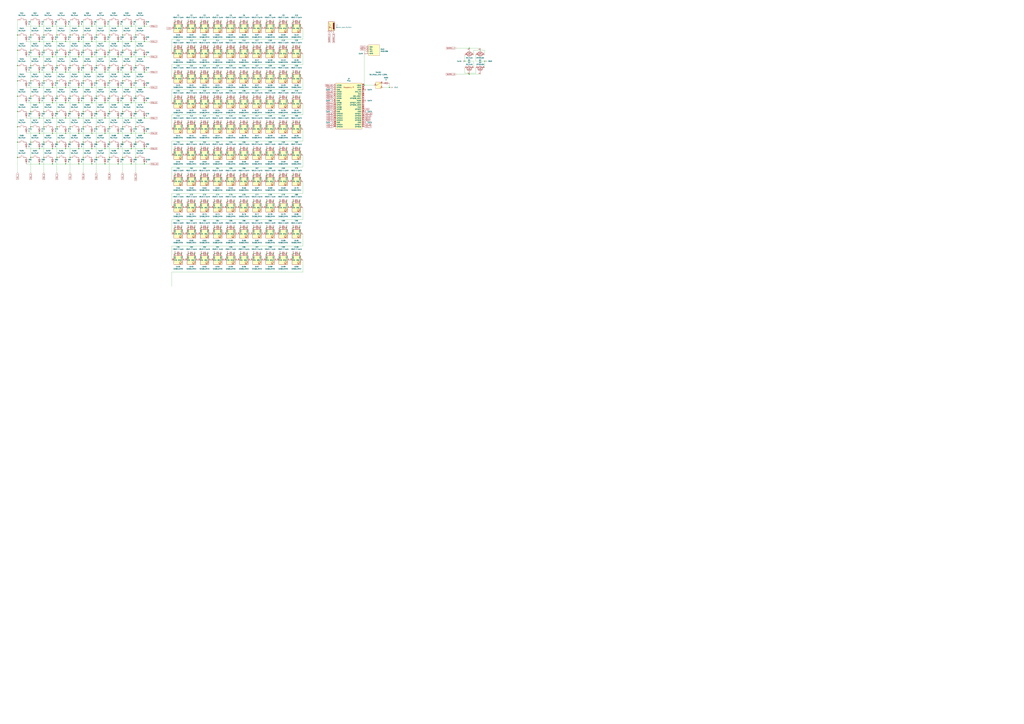
<source format=kicad_sch>
(kicad_sch (version 20250114) (generator "eeschema") (generator_version "9.0")
  (paper "A0")
  (junction (at 137.16 83.82))
  (junction (at 287.02 172.72))
  (junction (at 167.64 83.82))
  (junction (at 256.54 113.03))
  (junction (at 81.28 93.98))
  (junction (at 264.16 172.72))
  (junction (at 218.44 54.61))
  (junction (at 127 147.32))
  (junction (at 66.04 58.42))
  (junction (at 152.4 66.04))
  (junction (at 106.68 83.82))
  (junction (at 60.96 137.16))
  (junction (at 287.02 294.64))
  (junction (at 81.28 58.42))
  (junction (at 111.76 147.32))
  (junction (at 96.52 182.88))
  (junction (at 121.92 66.04))
  (junction (at 127 76.2))
  (junction (at 302.26 54.61))
  (junction (at 347.98 142.24))
  (junction (at 340.36 113.03))
  (junction (at 294.64 142.24))
  (junction (at 241.3 233.68))
  (junction (at 287.02 264.16))
  (junction (at 60.96 154.94))
  (junction (at 127 182.88))
  (junction (at 233.68 264.16))
  (junction (at 76.2 48.26))
  (junction (at 226.06 233.68))
  (junction (at 111.76 129.54))
  (junction (at 96.52 58.42))
  (junction (at 248.92 294.64))
  (junction (at 167.64 30.48))
  (junction (at 226.06 83.82))
  (junction (at 81.28 129.54))
  (junction (at 317.5 264.16))
  (junction (at 203.2 233.68))
  (junction (at 157.48 93.98))
  (junction (at 325.12 113.03))
  (junction (at 271.78 25.4))
  (junction (at 152.4 190.5))
  (junction (at 35.56 111.76))
  (junction (at 233.68 142.24))
  (junction (at 81.28 111.76))
  (junction (at 210.82 54.61))
  (junction (at 332.74 142.24))
  (junction (at 241.3 54.61))
  (junction (at 96.52 40.64))
  (junction (at 325.12 83.82))
  (junction (at 340.36 25.4))
  (junction (at 45.72 101.6))
  (junction (at 20.32 111.76))
  (junction (at 50.8 76.2))
  (junction (at 96.52 111.76))
  (junction (at 317.5 294.64))
  (junction (at 111.76 182.88))
  (junction (at 50.8 58.42))
  (junction (at 91.44 137.16))
  (junction (at 332.74 25.4))
  (junction (at 81.28 165.1))
  (junction (at 121.92 83.82))
  (junction (at 81.28 147.32))
  (junction (at 340.36 142.24))
  (junction (at 218.44 233.68))
  (junction (at 241.3 113.03))
  (junction (at 127 40.64))
  (junction (at 152.4 83.82))
  (junction (at 309.88 142.24))
  (junction (at 233.68 203.2))
  (junction (at 127 129.54))
  (junction (at 127 111.76))
  (junction (at 309.88 294.64))
  (junction (at 106.68 137.16))
  (junction (at 340.36 54.61))
  (junction (at 210.82 83.82))
  (junction (at 309.88 203.2))
  (junction (at 309.88 83.82))
  (junction (at 340.36 203.2))
  (junction (at 76.2 137.16))
  (junction (at 332.74 203.2))
  (junction (at 121.92 48.26))
  (junction (at 544.83 55.88))
  (junction (at 256.54 233.68))
  (junction (at 279.4 142.24))
  (junction (at 279.4 294.64))
  (junction (at 76.2 172.72))
  (junction (at 91.44 66.04))
  (junction (at 271.78 294.64))
  (junction (at 271.78 172.72))
  (junction (at 256.54 54.61))
  (junction (at 45.72 154.94))
  (junction (at 111.76 93.98))
  (junction (at 35.56 40.64))
  (junction (at 317.5 203.2))
  (junction (at 317.5 25.4))
  (junction (at 264.16 142.24))
  (junction (at 66.04 76.2))
  (junction (at 60.96 101.6))
  (junction (at 157.48 58.42))
  (junction (at 76.2 66.04))
  (junction (at 332.74 264.16))
  (junction (at 271.78 83.82))
  (junction (at 309.88 113.03))
  (junction (at 233.68 54.61))
  (junction (at 157.48 165.1))
  (junction (at 271.78 142.24))
  (junction (at 50.8 111.76))
  (junction (at 111.76 111.76))
  (junction (at 294.64 203.2))
  (junction (at 347.98 172.72))
  (junction (at 66.04 40.64))
  (junction (at 121.92 190.5))
  (junction (at 167.64 119.38))
  (junction (at 241.3 264.16))
  (junction (at 317.5 54.61))
  (junction (at 287.02 113.03))
  (junction (at 256.54 83.82))
  (junction (at 340.36 294.64))
  (junction (at 340.36 172.72))
  (junction (at 76.2 30.48))
  (junction (at 294.64 233.68))
  (junction (at 279.4 172.72))
  (junction (at 60.96 30.48))
  (junction (at 294.64 294.64))
  (junction (at 76.2 119.38))
  (junction (at 309.88 25.4))
  (junction (at 152.4 119.38))
  (junction (at 279.4 83.82))
  (junction (at 241.3 294.64))
  (junction (at 302.26 294.64))
  (junction (at 20.32 147.32))
  (junction (at 157.48 111.76))
  (junction (at 152.4 30.48))
  (junction (at 302.26 83.82))
  (junction (at 340.36 83.82))
  (junction (at 50.8 147.32))
  (junction (at 233.68 172.72))
  (junction (at 91.44 101.6))
  (junction (at 309.88 54.61))
  (junction (at 210.82 113.03))
  (junction (at 317.5 113.03))
  (junction (at 137.16 48.26))
  (junction (at 226.06 54.61))
  (junction (at 152.4 154.94))
  (junction (at 91.44 83.82))
  (junction (at 279.4 233.68))
  (junction (at 347.98 264.16))
  (junction (at 226.06 264.16))
  (junction (at 20.32 93.98))
  (junction (at 35.56 76.2))
  (junction (at 35.56 58.42))
  (junction (at 203.2 25.4))
  (junction (at 111.76 58.42))
  (junction (at 35.56 147.32))
  (junction (at 264.16 54.61))
  (junction (at 127 58.42))
  (junction (at 347.98 25.4))
  (junction (at 76.2 154.94))
  (junction (at 218.44 142.24))
  (junction (at 157.48 40.64))
  (junction (at 218.44 113.03))
  (junction (at 121.92 119.38))
  (junction (at 81.28 182.88))
  (junction (at 45.72 119.38))
  (junction (at 91.44 190.5))
  (junction (at 226.06 203.2))
  (junction (at 264.16 264.16))
  (junction (at 241.3 172.72))
  (junction (at 271.78 54.61))
  (junction (at 76.2 83.82))
  (junction (at 60.96 83.82))
  (junction (at 142.24 165.1))
  (junction (at 325.12 172.72))
  (junction (at 226.06 172.72))
  (junction (at 248.92 25.4))
  (junction (at 106.68 101.6))
  (junction (at 167.64 48.26))
  (junction (at 332.74 54.61))
  (junction (at 241.3 142.24))
  (junction (at 325.12 25.4))
  (junction (at 50.8 165.1))
  (junction (at 106.68 119.38))
  (junction (at 347.98 203.2))
  (junction (at 562.61 71.12))
  (junction (at 332.74 172.72))
  (junction (at 271.78 113.03))
  (junction (at 241.3 25.4))
  (junction (at 302.26 172.72))
  (junction (at 264.16 113.03))
  (junction (at 347.98 83.82))
  (junction (at 76.2 190.5))
  (junction (at 66.04 93.98))
  (junction (at 111.76 40.64))
  (junction (at 121.92 30.48))
  (junction (at 347.98 294.64))
  (junction (at 294.64 264.16))
  (junction (at 218.44 83.82))
  (junction (at 325.12 54.61))
  (junction (at 218.44 172.72))
  (junction (at 106.68 154.94))
  (junction (at 157.48 147.32))
  (junction (at 309.88 264.16))
  (junction (at 233.68 294.64))
  (junction (at 218.44 203.2))
  (junction (at 167.64 190.5))
  (junction (at 248.92 264.16))
  (junction (at 203.2 203.2))
  (junction (at 152.4 137.16))
  (junction (at 106.68 190.5))
  (junction (at 96.52 93.98))
  (junction (at 137.16 172.72))
  (junction (at 96.52 129.54))
  (junction (at 271.78 264.16))
  (junction (at 121.92 137.16))
  (junction (at 264.16 25.4))
  (junction (at 91.44 154.94))
  (junction (at 210.82 142.24))
  (junction (at 167.64 66.04))
  (junction (at 218.44 25.4))
  (junction (at 137.16 154.94))
  (junction (at 332.74 83.82))
  (junction (at 264.16 83.82))
  (junction (at 233.68 25.4))
  (junction (at 325.12 294.64))
  (junction (at 137.16 101.6))
  (junction (at 157.48 129.54))
  (junction (at 167.64 154.94))
  (junction (at 309.88 172.72))
  (junction (at 127 93.98))
  (junction (at 45.72 172.72))
  (junction (at 137.16 30.48))
  (junction (at 45.72 83.82))
  (junction (at 271.78 233.68))
  (junction (at 66.04 129.54))
  (junction (at 302.26 264.16))
  (junction (at 20.32 129.54))
  (junction (at 226.06 294.64))
  (junction (at 248.92 142.24))
  (junction (at 142.24 76.2))
  (junction (at 60.96 119.38))
  (junction (at 137.16 137.16))
  (junction (at 121.92 172.72))
  (junction (at 302.26 203.2))
  (junction (at 233.68 233.68))
  (junction (at 317.5 172.72))
  (junction (at 210.82 294.64))
  (junction (at 226.06 142.24))
  (junction (at 91.44 172.72))
  (junction (at 96.52 76.2))
  (junction (at 203.2 172.72))
  (junction (at 226.06 25.4))
  (junction (at 66.04 111.76))
  (junction (at 203.2 54.61))
  (junction (at 325.12 203.2))
  (junction (at 20.32 182.88))
  (junction (at 248.92 83.82))
  (junction (at 294.64 113.03))
  (junction (at 302.26 113.03))
  (junction (at 544.83 86.36))
  (junction (at 210.82 25.4))
  (junction (at 317.5 142.24))
  (junction (at 137.16 66.04))
  (junction (at 325.12 233.68))
  (junction (at 248.92 113.03))
  (junction (at 45.72 137.16))
  (junction (at 106.68 172.72))
  (junction (at 287.02 54.61))
  (junction (at 317.5 83.82))
  (junction (at 210.82 233.68))
  (junction (at 347.98 113.03))
  (junction (at 347.98 54.61))
  (junction (at 20.32 40.64))
  (junction (at 203.2 83.82))
  (junction (at 539.75 71.12))
  (junction (at 203.2 113.03))
  (junction (at 325.12 142.24))
  (junction (at 233.68 113.03))
  (junction (at 287.02 25.4))
  (junction (at 35.56 93.98))
  (junction (at 325.12 264.16))
  (junction (at 60.96 66.04))
  (junction (at 137.16 119.38))
  (junction (at 142.24 129.54))
  (junction (at 91.44 119.38))
  (junction (at 256.54 294.64))
  (junction (at 121.92 154.94))
  (junction (at 422.91 99.06))
  (junction (at 294.64 172.72))
  (junction (at 81.28 40.64))
  (junction (at 35.56 165.1))
  (junction (at 248.92 203.2))
  (junction (at 76.2 101.6))
  (junction (at 264.16 233.68))
  (junction (at 66.04 147.32))
  (junction (at 210.82 203.2))
  (junction (at 309.88 233.68))
  (junction (at 340.36 264.16))
  (junction (at 45.72 30.48))
  (junction (at 91.44 48.26))
  (junction (at 203.2 142.24))
  (junction (at 332.74 294.64))
  (junction (at 302.26 142.24))
  (junction (at 142.24 182.88))
  (junction (at 137.16 190.5))
  (junction (at 287.02 142.24))
  (junction (at 152.4 101.6))
  (junction (at 218.44 294.64))
  (junction (at 256.54 172.72))
  (junction (at 152.4 48.26))
  (junction (at 317.5 233.68))
  (junction (at 91.44 30.48))
  (junction (at 256.54 203.2))
  (junction (at 226.06 113.03))
  (junction (at 287.02 233.68))
  (junction (at 256.54 264.16))
  (junction (at 127 165.1))
  (junction (at 294.64 83.82))
  (junction (at 50.8 40.64))
  (junction (at 35.56 129.54))
  (junction (at 60.96 190.5))
  (junction (at 167.64 137.16))
  (junction (at 45.72 48.26))
  (junction (at 233.68 83.82))
  (junction (at 50.8 129.54))
  (junction (at 167.64 101.6))
  (junction (at 167.64 172.72))
  (junction (at 157.48 76.2))
  (junction (at 294.64 25.4))
  (junction (at 264.16 294.64))
  (junction (at 96.52 165.1))
  (junction (at 210.82 172.72))
  (junction (at 50.8 93.98))
  (junction (at 452.12 101.6))
  (junction (at 106.68 48.26))
  (junction (at 264.16 203.2))
  (junction (at 218.44 264.16))
  (junction (at 279.4 25.4))
  (junction (at 248.92 54.61))
  (junction (at 142.24 147.32))
  (junction (at 287.02 203.2))
  (junction (at 332.74 113.03))
  (junction (at 45.72 190.5))
  (junction (at 347.98 233.68))
  (junction (at 157.48 182.88))
  (junction (at 142.24 40.64))
  (junction (at 60.96 48.26))
  (junction (at 111.76 165.1))
  (junction (at 20.32 76.2))
  (junction (at 279.4 54.61))
  (junction (at 248.92 233.68))
  (junction (at 66.04 182.88))
  (junction (at 294.64 54.61))
  (junction (at 66.04 165.1))
  (junction (at 121.92 101.6))
  (junction (at 256.54 25.4))
  (junction (at 142.24 111.76))
  (junction (at 241.3 203.2))
  (junction (at 302.26 233.68))
  (junction (at 287.02 83.82))
  (junction (at 203.2 294.64))
  (junction (at 50.8 182.88))
  (junction (at 142.24 93.98))
  (junction (at 20.32 165.1))
  (junction (at 279.4 203.2))
  (junction (at 279.4 113.03))
  (junction (at 340.36 233.68))
  (junction (at 96.52 147.32))
  (junction (at 35.56 182.88))
  (junction (at 20.32 58.42))
  (junction (at 241.3 83.82))
  (junction (at 203.2 264.16))
  (junction (at 106.68 30.48))
  (junction (at 302.26 25.4))
  (junction (at 45.72 66.04))
  (junction (at 106.68 66.04))
  (junction (at 210.82 264.16))
  (junction (at 142.24 58.42))
  (junction (at 111.76 76.2))
  (junction (at 271.78 203.2))
  (junction (at 248.92 172.72))
  (junction (at 60.96 172.72))
  (junction (at 152.4 172.72))
  (junction (at 81.28 76.2))
  (junction (at 256.54 142.24))
  (junction (at 279.4 264.16))
  (junction (at 332.74 233.68))
  (wire (pts (xy 81.28 58.42) (xy 81.28 76.2)))
  (wire (pts (xy 106.68 190.5) (xy 121.92 190.5)))
  (wire (pts (xy 137.16 172.72) (xy 152.4 172.72)))
  (wire (pts (xy 199.39 285.75) (xy 199.39 302.26)))
  (wire (pts (xy 50.8 76.2) (xy 50.8 93.98)))
  (wire (pts (xy 35.56 22.86) (xy 35.56 40.64)))
  (wire (pts (xy 66.04 40.64) (xy 66.04 58.42)))
  (wire (pts (xy 76.2 154.94) (xy 91.44 154.94)))
  (wire (pts (xy 96.52 111.76) (xy 96.52 129.54)))
  (wire (pts (xy 137.16 101.6) (xy 152.4 101.6)))
  (wire (pts (xy 351.79 194.31) (xy 199.39 194.31)))
  (wire (pts (xy 96.52 58.42) (xy 96.52 76.2)))
  (wire (pts (xy 106.68 48.26) (xy 121.92 48.26)))
  (wire (pts (xy 66.04 182.88) (xy 66.04 200.66)))
  (wire (pts (xy 81.28 22.86) (xy 81.28 40.64)))
  (wire (pts (xy 35.56 111.76) (xy 35.56 129.54)))
  (wire (pts (xy 562.61 78.74) (xy 562.61 71.12)))
  (wire (pts (xy 20.32 93.98) (xy 20.32 111.76)))
  (wire (pts (xy 351.79 180.34) (xy 351.79 194.31)))
  (wire (pts (xy 60.96 119.38) (xy 76.2 119.38)))
  (wire (pts (xy 157.48 182.88) (xy 157.48 200.66)))
  (wire (pts (xy 91.44 48.26) (xy 106.68 48.26)))
  (wire (pts (xy 50.8 22.86) (xy 50.8 40.64)))
  (wire (pts (xy 137.16 66.04) (xy 152.4 66.04)))
  (wire (pts (xy 91.44 137.16) (xy 106.68 137.16)))
  (wire (pts (xy 60.96 154.94) (xy 76.2 154.94)))
  (wire (pts (xy 422.91 59.69) (xy 425.45 59.69)))
  (wire (pts (xy 76.2 190.5) (xy 91.44 190.5)))
  (wire (pts (xy 76.2 101.6) (xy 91.44 101.6)))
  (wire (pts (xy 127 40.64) (xy 127 58.42)))
  (wire (pts (xy 50.8 58.42) (xy 50.8 76.2)))
  (wire (pts (xy 30.48 101.6) (xy 45.72 101.6)))
  (wire (pts (xy 152.4 119.38) (xy 167.64 119.38)))
  (wire (pts (xy 81.28 76.2) (xy 81.28 93.98)))
  (wire (pts (xy 121.92 172.72) (xy 137.16 172.72)))
  (wire (pts (xy 444.5 101.6) (xy 452.12 101.6)))
  (wire (pts (xy 157.48 40.64) (xy 157.48 58.42)))
  (wire (pts (xy 351.79 224.79) (xy 199.39 224.79)))
  (wire (pts (xy 351.79 149.86) (xy 351.79 163.83)))
  (wire (pts (xy 157.48 147.32) (xy 157.48 165.1)))
  (wire (pts (xy 106.68 154.94) (xy 121.92 154.94)))
  (wire (pts (xy 91.44 172.72) (xy 106.68 172.72)))
  (wire (pts (xy 152.4 83.82) (xy 167.64 83.82)))
  (wire (pts (xy 552.45 71.12) (xy 552.45 63.5)))
  (wire (pts (xy 351.79 33.02) (xy 351.79 45.72)))
  (wire (pts (xy 142.24 76.2) (xy 142.24 93.98)))
  (wire (pts (xy 111.76 129.54) (xy 111.76 147.32)))
  (wire (pts (xy 562.61 71.12) (xy 552.45 71.12)))
  (wire (pts (xy 549.91 78.74) (xy 549.91 71.12)))
  (wire (pts (xy 142.24 93.98) (xy 142.24 111.76)))
  (wire (pts (xy 452.12 101.6) (xy 453.39 101.6)))
  (wire (pts (xy 199.39 255.27) (xy 199.39 271.78)))
  (wire (pts (xy 529.59 86.36) (xy 544.83 86.36)))
  (wire (pts (xy 60.96 83.82) (xy 76.2 83.82)))
  (wire (pts (xy 91.44 30.48) (xy 106.68 30.48)))
  (wire (pts (xy 137.16 154.94) (xy 152.4 154.94)))
  (wire (pts (xy 30.48 66.04) (xy 45.72 66.04)))
  (wire (pts (xy 20.32 111.76) (xy 20.32 129.54)))
  (wire (pts (xy 452.12 96.52) (xy 452.12 101.6)))
  (wire (pts (xy 111.76 93.98) (xy 111.76 111.76)))
  (wire (pts (xy 96.52 22.86) (xy 96.52 40.64)))
  (wire (pts (xy 351.79 285.75) (xy 199.39 285.75)))
  (wire (pts (xy 35.56 182.88) (xy 35.56 200.66)))
  (wire (pts (xy 30.48 154.94) (xy 45.72 154.94)))
  (wire (pts (xy 66.04 111.76) (xy 66.04 129.54)))
  (wire (pts (xy 111.76 40.64) (xy 111.76 58.42)))
  (wire (pts (xy 127 182.88) (xy 127 200.66)))
  (wire (pts (xy 157.48 129.54) (xy 157.48 147.32)))
  (wire (pts (xy 91.44 154.94) (xy 106.68 154.94)))
  (wire (pts (xy 152.4 30.48) (xy 167.64 30.48)))
  (wire (pts (xy 157.48 93.98) (xy 157.48 111.76)))
  (wire (pts (xy 76.2 30.48) (xy 91.44 30.48)))
  (wire (pts (xy 111.76 22.86) (xy 111.76 40.64)))
  (wire (pts (xy 30.48 30.48) (xy 45.72 30.48)))
  (wire (pts (xy 137.16 137.16) (xy 152.4 137.16)))
  (wire (pts (xy 127 22.86) (xy 127 40.64)))
  (wire (pts (xy 91.44 83.82) (xy 106.68 83.82)))
  (wire (pts (xy 50.8 40.64) (xy 50.8 58.42)))
  (wire (pts (xy 30.48 190.5) (xy 45.72 190.5)))
  (wire (pts (xy 434.34 99.06) (xy 422.91 99.06)))
  (wire (pts (xy 152.4 172.72) (xy 167.64 172.72)))
  (wire (pts (xy 137.16 190.5) (xy 152.4 190.5)))
  (wire (pts (xy 81.28 93.98) (xy 81.28 111.76)))
  (wire (pts (xy 106.68 137.16) (xy 121.92 137.16)))
  (wire (pts (xy 121.92 83.82) (xy 137.16 83.82)))
  (wire (pts (xy 167.64 172.72) (xy 173.99 172.72)))
  (wire (pts (xy 152.4 66.04) (xy 167.64 66.04)))
  (wire (pts (xy 152.4 48.26) (xy 167.64 48.26)))
  (wire (pts (xy 351.79 91.44) (xy 351.79 104.14)))
  (wire (pts (xy 167.64 119.38) (xy 173.99 119.38)))
  (wire (pts (xy 111.76 182.88) (xy 111.76 200.66)))
  (wire (pts (xy 111.76 111.76) (xy 111.76 129.54)))
  (wire (pts (xy 20.32 58.42) (xy 20.32 76.2)))
  (wire (pts (xy 121.92 154.94) (xy 137.16 154.94)))
  (wire (pts (xy 173.99 154.94) (xy 167.64 154.94)))
  (wire (pts (xy 20.32 165.1) (xy 20.32 182.88)))
  (wire (pts (xy 60.96 137.16) (xy 76.2 137.16)))
  (wire (pts (xy 30.48 137.16) (xy 45.72 137.16)))
  (wire (pts (xy 66.04 22.86) (xy 66.04 40.64)))
  (wire (pts (xy 173.99 66.04) (xy 167.64 66.04)))
  (wire (pts (xy 81.28 182.88) (xy 81.28 200.66)))
  (wire (pts (xy 142.24 147.32) (xy 142.24 165.1)))
  (wire (pts (xy 35.56 40.64) (xy 35.56 58.42)))
  (wire (pts (xy 142.24 111.76) (xy 142.24 129.54)))
  (wire (pts (xy 35.56 129.54) (xy 35.56 147.32)))
  (wire (pts (xy 45.72 101.6) (xy 60.96 101.6)))
  (wire (pts (xy 96.52 76.2) (xy 96.52 93.98)))
  (wire (pts (xy 96.52 40.64) (xy 96.52 58.42)))
  (wire (pts (xy 173.99 137.16) (xy 167.64 137.16)))
  (wire (pts (xy 142.24 182.88) (xy 142.24 200.66)))
  (wire (pts (xy 137.16 119.38) (xy 152.4 119.38)))
  (wire (pts (xy 127 147.32) (xy 127 165.1)))
  (wire (pts (xy 549.91 71.12) (xy 539.75 71.12)))
  (wire (pts (xy 422.91 99.06) (xy 422.91 59.69)))
  (wire (pts (xy 157.48 111.76) (xy 157.48 129.54)))
  (wire (pts (xy 199.39 163.83) (xy 199.39 180.34)))
  (wire (pts (xy 111.76 165.1) (xy 111.76 182.88)))
  (wire (pts (xy 106.68 30.48) (xy 121.92 30.48)))
  (wire (pts (xy 549.91 58.42) (xy 562.61 58.42)))
  (wire (pts (xy 137.16 30.48) (xy 152.4 30.48)))
  (wire (pts (xy 45.72 66.04) (xy 60.96 66.04)))
  (wire (pts (xy 91.44 190.5) (xy 106.68 190.5)))
  (wire (pts (xy 157.48 76.2) (xy 157.48 93.98)))
  (wire (pts (xy 76.2 137.16) (xy 91.44 137.16)))
  (wire (pts (xy 20.32 147.32) (xy 20.32 165.1)))
  (wire (pts (xy 66.04 129.54) (xy 66.04 147.32)))
  (wire (pts (xy 81.28 129.54) (xy 81.28 147.32)))
  (wire (pts (xy 106.68 83.82) (xy 121.92 83.82)))
  (wire (pts (xy 544.83 86.36) (xy 557.53 86.36)))
  (wire (pts (xy 50.8 165.1) (xy 50.8 182.88)))
  (wire (pts (xy 137.16 48.26) (xy 152.4 48.26)))
  (wire (pts (xy 66.04 76.2) (xy 66.04 93.98)))
  (wire (pts (xy 121.92 30.48) (xy 137.16 30.48)))
  (wire (pts (xy 152.4 154.94) (xy 167.64 154.94)))
  (wire (pts (xy 111.76 147.32) (xy 111.76 165.1)))
  (wire (pts (xy 30.48 48.26) (xy 45.72 48.26)))
  (wire (pts (xy 96.52 129.54) (xy 96.52 147.32)))
  (wire (pts (xy 45.72 172.72) (xy 60.96 172.72)))
  (wire (pts (xy 60.96 190.5) (xy 76.2 190.5)))
  (wire (pts (xy 35.56 93.98) (xy 35.56 111.76)))
  (wire (pts (xy 121.92 48.26) (xy 137.16 48.26)))
  (wire (pts (xy 562.61 58.42) (xy 562.61 63.5)))
  (wire (pts (xy 539.75 71.12) (xy 539.75 63.5)))
  (wire (pts (xy 351.79 210.82) (xy 351.79 224.79)))
  (wire (pts (xy 199.39 133.35) (xy 199.39 149.86)))
  (wire (pts (xy 81.28 111.76) (xy 81.28 129.54)))
  (wire (pts (xy 60.96 30.48) (xy 76.2 30.48)))
  (wire (pts (xy 351.79 120.65) (xy 351.79 133.35)))
  (wire (pts (xy 127 93.98) (xy 127 111.76)))
  (wire (pts (xy 20.32 129.54) (xy 20.32 147.32)))
  (wire (pts (xy 60.96 101.6) (xy 76.2 101.6)))
  (wire (pts (xy 81.28 40.64) (xy 81.28 58.42)))
  (wire (pts (xy 45.72 154.94) (xy 60.96 154.94)))
  (wire (pts (xy 81.28 165.1) (xy 81.28 182.88)))
  (wire (pts (xy 351.79 163.83) (xy 199.39 163.83)))
  (wire (pts (xy 66.04 147.32) (xy 66.04 165.1)))
  (wire (pts (xy 96.52 93.98) (xy 96.52 111.76)))
  (wire (pts (xy 121.92 66.04) (xy 137.16 66.04)))
  (wire (pts (xy 96.52 147.32) (xy 96.52 165.1)))
  (wire (pts (xy 30.48 172.72) (xy 45.72 172.72)))
  (wire (pts (xy 199.39 194.31) (xy 199.39 210.82)))
  (wire (pts (xy 76.2 66.04) (xy 91.44 66.04)))
  (wire (pts (xy 60.96 172.72) (xy 76.2 172.72)))
  (wire (pts (xy 351.79 316.23) (xy 199.39 316.23)))
  (wire (pts (xy 66.04 58.42) (xy 66.04 76.2)))
  (wire (pts (xy 111.76 58.42) (xy 111.76 76.2)))
  (wire (pts (xy 121.92 101.6) (xy 137.16 101.6)))
  (wire (pts (xy 121.92 137.16) (xy 137.16 137.16)))
  (wire (pts (xy 30.48 119.38) (xy 45.72 119.38)))
  (wire (pts (xy 91.44 101.6) (xy 106.68 101.6)))
  (wire (pts (xy 137.16 83.82) (xy 152.4 83.82)))
  (wire (pts (xy 351.79 271.78) (xy 351.79 285.75)))
  (wire (pts (xy 167.64 48.26) (xy 173.99 48.26)))
  (wire (pts (xy 351.79 45.72) (xy 199.39 45.72)))
  (wire (pts (xy 96.52 182.88) (xy 96.52 200.66)))
  (wire (pts (xy 35.56 165.1) (xy 35.56 182.88)))
  (wire (pts (xy 152.4 190.5) (xy 167.64 190.5)))
  (wire (pts (xy 45.72 30.48) (xy 60.96 30.48)))
  (wire (pts (xy 142.24 165.1) (xy 142.24 182.88)))
  (wire (pts (xy 127 165.1) (xy 127 182.88)))
  (wire (pts (xy 76.2 83.82) (xy 91.44 83.82)))
  (wire (pts (xy 45.72 119.38) (xy 60.96 119.38)))
  (wire (pts (xy 106.68 101.6) (xy 121.92 101.6)))
  (wire (pts (xy 96.52 165.1) (xy 96.52 182.88)))
  (wire (pts (xy 127 129.54) (xy 127 147.32)))
  (wire (pts (xy 167.64 30.48) (xy 173.99 30.48)))
  (wire (pts (xy 549.91 63.5) (xy 549.91 58.42)))
  (wire (pts (xy 50.8 182.88) (xy 50.8 200.66)))
  (wire (pts (xy 81.28 147.32) (xy 81.28 165.1)))
  (wire (pts (xy 199.39 45.72) (xy 199.39 62.23)))
  (wire (pts (xy 167.64 101.6) (xy 173.99 101.6)))
  (wire (pts (xy 76.2 172.72) (xy 91.44 172.72)))
  (wire (pts (xy 50.8 147.32) (xy 50.8 165.1)))
  (wire (pts (xy 142.24 58.42) (xy 142.24 76.2)))
  (wire (pts (xy 35.56 147.32) (xy 35.56 165.1)))
  (wire (pts (xy 121.92 119.38) (xy 137.16 119.38)))
  (wire (pts (xy 539.75 85.09) (xy 552.45 85.09)))
  (wire (pts (xy 106.68 119.38) (xy 121.92 119.38)))
  (wire (pts (xy 20.32 40.64) (xy 20.32 58.42)))
  (wire (pts (xy 167.64 190.5) (xy 173.99 190.5)))
  (wire (pts (xy 121.92 190.5) (xy 137.16 190.5)))
  (wire (pts (xy 50.8 111.76) (xy 50.8 129.54)))
  (wire (pts (xy 351.79 255.27) (xy 199.39 255.27)))
  (wire (pts (xy 351.79 241.3) (xy 351.79 255.27)))
  (wire (pts (xy 76.2 48.26) (xy 91.44 48.26)))
  (wire (pts (xy 351.79 62.23) (xy 351.79 74.93)))
  (wire (pts (xy 544.83 55.88) (xy 557.53 55.88)))
  (wire (pts (xy 106.68 66.04) (xy 121.92 66.04)))
  (wire (pts (xy 91.44 119.38) (xy 106.68 119.38)))
  (wire (pts (xy 142.24 40.64) (xy 142.24 58.42)))
  (wire (pts (xy 157.48 58.42) (xy 157.48 76.2)))
  (wire (pts (xy 152.4 101.6) (xy 167.64 101.6)))
  (wire (pts (xy 351.79 302.26) (xy 351.79 316.23)))
  (wire (pts (xy 157.48 165.1) (xy 157.48 182.88)))
  (wire (pts (xy 111.76 76.2) (xy 111.76 93.98)))
  (wire (pts (xy 199.39 316.23) (xy 199.39 332.74)))
  (wire (pts (xy 127 76.2) (xy 127 93.98)))
  (wire (pts (xy 351.79 104.14) (xy 199.39 104.14)))
  (wire (pts (xy 539.75 78.74) (xy 539.75 85.09)))
  (wire (pts (xy 552.45 78.74) (xy 552.45 85.09)))
  (wire (pts (xy 45.72 83.82) (xy 60.96 83.82)))
  (wire (pts (xy 351.79 133.35) (xy 199.39 133.35)))
  (wire (pts (xy 157.48 22.86) (xy 157.48 40.64)))
  (wire (pts (xy 91.44 66.04) (xy 106.68 66.04)))
  (wire (pts (xy 20.32 22.86) (xy 20.32 40.64)))
  (wire (pts (xy 106.68 172.72) (xy 121.92 172.72)))
  (wire (pts (xy 50.8 129.54) (xy 50.8 147.32)))
  (wire (pts (xy 529.59 55.88) (xy 544.83 55.88)))
  (wire (pts (xy 199.39 104.14) (xy 199.39 120.65)))
  (wire (pts (xy 127 58.42) (xy 127 76.2)))
  (wire (pts (xy 127 111.76) (xy 127 129.54)))
  (wire (pts (xy 45.72 48.26) (xy 60.96 48.26)))
  (wire (pts (xy 76.2 119.38) (xy 91.44 119.38)))
  (wire (pts (xy 142.24 129.54) (xy 142.24 147.32)))
  (wire (pts (xy 20.32 182.88) (xy 20.32 200.66)))
  (wire (pts (xy 199.39 224.79) (xy 199.39 241.3)))
  (wire (pts (xy 20.32 76.2) (xy 20.32 93.98)))
  (wire (pts (xy 30.48 83.82) (xy 45.72 83.82)))
  (wire (pts (xy 199.39 74.93) (xy 199.39 91.44)))
  (wire (pts (xy 50.8 93.98) (xy 50.8 111.76)))
  (wire (pts (xy 60.96 48.26) (xy 76.2 48.26)))
  (wire (pts (xy 152.4 137.16) (xy 167.64 137.16)))
  (wire (pts (xy 60.96 66.04) (xy 76.2 66.04)))
  (wire (pts (xy 66.04 165.1) (xy 66.04 182.88)))
  (wire (pts (xy 142.24 22.86) (xy 142.24 40.64)))
  (wire (pts (xy 35.56 76.2) (xy 35.56 93.98)))
  (wire (pts (xy 66.04 93.98) (xy 66.04 111.76)))
  (wire (pts (xy 45.72 190.5) (xy 60.96 190.5)))
  (wire (pts (xy 351.79 74.93) (xy 199.39 74.93)))
  (wire (pts (xy 45.72 137.16) (xy 60.96 137.16)))
  (wire (pts (xy 167.64 83.82) (xy 173.99 83.82)))
  (wire (pts (xy 35.56 58.42) (xy 35.56 76.2)))
  (global_label "ROW_1" (shape input) (at 173.99 30.48 0) (property "Intersheetrefs" "${INTERSHEET_REFS}" (effects (hide yes))))
  (global_label "COL_10" (shape input) (at 422.91 132.08 0) (property "Intersheetrefs" "${INTERSHEET_REFS}" (effects (hide yes))))
  (global_label "ROW_3" (shape input) (at 387.35 121.92 180) (property "Intersheetrefs" "${INTERSHEET_REFS}" (effects (hide yes))))
  (global_label "COL_3" (shape input) (at 387.35 139.7 180) (property "Intersheetrefs" "${INTERSHEET_REFS}" (effects (hide yes))))
  (global_label "COL_4" (shape input) (at 66.04 200.66 270) (property "Intersheetrefs" "${INTERSHEET_REFS}" (effects (hide yes))))
  (global_label "ROW_6" (shape input) (at 173.99 119.38 0) (property "Intersheetrefs" "${INTERSHEET_REFS}" (effects (hide yes))))
  (global_label "ROW_8" (shape input) (at 173.99 154.94 0) (property "Intersheetrefs" "${INTERSHEET_REFS}" (effects (hide yes))))
  (global_label "ROW_8" (shape input) (at 387.35 106.68 180) (property "Intersheetrefs" "${INTERSHEET_REFS}" (effects (hide yes))))
  (global_label "COL_1" (shape input) (at 387.35 147.32 180) (property "Intersheetrefs" "${INTERSHEET_REFS}" (effects (hide yes))))
  (global_label "COL_3" (shape input) (at 50.8 200.66 270) (property "Intersheetrefs" "${INTERSHEET_REFS}" (effects (hide yes))))
  (global_label "ROW_9" (shape input) (at 387.35 101.6 180) (property "Intersheetrefs" "${INTERSHEET_REFS}" (effects (hide yes))))
  (global_label "ROW_10" (shape input) (at 387.35 99.06 180) (property "Intersheetrefs" "${INTERSHEET_REFS}" (effects (hide yes))))
  (global_label "ROW_2" (shape input) (at 387.35 124.46 180) (property "Intersheetrefs" "${INTERSHEET_REFS}" (effects (hide yes))))
  (global_label "COL_4" (shape input) (at 387.35 137.16 180) (property "Intersheetrefs" "${INTERSHEET_REFS}" (effects (hide yes))))
  (global_label "COL_2" (shape input) (at 387.35 144.78 180) (property "Intersheetrefs" "${INTERSHEET_REFS}" (effects (hide yes))))
  (global_label "ROW_5" (shape input) (at 387.35 114.3 180) (property "Intersheetrefs" "${INTERSHEET_REFS}" (effects (hide yes))))
  (global_label "COL_8" (shape input) (at 422.91 144.78 0) (property "Intersheetrefs" "${INTERSHEET_REFS}" (effects (hide yes))))
  (global_label "BARREL_B" (shape input) (at 387.35 38.1 270) (property "Intersheetrefs" "${INTERSHEET_REFS}" (effects (hide yes))))
  (global_label "ROW_4" (shape input) (at 387.35 119.38 180) (property "Intersheetrefs" "${INTERSHEET_REFS}" (effects (hide yes))))
  (global_label "ROW_4" (shape input) (at 173.99 83.82 0) (property "Intersheetrefs" "${INTERSHEET_REFS}" (effects (hide yes))))
  (global_label "ROW_9" (shape input) (at 173.99 172.72 0) (property "Intersheetrefs" "${INTERSHEET_REFS}" (effects (hide yes))))
  (global_label "COL_9" (shape input) (at 422.91 134.62 0) (property "Intersheetrefs" "${INTERSHEET_REFS}" (effects (hide yes))))
  (global_label "COL_2" (shape input) (at 35.56 200.66 270) (property "Intersheetrefs" "${INTERSHEET_REFS}" (effects (hide yes))))
  (global_label "ROW_7" (shape input) (at 173.99 137.16 0) (property "Intersheetrefs" "${INTERSHEET_REFS}" (effects (hide yes))))
  (global_label "COL_6" (shape input) (at 96.52 200.66 270) (property "Intersheetrefs" "${INTERSHEET_REFS}" (effects (hide yes))))
  (global_label "COL_7" (shape input) (at 111.76 200.66 270) (property "Intersheetrefs" "${INTERSHEET_REFS}" (effects (hide yes))))
  (global_label "COL_6" (shape input) (at 387.35 132.08 180) (property "Intersheetrefs" "${INTERSHEET_REFS}" (effects (hide yes))))
  (global_label "SCL1" (shape input) (at 422.91 137.16 0) (property "Intersheetrefs" "${INTERSHEET_REFS}" (effects (hide yes))))
  (global_label "SCL1" (shape input) (at 425.45 57.15 180) (property "Intersheetrefs" "${INTERSHEET_REFS}" (effects (hide yes))))
  (global_label "SDA1" (shape input) (at 425.45 54.61 180) (property "Intersheetrefs" "${INTERSHEET_REFS}" (effects (hide yes))))
  (global_label "SDA1" (shape input) (at 422.91 139.7 0) (property "Intersheetrefs" "${INTERSHEET_REFS}" (effects (hide yes))))
  (global_label "LED" (shape input) (at 199.39 33.02 180) (property "Intersheetrefs" "${INTERSHEET_REFS}" (effects (hide yes))))
  (global_label "ROW_1" (shape input) (at 387.35 127 180) (property "Intersheetrefs" "${INTERSHEET_REFS}" (effects (hide yes))))
  (global_label "LED" (shape input) (at 422.91 127 0) (property "Intersheetrefs" "${INTERSHEET_REFS}" (effects (hide yes))))
  (global_label "BARREL_A" (shape input) (at 382.27 38.1 270) (property "Intersheetrefs" "${INTERSHEET_REFS}" (effects (hide yes))))
  (global_label "ROW_5" (shape input) (at 173.99 101.6 0) (property "Intersheetrefs" "${INTERSHEET_REFS}" (effects (hide yes))))
  (global_label "COL_5" (shape input) (at 81.28 200.66 270) (property "Intersheetrefs" "${INTERSHEET_REFS}" (effects (hide yes))))
  (global_label "COL_5" (shape input) (at 387.35 134.62 180) (property "Intersheetrefs" "${INTERSHEET_REFS}" (effects (hide yes))))
  (global_label "BARREL_A" (shape input) (at 529.59 55.88 180) (property "Intersheetrefs" "${INTERSHEET_REFS}" (effects (hide yes))))
  (global_label "ROW_10" (shape input) (at 173.99 190.5 0) (property "Intersheetrefs" "${INTERSHEET_REFS}" (effects (hide yes))))
  (global_label "ROW_7" (shape input) (at 387.35 109.22 180) (property "Intersheetrefs" "${INTERSHEET_REFS}" (effects (hide yes))))
  (global_label "COL_8" (shape input) (at 127 200.66 270) (property "Intersheetrefs" "${INTERSHEET_REFS}" (effects (hide yes))))
  (global_label "COL_1" (shape input) (at 20.32 200.66 270) (property "Intersheetrefs" "${INTERSHEET_REFS}" (effects (hide yes))))
  (global_label "COL_7" (shape input) (at 422.91 147.32 0) (property "Intersheetrefs" "${INTERSHEET_REFS}" (effects (hide yes))))
  (global_label "COL_9" (shape input) (at 142.24 200.66 270) (property "Intersheetrefs" "${INTERSHEET_REFS}" (effects (hide yes))))
  (global_label "ROW_6" (shape input) (at 387.35 111.76 180) (property "Intersheetrefs" "${INTERSHEET_REFS}" (effects (hide yes))))
  (global_label "ROW_2" (shape input) (at 173.99 48.26 0) (property "Intersheetrefs" "${INTERSHEET_REFS}" (effects (hide yes))))
  (global_label "BARREL_B" (shape input) (at 529.59 86.36 180) (property "Intersheetrefs" "${INTERSHEET_REFS}" (effects (hide yes))))
  (global_label "COL_10" (shape input) (at 157.48 200.66 270) (property "Intersheetrefs" "${INTERSHEET_REFS}" (effects (hide yes))))
  (global_label "ROW_3" (shape input) (at 173.99 66.04 0) (property "Intersheetrefs" "${INTERSHEET_REFS}" (effects (hide yes))))
  (symbol (lib_id "LED:SK6812MINI") (at 283.21 33.02 0) (unit 1)
    (property "Reference" "D106" (at 283.21 40.64 0))
    (property "Value" "SK6812MINI" (at 283.21 43.18 0))
    (property "Footprint" "footprints:SK6812MINI-E" (effects (hide yes)))
    (property "Datasheet" "https://cdn-shop.adafruit.com/product-files/2686/SK6812MINI_REV.01-1-2.pdf" (effects (hide yes)))
    (property "Description" "RGB LED with integrated controller" (effects (hide yes)))
  )
  (symbol (lib_id "LED:SK6812MINI") (at 207.01 241.3 0) (unit 1)
    (property "Reference" "D171" (at 207.01 248.92 0))
    (property "Value" "SK6812MINI" (at 207.01 251.46 0))
    (property "Footprint" "footprints:SK6812MINI-E" (effects (hide yes)))
    (property "Datasheet" "https://cdn-shop.adafruit.com/product-files/2686/SK6812MINI_REV.01-1-2.pdf" (effects (hide yes)))
    (property "Description" "RGB LED with integrated controller" (effects (hide yes)))
  )
  (symbol (lib_id "Device:D") (at 76.2 62.23 90) (unit 1)
    (property "Reference" "D24" (at 78.74 60.9599 90) (effects (justify right)))
    (property "Value" "D" (at 78.74 63.4999 90) (effects (justify right)))
    (property "Footprint" "Diode_SMD:D_0805_2012Metric_Pad1.15x1.40mm_HandSolder" (effects (hide yes)))
    (property "Description" "Diode" (effects (hide yes)))
    (property "Sim.Device" "D" (effects (hide yes)))
    (property "Sim.Pins" "1=K 2=A" (effects (hide yes)))
  )
  (symbol (lib_id "LED:SK6812MINI") (at 252.73 241.3 0) (unit 1)
    (property "Reference" "D174" (at 252.73 248.92 0))
    (property "Value" "SK6812MINI" (at 252.73 251.46 0))
    (property "Footprint" "footprints:SK6812MINI-E" (effects (hide yes)))
    (property "Datasheet" "https://cdn-shop.adafruit.com/product-files/2686/SK6812MINI_REV.01-1-2.pdf" (effects (hide yes)))
    (property "Description" "RGB LED with integrated controller" (effects (hide yes)))
  )
  (symbol (lib_id "Device:D") (at 137.16 62.23 90) (unit 1)
    (property "Reference" "D28" (at 139.7 60.9599 90) (effects (justify right)))
    (property "Value" "D" (at 139.7 63.4999 90) (effects (justify right)))
    (property "Footprint" "Diode_SMD:D_0805_2012Metric_Pad1.15x1.40mm_HandSolder" (effects (hide yes)))
    (property "Description" "Diode" (effects (hide yes)))
    (property "Sim.Device" "D" (effects (hide yes)))
    (property "Sim.Pins" "1=K 2=A" (effects (hide yes)))
  )
  (symbol (lib_id "power:VBUS") (at 309.88 172.72 0) (unit 1)
    (property "Reference" "#PWR0117" (effects (hide yes)))
    (property "Value" "VBUS" (at 309.88 167.64 0))
    (property "Description" "Power symbol creates a global label with name \"VBUS\"" (effects (hide yes)))
  )
  (symbol (lib_id "Device:C") (at 344.17 172.72 90) (unit 1)
    (property "Reference" "C60" (at 344.17 165.1 90))
    (property "Value" "C" (at 344.17 167.64 90))
    (property "Footprint" "Capacitor_SMD:C_0805_2012Metric_Pad1.18x1.45mm_HandSolder" (effects (hide yes)))
    (property "Description" "Unpolarized capacitor" (effects (hide yes)))
  )
  (symbol (lib_id "Switch:SW_Push") (at 25.4 182.88 0) (unit 1)
    (property "Reference" "SW91" (at 25.4 175.26 0))
    (property "Value" "SW_Push" (at 25.4 177.8 0))
    (property "Footprint" "footprints:SW_Cherry_MX_PCB_1.00u" (effects (hide yes)))
    (property "Description" "Push button switch, generic, two pins" (effects (hide yes)))
  )
  (symbol (lib_id "Device:D") (at 30.48 168.91 90) (unit 1)
    (property "Reference" "D81" (at 33.02 167.6399 90) (effects (justify right)))
    (property "Value" "D" (at 33.02 170.1799 90) (effects (justify right)))
    (property "Footprint" "Diode_SMD:D_0805_2012Metric_Pad1.15x1.40mm_HandSolder" (effects (hide yes)))
    (property "Description" "Diode" (effects (hide yes)))
    (property "Sim.Device" "D" (effects (hide yes)))
    (property "Sim.Pins" "1=K 2=A" (effects (hide yes)))
  )
  (symbol (lib_id "LED:SK6812MINI") (at 252.73 33.02 0) (unit 1)
    (property "Reference" "D104" (at 252.73 40.64 0))
    (property "Value" "SK6812MINI" (at 252.73 43.18 0))
    (property "Footprint" "footprints:SK6812MINI-E" (effects (hide yes)))
    (property "Datasheet" "https://cdn-shop.adafruit.com/product-files/2686/SK6812MINI_REV.01-1-2.pdf" (effects (hide yes)))
    (property "Description" "RGB LED with integrated controller" (effects (hide yes)))
  )
  (symbol (lib_id "LED:SK6812MINI") (at 298.45 33.02 0) (unit 1)
    (property "Reference" "D107" (at 298.45 40.64 0))
    (property "Value" "SK6812MINI" (at 298.45 43.18 0))
    (property "Footprint" "footprints:SK6812MINI-E" (effects (hide yes)))
    (property "Datasheet" "https://cdn-shop.adafruit.com/product-files/2686/SK6812MINI_REV.01-1-2.pdf" (effects (hide yes)))
    (property "Description" "RGB LED with integrated controller" (effects (hide yes)))
  )
  (symbol (lib_id "Device:D") (at 152.4 115.57 90) (unit 1)
    (property "Reference" "D59" (at 154.94 114.2999 90) (effects (justify right)))
    (property "Value" "D" (at 154.94 116.8399 90) (effects (justify right)))
    (property "Footprint" "Diode_SMD:D_0805_2012Metric_Pad1.15x1.40mm_HandSolder" (effects (hide yes)))
    (property "Description" "Diode" (effects (hide yes)))
    (property "Sim.Device" "D" (effects (hide yes)))
    (property "Sim.Pins" "1=K 2=A" (effects (hide yes)))
  )
  (symbol (lib_id "Switch:SW_Push") (at 25.4 76.2 0) (unit 1)
    (property "Reference" "SW31" (at 25.4 68.58 0))
    (property "Value" "SW_Push" (at 25.4 71.12 0))
    (property "Footprint" "footprints:SW_Cherry_MX_PCB_1.00u" (effects (hide yes)))
    (property "Description" "Push button switch, generic, two pins" (effects (hide yes)))
  )
  (symbol (lib_id "power:Earth") (at 332.74 294.64 180) (unit 1)
    (property "Reference" "#PWR0200" (effects (hide yes)))
    (property "Value" "Earth" (at 332.74 289.56 0))
    (property "Description" "Power symbol creates a global label with name \"Earth\"" (effects (hide yes)))
  )
  (symbol (lib_id "power:VBUS") (at 340.36 203.2 0) (unit 1)
    (property "Reference" "#PWR0141" (effects (hide yes)))
    (property "Value" "VBUS" (at 340.36 198.12 0))
    (property "Description" "Power symbol creates a global label with name \"VBUS\"" (effects (hide yes)))
  )
  (symbol (lib_id "LED:SK6812MINI") (at 313.69 91.44 0) (unit 1)
    (property "Reference" "D128" (at 313.69 99.06 0))
    (property "Value" "SK6812MINI" (at 313.69 101.6 0))
    (property "Footprint" "footprints:SK6812MINI-E" (effects (hide yes)))
    (property "Datasheet" "https://cdn-shop.adafruit.com/product-files/2686/SK6812MINI_REV.01-1-2.pdf" (effects (hide yes)))
    (property "Description" "RGB LED with integrated controller" (effects (hide yes)))
  )
  (symbol (lib_id "power:VBUS") (at 248.92 54.61 0) (unit 1)
    (property "Reference" "#PWR029" (effects (hide yes)))
    (property "Value" "VBUS" (at 248.92 49.53 0))
    (property "Description" "Power symbol creates a global label with name \"VBUS\"" (effects (hide yes)))
  )
  (symbol (lib_id "Device:D") (at 152.4 44.45 90) (unit 1)
    (property "Reference" "D19" (at 154.94 43.1799 90) (effects (justify right)))
    (property "Value" "D" (at 154.94 45.7199 90) (effects (justify right)))
    (property "Footprint" "Diode_SMD:D_0805_2012Metric_Pad1.15x1.40mm_HandSolder" (effects (hide yes)))
    (property "Description" "Diode" (effects (hide yes)))
    (property "Sim.Device" "D" (effects (hide yes)))
    (property "Sim.Pins" "1=K 2=A" (effects (hide yes)))
  )
  (symbol (lib_id "power:VBUS") (at 233.68 294.64 0) (unit 1)
    (property "Reference" "#PWR0187" (effects (hide yes)))
    (property "Value" "VBUS" (at 233.68 289.56 0))
    (property "Description" "Power symbol creates a global label with name \"VBUS\"" (effects (hide yes)))
  )
  (symbol (lib_id "Device:D") (at 152.4 133.35 90) (unit 1)
    (property "Reference" "D69" (at 154.94 132.0799 90) (effects (justify right)))
    (property "Value" "D" (at 154.94 134.6199 90) (effects (justify right)))
    (property "Footprint" "Diode_SMD:D_0805_2012Metric_Pad1.15x1.40mm_HandSolder" (effects (hide yes)))
    (property "Description" "Diode" (effects (hide yes)))
    (property "Sim.Device" "D" (effects (hide yes)))
    (property "Sim.Pins" "1=K 2=A" (effects (hide yes)))
  )
  (symbol (lib_id "LED:SK6812MINI") (at 283.21 302.26 0) (unit 1)
    (property "Reference" "D196" (at 283.21 309.88 0))
    (property "Value" "SK6812MINI" (at 283.21 312.42 0))
    (property "Footprint" "footprints:SK6812MINI-E" (effects (hide yes)))
    (property "Datasheet" "https://cdn-shop.adafruit.com/product-files/2686/SK6812MINI_REV.01-1-2.pdf" (effects (hide yes)))
    (property "Description" "RGB LED with integrated controller" (effects (hide yes)))
  )
  (symbol (lib_id "Device:C") (at 313.69 294.64 90) (unit 1)
    (property "Reference" "C98" (at 313.69 287.02 90))
    (property "Value" "C" (at 313.69 289.56 90))
    (property "Footprint" "Capacitor_SMD:C_0805_2012Metric_Pad1.18x1.45mm_HandSolder" (effects (hide yes)))
    (property "Description" "Unpolarized capacitor" (effects (hide yes)))
  )
  (symbol (lib_id "Switch:SW_Push") (at 132.08 111.76 0) (unit 1)
    (property "Reference" "SW58" (at 132.08 104.14 0))
    (property "Value" "SW_Push" (at 132.08 106.68 0))
    (property "Footprint" "footprints:SW_Cherry_MX_PCB_1.00u" (effects (hide yes)))
    (property "Description" "Push button switch, generic, two pins" (effects (hide yes)))
  )
  (symbol (lib_id "power:VBUS") (at 233.68 54.61 0) (unit 1)
    (property "Reference" "#PWR027" (effects (hide yes)))
    (property "Value" "VBUS" (at 233.68 49.53 0))
    (property "Description" "Power symbol creates a global label with name \"VBUS\"" (effects (hide yes)))
  )
  (symbol (lib_id "Device:C") (at 237.49 25.4 90) (unit 1)
    (property "Reference" "C3" (at 237.49 17.78 90))
    (property "Value" "C" (at 237.49 20.32 90))
    (property "Footprint" "Capacitor_SMD:C_0805_2012Metric_Pad1.18x1.45mm_HandSolder" (effects (hide yes)))
    (property "Description" "Unpolarized capacitor" (effects (hide yes)))
  )
  (symbol (lib_id "Device:D") (at 121.92 133.35 90) (unit 1)
    (property "Reference" "D67" (at 124.46 132.0799 90) (effects (justify right)))
    (property "Value" "D" (at 124.46 134.6199 90) (effects (justify right)))
    (property "Footprint" "Diode_SMD:D_0805_2012Metric_Pad1.15x1.40mm_HandSolder" (effects (hide yes)))
    (property "Description" "Diode" (effects (hide yes)))
    (property "Sim.Device" "D" (effects (hide yes)))
    (property "Sim.Pins" "1=K 2=A" (effects (hide yes)))
  )
  (symbol (lib_id "power:Earth") (at 347.98 172.72 180) (unit 1)
    (property "Reference" "#PWR0122" (effects (hide yes)))
    (property "Value" "Earth" (at 347.98 167.64 0))
    (property "Description" "Power symbol creates a global label with name \"Earth\"" (effects (hide yes)))
  )
  (symbol (lib_id "Switch:SW_Push") (at 116.84 165.1 0) (unit 1)
    (property "Reference" "SW87" (at 116.84 157.48 0))
    (property "Value" "SW_Push" (at 116.84 160.02 0))
    (property "Footprint" "footprints:SW_Cherry_MX_PCB_1.00u" (effects (hide yes)))
    (property "Description" "Push button switch, generic, two pins" (effects (hide yes)))
  )
  (symbol (lib_id "Device:C") (at 252.73 142.24 90) (unit 1)
    (property "Reference" "C44" (at 252.73 134.62 90))
    (property "Value" "C" (at 252.73 137.16 90))
    (property "Footprint" "Capacitor_SMD:C_0805_2012Metric_Pad1.18x1.45mm_HandSolder" (effects (hide yes)))
    (property "Description" "Unpolarized capacitor" (effects (hide yes)))
  )
  (symbol (lib_id "LED:SK6812MINI") (at 207.01 180.34 0) (unit 1)
    (property "Reference" "D151" (at 207.01 187.96 0))
    (property "Value" "SK6812MINI" (at 207.01 190.5 0))
    (property "Footprint" "footprints:SK6812MINI-E" (effects (hide yes)))
    (property "Datasheet" "https://cdn-shop.adafruit.com/product-files/2686/SK6812MINI_REV.01-1-2.pdf" (effects (hide yes)))
    (property "Description" "RGB LED with integrated controller" (effects (hide yes)))
  )
  (symbol (lib_id "power:Earth") (at 210.82 203.2 180) (unit 1)
    (property "Reference" "#PWR0124" (effects (hide yes)))
    (property "Value" "Earth" (at 210.82 198.12 0))
    (property "Description" "Power symbol creates a global label with name \"Earth\"" (effects (hide yes)))
  )
  (symbol (lib_id "Device:C") (at 283.21 113.03 90) (unit 1)
    (property "Reference" "C36" (at 283.21 105.41 90))
    (property "Value" "C" (at 283.21 107.95 90))
    (property "Footprint" "Capacitor_SMD:C_0805_2012Metric_Pad1.18x1.45mm_HandSolder" (effects (hide yes)))
    (property "Description" "Unpolarized capacitor" (effects (hide yes)))
  )
  (symbol (lib_id "Device:D") (at 106.68 115.57 90) (unit 1)
    (property "Reference" "D56" (at 109.22 114.2999 90) (effects (justify right)))
    (property "Value" "D" (at 109.22 116.8399 90) (effects (justify right)))
    (property "Footprint" "Diode_SMD:D_0805_2012Metric_Pad1.15x1.40mm_HandSolder" (effects (hide yes)))
    (property "Description" "Diode" (effects (hide yes)))
    (property "Sim.Device" "D" (effects (hide yes)))
    (property "Sim.Pins" "1=K 2=A" (effects (hide yes)))
  )
  (symbol (lib_id "power:Earth") (at 241.3 203.2 180) (unit 1)
    (property "Reference" "#PWR0128" (effects (hide yes)))
    (property "Value" "Earth" (at 241.3 198.12 0))
    (property "Description" "Power symbol creates a global label with name \"Earth\"" (effects (hide yes)))
  )
  (symbol (lib_id "power:Earth") (at 241.3 172.72 180) (unit 1)
    (property "Reference" "#PWR0108" (effects (hide yes)))
    (property "Value" "Earth" (at 241.3 167.64 0))
    (property "Description" "Power symbol creates a global label with name \"Earth\"" (effects (hide yes)))
  )
  (symbol (lib_id "power:VBUS") (at 233.68 83.82 0) (unit 1)
    (property "Reference" "#PWR047" (effects (hide yes)))
    (property "Value" "VBUS" (at 233.68 78.74 0))
    (property "Description" "Power symbol creates a global label with name \"VBUS\"" (effects (hide yes)))
  )
  (symbol (lib_id "LED:SK6812MINI") (at 252.73 302.26 0) (unit 1)
    (property "Reference" "D194" (at 252.73 309.88 0))
    (property "Value" "SK6812MINI" (at 252.73 312.42 0))
    (property "Footprint" "footprints:SK6812MINI-E" (effects (hide yes)))
    (property "Datasheet" "https://cdn-shop.adafruit.com/product-files/2686/SK6812MINI_REV.01-1-2.pdf" (effects (hide yes)))
    (property "Description" "RGB LED with integrated controller" (effects (hide yes)))
  )
  (symbol (lib_id "LED:SK6812MINI") (at 298.45 210.82 0) (unit 1)
    (property "Reference" "D167" (at 298.45 218.44 0))
    (property "Value" "SK6812MINI" (at 298.45 220.98 0))
    (property "Footprint" "footprints:SK6812MINI-E" (effects (hide yes)))
    (property "Datasheet" "https://cdn-shop.adafruit.com/product-files/2686/SK6812MINI_REV.01-1-2.pdf" (effects (hide yes)))
    (property "Description" "RGB LED with integrated controller" (effects (hide yes)))
  )
  (symbol (lib_id "Switch:SW_Push") (at 40.64 58.42 0) (unit 1)
    (property "Reference" "SW22" (at 40.64 50.8 0))
    (property "Value" "SW_Push" (at 40.64 53.34 0))
    (property "Footprint" "footprints:SW_Cherry_MX_PCB_1.00u" (effects (hide yes)))
    (property "Description" "Push button switch, generic, two pins" (effects (hide yes)))
  )
  (symbol (lib_id "Device:D") (at 60.96 97.79 90) (unit 1)
    (property "Reference" "D43" (at 63.5 96.5199 90) (effects (justify right)))
    (property "Value" "D" (at 63.5 99.0599 90) (effects (justify right)))
    (property "Footprint" "Diode_SMD:D_0805_2012Metric_Pad1.15x1.40mm_HandSolder" (effects (hide yes)))
    (property "Description" "Diode" (effects (hide yes)))
    (property "Sim.Device" "D" (effects (hide yes)))
    (property "Sim.Pins" "1=K 2=A" (effects (hide yes)))
  )
  (symbol (lib_id "LED:SK6812MINI") (at 237.49 33.02 0) (unit 1)
    (property "Reference" "D103" (at 237.49 40.64 0))
    (property "Value" "SK6812MINI" (at 237.49 43.18 0))
    (property "Footprint" "footprints:SK6812MINI-E" (effects (hide yes)))
    (property "Datasheet" "https://cdn-shop.adafruit.com/product-files/2686/SK6812MINI_REV.01-1-2.pdf" (effects (hide yes)))
    (property "Description" "RGB LED with integrated controller" (effects (hide yes)))
  )
  (symbol (lib_id "power:VBUS") (at 325.12 294.64 0) (unit 1)
    (property "Reference" "#PWR0199" (effects (hide yes)))
    (property "Value" "VBUS" (at 325.12 289.56 0))
    (property "Description" "Power symbol creates a global label with name \"VBUS\"" (effects (hide yes)))
  )
  (symbol (lib_id "power:Earth") (at 271.78 172.72 180) (unit 1)
    (property "Reference" "#PWR0112" (effects (hide yes)))
    (property "Value" "Earth" (at 271.78 167.64 0))
    (property "Description" "Power symbol creates a global label with name \"Earth\"" (effects (hide yes)))
  )
  (symbol (lib_id "power:VBUS") (at 279.4 113.03 0) (unit 1)
    (property "Reference" "#PWR073" (effects (hide yes)))
    (property "Value" "VBUS" (at 279.4 107.95 0))
    (property "Description" "Power symbol creates a global label with name \"VBUS\"" (effects (hide yes)))
  )
  (symbol (lib_id "LED:SK6812MINI") (at 222.25 149.86 0) (unit 1)
    (property "Reference" "D142" (at 222.25 157.48 0))
    (property "Value" "SK6812MINI" (at 222.25 160.02 0))
    (property "Footprint" "footprints:SK6812MINI-E" (effects (hide yes)))
    (property "Datasheet" "https://cdn-shop.adafruit.com/product-files/2686/SK6812MINI_REV.01-1-2.pdf" (effects (hide yes)))
    (property "Description" "RGB LED with integrated controller" (effects (hide yes)))
  )
  (symbol (lib_id "power:Earth") (at 317.5 25.4 180) (unit 1)
    (property "Reference" "#PWR018" (effects (hide yes)))
    (property "Value" "Earth" (at 317.5 20.32 0))
    (property "Description" "Power symbol creates a global label with name \"Earth\"" (effects (hide yes)))
  )
  (symbol (lib_id "power:VBUS") (at 218.44 294.64 0) (unit 1)
    (property "Reference" "#PWR0185" (effects (hide yes)))
    (property "Value" "VBUS" (at 218.44 289.56 0))
    (property "Description" "Power symbol creates a global label with name \"VBUS\"" (effects (hide yes)))
  )
  (symbol (lib_id "power:Earth") (at 256.54 142.24 180) (unit 1)
    (property "Reference" "#PWR090" (effects (hide yes)))
    (property "Value" "Earth" (at 256.54 137.16 0))
    (property "Description" "Power symbol creates a global label with name \"Earth\"" (effects (hide yes)))
  )
  (symbol (lib_id "Switch:SW_Push") (at 40.64 40.64 0) (unit 1)
    (property "Reference" "SW12" (at 40.64 33.02 0))
    (property "Value" "SW_Push" (at 40.64 35.56 0))
    (property "Footprint" "footprints:SW_Cherry_MX_PCB_1.00u" (effects (hide yes)))
    (property "Description" "Push button switch, generic, two pins" (effects (hide yes)))
  )
  (symbol (lib_id "Device:C") (at 283.21 294.64 90) (unit 1)
    (property "Reference" "C96" (at 283.21 287.02 90))
    (property "Value" "C" (at 283.21 289.56 90))
    (property "Footprint" "Capacitor_SMD:C_0805_2012Metric_Pad1.18x1.45mm_HandSolder" (effects (hide yes)))
    (property "Description" "Unpolarized capacitor" (effects (hide yes)))
  )
  (symbol (lib_id "Device:D") (at 121.92 97.79 90) (unit 1)
    (property "Reference" "D47" (at 124.46 96.5199 90) (effects (justify right)))
    (property "Value" "D" (at 124.46 99.0599 90) (effects (justify right)))
    (property "Footprint" "Diode_SMD:D_0805_2012Metric_Pad1.15x1.40mm_HandSolder" (effects (hide yes)))
    (property "Description" "Diode" (effects (hide yes)))
    (property "Sim.Device" "D" (effects (hide yes)))
    (property "Sim.Pins" "1=K 2=A" (effects (hide yes)))
  )
  (symbol (lib_id "Switch:SW_Push") (at 147.32 22.86 0) (unit 1)
    (property "Reference" "SW9" (at 147.32 15.24 0))
    (property "Value" "SW_Push" (at 147.32 17.78 0))
    (property "Footprint" "footprints:SW_Cherry_MX_PCB_1.00u" (effects (hide yes)))
    (property "Description" "Push button switch, generic, two pins" (effects (hide yes)))
  )
  (symbol (lib_id "power:VBUS") (at 562.61 71.12 270) (unit 1)
    (property "Reference" "#PWR0203" (effects (hide yes)))
    (property "Value" "VBUS" (at 566.42 71.1199 90) (effects (justify left)))
    (property "Description" "Power symbol creates a global label with name \"VBUS\"" (effects (hide yes)))
  )
  (symbol (lib_id "power:Earth") (at 287.02 25.4 180) (unit 1)
    (property "Reference" "#PWR014" (effects (hide yes)))
    (property "Value" "Earth" (at 287.02 20.32 0))
    (property "Description" "Power symbol creates a global label with name \"Earth\"" (effects (hide yes)))
  )
  (symbol (lib_id "LED:SK6812MINI") (at 267.97 120.65 0) (unit 1)
    (property "Reference" "D135" (at 267.97 128.27 0))
    (property "Value" "SK6812MINI" (at 267.97 130.81 0))
    (property "Footprint" "footprints:SK6812MINI-E" (effects (hide yes)))
    (property "Datasheet" "https://cdn-shop.adafruit.com/product-files/2686/SK6812MINI_REV.01-1-2.pdf" (effects (hide yes)))
    (property "Description" "RGB LED with integrated controller" (effects (hide yes)))
  )
  (symbol (lib_id "LED:SK6812MINI") (at 328.93 210.82 0) (unit 1)
    (property "Reference" "D169" (at 328.93 218.44 0))
    (property "Value" "SK6812MINI" (at 328.93 220.98 0))
    (property "Footprint" "footprints:SK6812MINI-E" (effects (hide yes)))
    (property "Datasheet" "https://cdn-shop.adafruit.com/product-files/2686/SK6812MINI_REV.01-1-2.pdf" (effects (hide yes)))
    (property "Description" "RGB LED with integrated controller" (effects (hide yes)))
  )
  (symbol (lib_id "power:VBUS") (at 279.4 142.24 0) (unit 1)
    (property "Reference" "#PWR093" (effects (hide yes)))
    (property "Value" "VBUS" (at 279.4 137.16 0))
    (property "Description" "Power symbol creates a global label with name \"VBUS\"" (effects (hide yes)))
  )
  (symbol (lib_id "Device:D") (at 45.72 168.91 90) (unit 1)
    (property "Reference" "D82" (at 48.26 167.6399 90) (effects (justify right)))
    (property "Value" "D" (at 48.26 170.1799 90) (effects (justify right)))
    (property "Footprint" "Diode_SMD:D_0805_2012Metric_Pad1.15x1.40mm_HandSolder" (effects (hide yes)))
    (property "Description" "Diode" (effects (hide yes)))
    (property "Sim.Device" "D" (effects (hide yes)))
    (property "Sim.Pins" "1=K 2=A" (effects (hide yes)))
  )
  (symbol (lib_id "power:Earth") (at 347.98 294.64 180) (unit 1)
    (property "Reference" "#PWR0202" (effects (hide yes)))
    (property "Value" "Earth" (at 347.98 289.56 0))
    (property "Description" "Power symbol creates a global label with name \"Earth\"" (effects (hide yes)))
  )
  (symbol (lib_id "power:VBUS") (at 309.88 113.03 0) (unit 1)
    (property "Reference" "#PWR077" (effects (hide yes)))
    (property "Value" "VBUS" (at 309.88 107.95 0))
    (property "Description" "Power symbol creates a global label with name \"VBUS\"" (effects (hide yes)))
  )
  (symbol (lib_id "Switch:SW_Push") (at 132.08 76.2 0) (unit 1)
    (property "Reference" "SW38" (at 132.08 68.58 0))
    (property "Value" "SW_Push" (at 132.08 71.12 0))
    (property "Footprint" "footprints:SW_Cherry_MX_PCB_1.00u" (effects (hide yes)))
    (property "Description" "Push button switch, generic, two pins" (effects (hide yes)))
  )
  (symbol (lib_id "power:VBUS") (at 203.2 113.03 0) (unit 1)
    (property "Reference" "#PWR063" (effects (hide yes)))
    (property "Value" "VBUS" (at 203.2 107.95 0))
    (property "Description" "Power symbol creates a global label with name \"VBUS\"" (effects (hide yes)))
  )
  (symbol (lib_id "power:VBUS") (at 340.36 25.4 0) (unit 1)
    (property "Reference" "#PWR021" (effects (hide yes)))
    (property "Value" "VBUS" (at 340.36 20.32 0))
    (property "Description" "Power symbol creates a global label with name \"VBUS\"" (effects (hide yes)))
  )
  (symbol (lib_id "Switch:SW_Push") (at 71.12 40.64 0) (unit 1)
    (property "Reference" "SW14" (at 71.12 33.02 0))
    (property "Value" "SW_Push" (at 71.12 35.56 0))
    (property "Footprint" "footprints:SW_Cherry_MX_PCB_1.00u" (effects (hide yes)))
    (property "Description" "Push button switch, generic, two pins" (effects (hide yes)))
  )
  (symbol (lib_id "power:Earth") (at 210.82 54.61 180) (unit 1)
    (property "Reference" "#PWR024" (effects (hide yes)))
    (property "Value" "Earth" (at 210.82 49.53 0))
    (property "Description" "Power symbol creates a global label with name \"Earth\"" (effects (hide yes)))
  )
  (symbol (lib_id "Device:D") (at 60.96 62.23 90) (unit 1)
    (property "Reference" "D23" (at 63.5 60.9599 90) (effects (justify right)))
    (property "Value" "D" (at 63.5 63.4999 90) (effects (justify right)))
    (property "Footprint" "Diode_SMD:D_0805_2012Metric_Pad1.15x1.40mm_HandSolder" (effects (hide yes)))
    (property "Description" "Diode" (effects (hide yes)))
    (property "Sim.Device" "D" (effects (hide yes)))
    (property "Sim.Pins" "1=K 2=A" (effects (hide yes)))
  )
  (symbol (lib_id "power:VBUS") (at 248.92 142.24 0) (unit 1)
    (property "Reference" "#PWR089" (effects (hide yes)))
    (property "Value" "VBUS" (at 248.92 137.16 0))
    (property "Description" "Power symbol creates a global label with name \"VBUS\"" (effects (hide yes)))
  )
  (symbol (lib_id "Device:D") (at 121.92 26.67 90) (unit 1)
    (property "Reference" "D7" (at 124.46 25.3999 90) (effects (justify right)))
    (property "Value" "D" (at 124.46 27.9399 90) (effects (justify right)))
    (property "Footprint" "Diode_SMD:D_0805_2012Metric_Pad1.15x1.40mm_HandSolder" (effects (hide yes)))
    (property "Description" "Diode" (effects (hide yes)))
    (property "Sim.Device" "D" (effects (hide yes)))
    (property "Sim.Pins" "1=K 2=A" (effects (hide yes)))
  )
  (symbol (lib_id "Device:C") (at 222.25 83.82 90) (unit 1)
    (property "Reference" "C22" (at 222.25 76.2 90))
    (property "Value" "C" (at 222.25 78.74 90))
    (property "Footprint" "Capacitor_SMD:C_0805_2012Metric_Pad1.18x1.45mm_HandSolder" (effects (hide yes)))
    (property "Description" "Unpolarized capacitor" (effects (hide yes)))
  )
  (symbol (lib_id "Switch:SW_Push") (at 25.4 22.86 0) (unit 1)
    (property "Reference" "SW1" (at 25.4 15.24 0))
    (property "Value" "SW_Push" (at 25.4 17.78 0))
    (property "Footprint" "footprints:SW_Cherry_MX_PCB_1.00u" (effects (hide yes)))
    (property "Description" "Push button switch, generic, two pins" (effects (hide yes)))
  )
  (symbol (lib_id "LED:SK6812MINI") (at 252.73 91.44 0) (unit 1)
    (property "Reference" "D124" (at 252.73 99.06 0))
    (property "Value" "SK6812MINI" (at 252.73 101.6 0))
    (property "Footprint" "footprints:SK6812MINI-E" (effects (hide yes)))
    (property "Datasheet" "https://cdn-shop.adafruit.com/product-files/2686/SK6812MINI_REV.01-1-2.pdf" (effects (hide yes)))
    (property "Description" "RGB LED with integrated controller" (effects (hide yes)))
  )
  (symbol (lib_id "power:Earth") (at 226.06 54.61 180) (unit 1)
    (property "Reference" "#PWR026" (effects (hide yes)))
    (property "Value" "Earth" (at 226.06 49.53 0))
    (property "Description" "Power symbol creates a global label with name \"Earth\"" (effects (hide yes)))
  )
  (symbol (lib_id "power:VBUS") (at 309.88 25.4 0) (unit 1)
    (property "Reference" "#PWR017" (effects (hide yes)))
    (property "Value" "VBUS" (at 309.88 20.32 0))
    (property "Description" "Power symbol creates a global label with name \"VBUS\"" (effects (hide yes)))
  )
  (symbol (lib_id "Device:C") (at 252.73 264.16 90) (unit 1)
    (property "Reference" "C84" (at 252.73 256.54 90))
    (property "Value" "C" (at 252.73 259.08 90))
    (property "Footprint" "Capacitor_SMD:C_0805_2012Metric_Pad1.18x1.45mm_HandSolder" (effects (hide yes)))
    (property "Description" "Unpolarized capacitor" (effects (hide yes)))
  )
  (symbol (lib_id "Device:C") (at 344.17 54.61 90) (unit 1)
    (property "Reference" "C20" (at 344.17 46.99 90))
    (property "Value" "C" (at 344.17 49.53 90))
    (property "Footprint" "Capacitor_SMD:C_0805_2012Metric_Pad1.18x1.45mm_HandSolder" (effects (hide yes)))
    (property "Description" "Unpolarized capacitor" (effects (hide yes)))
  )
  (symbol (lib_id "power:Earth") (at 241.3 113.03 180) (unit 1)
    (property "Reference" "#PWR068" (effects (hide yes)))
    (property "Value" "Earth" (at 241.3 107.95 0))
    (property "Description" "Power symbol creates a global label with name \"Earth\"" (effects (hide yes)))
  )
  (symbol (lib_id "Device:C") (at 283.21 264.16 90) (unit 1)
    (property "Reference" "C86" (at 283.21 256.54 90))
    (property "Value" "C" (at 283.21 259.08 90))
    (property "Footprint" "Capacitor_SMD:C_0805_2012Metric_Pad1.18x1.45mm_HandSolder" (effects (hide yes)))
    (property "Description" "Unpolarized capacitor" (effects (hide yes)))
  )
  (symbol (lib_id "Device:C") (at 283.21 54.61 90) (unit 1)
    (property "Reference" "C16" (at 283.21 46.99 90))
    (property "Value" "C" (at 283.21 49.53 90))
    (property "Footprint" "Capacitor_SMD:C_0805_2012Metric_Pad1.18x1.45mm_HandSolder" (effects (hide yes)))
    (property "Description" "Unpolarized capacitor" (effects (hide yes)))
  )
  (symbol (lib_id "power:VBUS") (at 203.2 264.16 0) (unit 1)
    (property "Reference" "#PWR0163" (effects (hide yes)))
    (property "Value" "VBUS" (at 203.2 259.08 0))
    (property "Description" "Power symbol creates a global label with name \"VBUS\"" (effects (hide yes)))
  )
  (symbol (lib_id "Device:D") (at 167.64 26.67 90) (unit 1)
    (property "Reference" "D10" (at 169.418 25.4 90) (effects (justify right)))
    (property "Value" "D" (at 169.418 27.94 90) (effects (justify right)))
    (property "Footprint" "Diode_SMD:D_0805_2012Metric_Pad1.15x1.40mm_HandSolder" (effects (hide yes)))
    (property "Description" "Diode" (effects (hide yes)))
    (property "Sim.Device" "D" (effects (hide yes)))
    (property "Sim.Pins" "1=K 2=A" (effects (hide yes)))
  )
  (symbol (lib_id "LED:SK6812MINI") (at 283.21 91.44 0) (unit 1)
    (property "Reference" "D126" (at 283.21 99.06 0))
    (property "Value" "SK6812MINI" (at 283.21 101.6 0))
    (property "Footprint" "footprints:SK6812MINI-E" (effects (hide yes)))
    (property "Datasheet" "https://cdn-shop.adafruit.com/product-files/2686/SK6812MINI_REV.01-1-2.pdf" (effects (hide yes)))
    (property "Description" "RGB LED with integrated controller" (effects (hide yes)))
  )
  (symbol (lib_id "power:Earth") (at 256.54 172.72 180) (unit 1)
    (property "Reference" "#PWR0110" (effects (hide yes)))
    (property "Value" "Earth" (at 256.54 167.64 0))
    (property "Description" "Power symbol creates a global label with name \"Earth\"" (effects (hide yes)))
  )
  (symbol (lib_id "power:VBUS") (at 309.88 203.2 0) (unit 1)
    (property "Reference" "#PWR0137" (effects (hide yes)))
    (property "Value" "VBUS" (at 309.88 198.12 0))
    (property "Description" "Power symbol creates a global label with name \"VBUS\"" (effects (hide yes)))
  )
  (symbol (lib_id "power:VBUS") (at 279.4 264.16 0) (unit 1)
    (property "Reference" "#PWR0173" (effects (hide yes)))
    (property "Value" "VBUS" (at 279.4 259.08 0))
    (property "Description" "Power symbol creates a global label with name \"VBUS\"" (effects (hide yes)))
  )
  (symbol (lib_id "Switch:SW_Push") (at 162.56 111.76 0) (unit 1)
    (property "Reference" "SW60" (at 162.56 104.14 0))
    (property "Value" "SW_Push" (at 162.56 106.68 0))
    (property "Footprint" "footprints:SW_Cherry_MX_PCB_1.00u" (effects (hide yes)))
    (property "Description" "Push button switch, generic, two pins" (effects (hide yes)))
  )
  (symbol (lib_id "Device:C") (at 344.17 294.64 90) (unit 1)
    (property "Reference" "C100" (at 344.17 287.02 90))
    (property "Value" "C" (at 344.17 289.56 90))
    (property "Footprint" "Capacitor_SMD:C_0805_2012Metric_Pad1.18x1.45mm_HandSolder" (effects (hide yes)))
    (property "Description" "Unpolarized capacitor" (effects (hide yes)))
  )
  (symbol (lib_id "Switch:SW_Push") (at 162.56 147.32 0) (unit 1)
    (property "Reference" "SW80" (at 162.56 139.7 0))
    (property "Value" "SW_Push" (at 162.56 142.24 0))
    (property "Footprint" "footprints:SW_Cherry_MX_PCB_1.00u" (effects (hide yes)))
    (property "Description" "Push button switch, generic, two pins" (effects (hide yes)))
  )
  (symbol (lib_id "Switch:SW_Push") (at 147.32 147.32 0) (unit 1)
    (property "Reference" "SW79" (at 147.32 139.7 0))
    (property "Value" "SW_Push" (at 147.32 142.24 0))
    (property "Footprint" "footprints:SW_Cherry_MX_PCB_1.00u" (effects (hide yes)))
    (property "Description" "Push button switch, generic, two pins" (effects (hide yes)))
  )
  (symbol (lib_id "Switch:SW_Push") (at 55.88 182.88 0) (unit 1)
    (property "Reference" "SW93" (at 55.88 175.26 0))
    (property "Value" "SW_Push" (at 55.88 177.8 0))
    (property "Footprint" "footprints:SW_Cherry_MX_PCB_1.00u" (effects (hide yes)))
    (property "Description" "Push button switch, generic, two pins" (effects (hide yes)))
  )
  (symbol (lib_id "power:Earth") (at 226.06 264.16 180) (unit 1)
    (property "Reference" "#PWR0166" (effects (hide yes)))
    (property "Value" "Earth" (at 226.06 259.08 0))
    (property "Description" "Power symbol creates a global label with name \"Earth\"" (effects (hide yes)))
  )
  (symbol (lib_id "power:Earth") (at 302.26 54.61 180) (unit 1)
    (property "Reference" "#PWR036" (effects (hide yes)))
    (property "Value" "Earth" (at 302.26 49.53 0))
    (property "Description" "Power symbol creates a global label with name \"Earth\"" (effects (hide yes)))
  )
  (symbol (lib_id "Switch:SW_Push") (at 162.56 129.54 0) (unit 1)
    (property "Reference" "SW70" (at 162.56 121.92 0))
    (property "Value" "SW_Push" (at 162.56 124.46 0))
    (property "Footprint" "footprints:SW_Cherry_MX_PCB_1.00u" (effects (hide yes)))
    (property "Description" "Push button switch, generic, two pins" (effects (hide yes)))
  )
  (symbol (lib_id "power:Earth") (at 332.74 264.16 180) (unit 1)
    (property "Reference" "#PWR0180" (effects (hide yes)))
    (property "Value" "Earth" (at 332.74 259.08 0))
    (property "Description" "Power symbol creates a global label with name \"Earth\"" (effects (hide yes)))
  )
  (symbol (lib_id "power:VBUS") (at 309.88 264.16 0) (unit 1)
    (property "Reference" "#PWR0177" (effects (hide yes)))
    (property "Value" "VBUS" (at 309.88 259.08 0))
    (property "Description" "Power symbol creates a global label with name \"VBUS\"" (effects (hide yes)))
  )
  (symbol (lib_id "Switch:SW_Push") (at 71.12 76.2 0) (unit 1)
    (property "Reference" "SW34" (at 71.12 68.58 0))
    (property "Value" "SW_Push" (at 71.12 71.12 0))
    (property "Footprint" "footprints:SW_Cherry_MX_PCB_1.00u" (effects (hide yes)))
    (property "Description" "Push button switch, generic, two pins" (effects (hide yes)))
  )
  (symbol (lib_id "Switch:SW_Push") (at 71.12 58.42 0) (unit 1)
    (property "Reference" "SW24" (at 71.12 50.8 0))
    (property "Value" "SW_Push" (at 71.12 53.34 0))
    (property "Footprint" "footprints:SW_Cherry_MX_PCB_1.00u" (effects (hide yes)))
    (property "Description" "Push button switch, generic, two pins" (effects (hide yes)))
  )
  (symbol (lib_id "power:VBUS") (at 218.44 54.61 0) (unit 1)
    (property "Reference" "#PWR025" (effects (hide yes)))
    (property "Value" "VBUS" (at 218.44 49.53 0))
    (property "Description" "Power symbol creates a global label with name \"VBUS\"" (effects (hide yes)))
  )
  (symbol (lib_id "Device:C") (at 252.73 172.72 90) (unit 1)
    (property "Reference" "C54" (at 252.73 165.1 90))
    (property "Value" "C" (at 252.73 167.64 90))
    (property "Footprint" "Capacitor_SMD:C_0805_2012Metric_Pad1.18x1.45mm_HandSolder" (effects (hide yes)))
    (property "Description" "Unpolarized capacitor" (effects (hide yes)))
  )
  (symbol (lib_id "power:VBUS") (at 340.36 113.03 0) (unit 1)
    (property "Reference" "#PWR081" (effects (hide yes)))
    (property "Value" "VBUS" (at 340.36 107.95 0))
    (property "Description" "Power symbol creates a global label with name \"VBUS\"" (effects (hide yes)))
  )
  (symbol (lib_id "LED:SK6812MINI") (at 252.73 149.86 0) (unit 1)
    (property "Reference" "D144" (at 252.73 157.48 0))
    (property "Value" "SK6812MINI" (at 252.73 160.02 0))
    (property "Footprint" "footprints:SK6812MINI-E" (effects (hide yes)))
    (property "Datasheet" "https://cdn-shop.adafruit.com/product-files/2686/SK6812MINI_REV.01-1-2.pdf" (effects (hide yes)))
    (property "Description" "RGB LED with integrated controller" (effects (hide yes)))
  )
  (symbol (lib_id "Device:D") (at 152.4 80.01 90) (unit 1)
    (property "Reference" "D39" (at 154.94 78.7399 90) (effects (justify right)))
    (property "Value" "D" (at 154.94 81.2799 90) (effects (justify right)))
    (property "Footprint" "Diode_SMD:D_0805_2012Metric_Pad1.15x1.40mm_HandSolder" (effects (hide yes)))
    (property "Description" "Diode" (effects (hide yes)))
    (property "Sim.Device" "D" (effects (hide yes)))
    (property "Sim.Pins" "1=K 2=A" (effects (hide yes)))
  )
  (symbol (lib_id "Device:C") (at 344.17 83.82 90) (unit 1)
    (property "Reference" "C30" (at 344.17 76.2 90))
    (property "Value" "C" (at 344.17 78.74 90))
    (property "Footprint" "Capacitor_SMD:C_0805_2012Metric_Pad1.18x1.45mm_HandSolder" (effects (hide yes)))
    (property "Description" "Unpolarized capacitor" (effects (hide yes)))
  )
  (symbol (lib_id "Switch:SW_Push") (at 55.88 93.98 0) (unit 1)
    (property "Reference" "SW43" (at 55.88 86.36 0))
    (property "Value" "SW_Push" (at 55.88 88.9 0))
    (property "Footprint" "footprints:SW_Cherry_MX_PCB_1.00u" (effects (hide yes)))
    (property "Description" "Push button switch, generic, two pins" (effects (hide yes)))
  )
  (symbol (lib_id "LED:SK6812MINI") (at 298.45 62.23 0) (unit 1)
    (property "Reference" "D117" (at 298.45 69.85 0))
    (property "Value" "SK6812MINI" (at 298.45 72.39 0))
    (property "Footprint" "footprints:SK6812MINI-E" (effects (hide yes)))
    (property "Datasheet" "https://cdn-shop.adafruit.com/product-files/2686/SK6812MINI_REV.01-1-2.pdf" (effects (hide yes)))
    (property "Description" "RGB LED with integrated controller" (effects (hide yes)))
  )
  (symbol (lib_id "power:VBUS") (at 340.36 294.64 0) (unit 1)
    (property "Reference" "#PWR0201" (effects (hide yes)))
    (property "Value" "VBUS" (at 340.36 289.56 0))
    (property "Description" "Power symbol creates a global label with name \"VBUS\"" (effects (hide yes)))
  )
  (symbol (lib_id "power:Earth") (at 287.02 54.61 180) (unit 1)
    (property "Reference" "#PWR034" (effects (hide yes)))
    (property "Value" "Earth" (at 287.02 49.53 0))
    (property "Description" "Power symbol creates a global label with name \"Earth\"" (effects (hide yes)))
  )
  (symbol (lib_id "LED:SK6812MINI") (at 267.97 149.86 0) (unit 1)
    (property "Reference" "D145" (at 267.97 157.48 0))
    (property "Value" "SK6812MINI" (at 267.97 160.02 0))
    (property "Footprint" "footprints:SK6812MINI-E" (effects (hide yes)))
    (property "Datasheet" "https://cdn-shop.adafruit.com/product-files/2686/SK6812MINI_REV.01-1-2.pdf" (effects (hide yes)))
    (property "Description" "RGB LED with integrated controller" (effects (hide yes)))
  )
  (symbol (lib_id "Device:D") (at 30.48 62.23 90) (unit 1)
    (property "Reference" "D21" (at 33.02 60.9599 90) (effects (justify right)))
    (property "Value" "D" (at 33.02 63.4999 90) (effects (justify right)))
    (property "Footprint" "Diode_SMD:D_0805_2012Metric_Pad1.15x1.40mm_HandSolder" (effects (hide yes)))
    (property "Description" "Diode" (effects (hide yes)))
    (property "Sim.Device" "D" (effects (hide yes)))
    (property "Sim.Pins" "1=K 2=A" (effects (hide yes)))
  )
  (symbol (lib_id "Device:C") (at 252.73 25.4 90) (unit 1)
    (property "Reference" "C4" (at 252.73 17.78 90))
    (property "Value" "C" (at 252.73 20.32 90))
    (property "Footprint" "Capacitor_SMD:C_0805_2012Metric_Pad1.18x1.45mm_HandSolder" (effects (hide yes)))
    (property "Description" "Unpolarized capacitor" (effects (hide yes)))
  )
  (symbol (lib_id "Switch:SW_Push") (at 71.12 147.32 0) (unit 1)
    (property "Reference" "SW74" (at 71.12 139.7 0))
    (property "Value" "SW_Push" (at 71.12 142.24 0))
    (property "Footprint" "footprints:SW_Cherry_MX_PCB_1.00u" (effects (hide yes)))
    (property "Description" "Push button switch, generic, two pins" (effects (hide yes)))
  )
  (symbol (lib_id "Device:D") (at 121.92 80.01 90) (unit 1)
    (property "Reference" "D37" (at 124.46 78.7399 90) (effects (justify right)))
    (property "Value" "D" (at 124.46 81.2799 90) (effects (justify right)))
    (property "Footprint" "Diode_SMD:D_0805_2012Metric_Pad1.15x1.40mm_HandSolder" (effects (hide yes)))
    (property "Description" "Diode" (effects (hide yes)))
    (property "Sim.Device" "D" (effects (hide yes)))
    (property "Sim.Pins" "1=K 2=A" (effects (hide yes)))
  )
  (symbol (lib_id "power:VBUS") (at 340.36 54.61 0) (unit 1)
    (property "Reference" "#PWR041" (effects (hide yes)))
    (property "Value" "VBUS" (at 340.36 49.53 0))
    (property "Description" "Power symbol creates a global label with name \"VBUS\"" (effects (hide yes)))
  )
  (symbol (lib_id "Device:D") (at 76.2 115.57 90) (unit 1)
    (property "Reference" "D54" (at 78.74 114.2999 90) (effects (justify right)))
    (property "Value" "D" (at 78.74 116.8399 90) (effects (justify right)))
    (property "Footprint" "Diode_SMD:D_0805_2012Metric_Pad1.15x1.40mm_HandSolder" (effects (hide yes)))
    (property "Description" "Diode" (effects (hide yes)))
    (property "Sim.Device" "D" (effects (hide yes)))
    (property "Sim.Pins" "1=K 2=A" (effects (hide yes)))
  )
  (symbol (lib_id "power:VBUS") (at 294.64 233.68 0) (unit 1)
    (property "Reference" "#PWR0155" (effects (hide yes)))
    (property "Value" "VBUS" (at 294.64 228.6 0))
    (property "Description" "Power symbol creates a global label with name \"VBUS\"" (effects (hide yes)))
  )
  (symbol (lib_id "power:VBUS") (at 203.2 54.61 0) (unit 1)
    (property "Reference" "#PWR023" (effects (hide yes)))
    (property "Value" "VBUS" (at 203.2 49.53 0))
    (property "Description" "Power symbol creates a global label with name \"VBUS\"" (effects (hide yes)))
  )
  (symbol (lib_id "Device:D") (at 60.96 151.13 90) (unit 1)
    (property "Reference" "D73" (at 63.5 149.8599 90) (effects (justify right)))
    (property "Value" "D" (at 63.5 152.3999 90) (effects (justify right)))
    (property "Footprint" "Diode_SMD:D_0805_2012Metric_Pad1.15x1.40mm_HandSolder" (effects (hide yes)))
    (property "Description" "Diode" (effects (hide yes)))
    (property "Sim.Device" "D" (effects (hide yes)))
    (property "Sim.Pins" "1=K 2=A" (effects (hide yes)))
  )
  (symbol (lib_id "LED:SK6812MINI") (at 207.01 91.44 0) (unit 1)
    (property "Reference" "D121" (at 207.01 99.06 0))
    (property "Value" "SK6812MINI" (at 207.01 101.6 0))
    (property "Footprint" "footprints:SK6812MINI-E" (effects (hide yes)))
    (property "Datasheet" "https://cdn-shop.adafruit.com/product-files/2686/SK6812MINI_REV.01-1-2.pdf" (effects (hide yes)))
    (property "Description" "RGB LED with integrated controller" (effects (hide yes)))
  )
  (symbol (lib_id "power:Earth") (at 317.5 172.72 180) (unit 1)
    (property "Reference" "#PWR0118" (effects (hide yes)))
    (property "Value" "Earth" (at 317.5 167.64 0))
    (property "Description" "Power symbol creates a global label with name \"Earth\"" (effects (hide yes)))
  )
  (symbol (lib_id "Device:D") (at 76.2 97.79 90) (unit 1)
    (property "Reference" "D44" (at 78.74 96.5199 90) (effects (justify right)))
    (property "Value" "D" (at 78.74 99.0599 90) (effects (justify right)))
    (property "Footprint" "Diode_SMD:D_0805_2012Metric_Pad1.15x1.40mm_HandSolder" (effects (hide yes)))
    (property "Description" "Diode" (effects (hide yes)))
    (property "Sim.Device" "D" (effects (hide yes)))
    (property "Sim.Pins" "1=K 2=A" (effects (hide yes)))
  )
  (symbol (lib_id "power:VBUS") (at 279.4 294.64 0) (unit 1)
    (property "Reference" "#PWR0193" (effects (hide yes)))
    (property "Value" "VBUS" (at 279.4 289.56 0))
    (property "Description" "Power symbol creates a global label with name \"VBUS\"" (effects (hide yes)))
  )
  (symbol (lib_id "Switch:SW_Push") (at 101.6 40.64 0) (unit 1)
    (property "Reference" "SW16" (at 101.6 33.02 0))
    (property "Value" "SW_Push" (at 101.6 35.56 0))
    (property "Footprint" "footprints:SW_Cherry_MX_PCB_1.00u" (effects (hide yes)))
    (property "Description" "Push button switch, generic, two pins" (effects (hide yes)))
  )
  (symbol (lib_id "RPi_Pico:Pico") (at 405.13 123.19 0) (unit 1)
    (property "Reference" "U1" (at 405.13 91.44 0))
    (property "Value" "Pico" (at 405.13 93.98 0))
    (property "Footprint" "RPi_Pico:RPi_Pico_SMD_TH" (effects (hide yes)))
  )
  (symbol (lib_id "power:VBUS") (at 264.16 294.64 0) (unit 1)
    (property "Reference" "#PWR0191" (effects (hide yes)))
    (property "Value" "VBUS" (at 264.16 289.56 0))
    (property "Description" "Power symbol creates a global label with name \"VBUS\"" (effects (hide yes)))
  )
  (symbol (lib_id "power:VBUS") (at 279.4 25.4 0) (unit 1)
    (property "Reference" "#PWR013" (effects (hide yes)))
    (property "Value" "VBUS" (at 279.4 20.32 0))
    (property "Description" "Power symbol creates a global label with name \"VBUS\"" (effects (hide yes)))
  )
  (symbol (lib_id "power:Earth") (at 210.82 294.64 180) (unit 1)
    (property "Reference" "#PWR0184" (effects (hide yes)))
    (property "Value" "Earth" (at 210.82 289.56 0))
    (property "Description" "Power symbol creates a global label with name \"Earth\"" (effects (hide yes)))
  )
  (symbol (lib_id "power:Earth") (at 302.26 172.72 180) (unit 1)
    (property "Reference" "#PWR0116" (effects (hide yes)))
    (property "Value" "Earth" (at 302.26 167.64 0))
    (property "Description" "Power symbol creates a global label with name \"Earth\"" (effects (hide yes)))
  )
  (symbol (lib_id "Device:D") (at 167.64 133.35 90) (unit 1)
    (property "Reference" "D70" (at 169.418 132.08 90) (effects (justify right)))
    (property "Value" "D" (at 169.418 134.62 90) (effects (justify right)))
    (property "Footprint" "Diode_SMD:D_0805_2012Metric_Pad1.15x1.40mm_HandSolder" (effects (hide yes)))
    (property "Description" "Diode" (effects (hide yes)))
    (property "Sim.Device" "D" (effects (hide yes)))
    (property "Sim.Pins" "1=K 2=A" (effects (hide yes)))
  )
  (symbol (lib_id "LED:SK6812MINI") (at 222.25 180.34 0) (unit 1)
    (property "Reference" "D152" (at 222.25 187.96 0))
    (property "Value" "SK6812MINI" (at 222.25 190.5 0))
    (property "Footprint" "footprints:SK6812MINI-E" (effects (hide yes)))
    (property "Datasheet" "https://cdn-shop.adafruit.com/product-files/2686/SK6812MINI_REV.01-1-2.pdf" (effects (hide yes)))
    (property "Description" "RGB LED with integrated controller" (effects (hide yes)))
  )
  (symbol (lib_id "Switch:SW_Push") (at 116.84 129.54 0) (unit 1)
    (property "Reference" "SW67" (at 116.84 121.92 0))
    (property "Value" "SW_Push" (at 116.84 124.46 0))
    (property "Footprint" "footprints:SW_Cherry_MX_PCB_1.00u" (effects (hide yes)))
    (property "Description" "Push button switch, generic, two pins" (effects (hide yes)))
  )
  (symbol (lib_id "LED:SK6812MINI") (at 298.45 271.78 0) (unit 1)
    (property "Reference" "D187" (at 298.45 279.4 0))
    (property "Value" "SK6812MINI" (at 298.45 281.94 0))
    (property "Footprint" "footprints:SK6812MINI-E" (effects (hide yes)))
    (property "Datasheet" "https://cdn-shop.adafruit.com/product-files/2686/SK6812MINI_REV.01-1-2.pdf" (effects (hide yes)))
    (property "Description" "RGB LED with integrated controller" (effects (hide yes)))
  )
  (symbol (lib_id "power:VBUS") (at 218.44 203.2 0) (unit 1)
    (property "Reference" "#PWR0125" (effects (hide yes)))
    (property "Value" "VBUS" (at 218.44 198.12 0))
    (property "Description" "Power symbol creates a global label with name \"VBUS\"" (effects (hide yes)))
  )
  (symbol (lib_id "power:Earth") (at 347.98 113.03 180) (unit 1)
    (property "Reference" "#PWR082" (effects (hide yes)))
    (property "Value" "Earth" (at 347.98 107.95 0))
    (property "Description" "Power symbol creates a global label with name \"Earth\"" (effects (hide yes)))
  )
  (symbol (lib_id "LED:SK6812MINI") (at 207.01 33.02 0) (unit 1)
    (property "Reference" "D101" (at 207.01 40.64 0))
    (property "Value" "SK6812MINI" (at 207.01 43.18 0))
    (property "Footprint" "footprints:SK6812MINI-E" (effects (hide yes)))
    (property "Datasheet" "https://cdn-shop.adafruit.com/product-files/2686/SK6812MINI_REV.01-1-2.pdf" (effects (hide yes)))
    (property "Description" "RGB LED with integrated controller" (effects (hide yes)))
  )
  (symbol (lib_id "power:Earth") (at 332.74 113.03 180) (unit 1)
    (property "Reference" "#PWR080" (effects (hide yes)))
    (property "Value" "Earth" (at 332.74 107.95 0))
    (property "Description" "Power symbol creates a global label with name \"Earth\"" (effects (hide yes)))
  )
  (symbol (lib_id "Switch:SW_Push") (at 132.08 58.42 0) (unit 1)
    (property "Reference" "SW28" (at 132.08 50.8 0))
    (property "Value" "SW_Push" (at 132.08 53.34 0))
    (property "Footprint" "footprints:SW_Cherry_MX_PCB_1.00u" (effects (hide yes)))
    (property "Description" "Push button switch, generic, two pins" (effects (hide yes)))
  )
  (symbol (lib_id "Device:C") (at 207.01 172.72 90) (unit 1)
    (property "Reference" "C51" (at 207.01 165.1 90))
    (property "Value" "C" (at 207.01 167.64 90))
    (property "Footprint" "Capacitor_SMD:C_0805_2012Metric_Pad1.18x1.45mm_HandSolder" (effects (hide yes)))
    (property "Description" "Unpolarized capacitor" (effects (hide yes)))
  )
  (symbol (lib_id "power:Earth") (at 302.26 233.68 180) (unit 1)
    (property "Reference" "#PWR0156" (effects (hide yes)))
    (property "Value" "Earth" (at 302.26 228.6 0))
    (property "Description" "Power symbol creates a global label with name \"Earth\"" (effects (hide yes)))
  )
  (symbol (lib_id "power:VBUS") (at 294.64 83.82 0) (unit 1)
    (property "Reference" "#PWR055" (effects (hide yes)))
    (property "Value" "VBUS" (at 294.64 78.74 0))
    (property "Description" "Power symbol creates a global label with name \"VBUS\"" (effects (hide yes)))
  )
  (symbol (lib_id "LED:SK6812MINI") (at 267.97 271.78 0) (unit 1)
    (property "Reference" "D185" (at 267.97 279.4 0))
    (property "Value" "SK6812MINI" (at 267.97 281.94 0))
    (property "Footprint" "footprints:SK6812MINI-E" (effects (hide yes)))
    (property "Datasheet" "https://cdn-shop.adafruit.com/product-files/2686/SK6812MINI_REV.01-1-2.pdf" (effects (hide yes)))
    (property "Description" "RGB LED with integrated controller" (effects (hide yes)))
  )
  (symbol (lib_id "power:Earth") (at 226.06 233.68 180) (unit 1)
    (property "Reference" "#PWR0146" (effects (hide yes)))
    (property "Value" "Earth" (at 226.06 228.6 0))
    (property "Description" "Power symbol creates a global label with name \"Earth\"" (effects (hide yes)))
  )
  (symbol (lib_id "Switch:SW_Nidec_CAS-120A1") (at 439.42 99.06 0) (unit 1)
    (property "Reference" "SW101" (at 439.42 84.074 0))
    (property "Value" "SW_Nidec_CAS-120A1" (at 439.42 86.614 0))
    (property "Footprint" "Button_Switch_SMD:Nidec_Copal_CAS-120A" (effects (hide yes)))
    (property "Datasheet" "https://www.nidec-components.com/e/catalog/switch/cas.pdf" (effects (hide yes)))
    (property "Description" "Switch, single pole double throw" (effects (hide yes)))
  )
  (symbol (lib_id "LED:SK6812MINI") (at 222.25 302.26 0) (unit 1)
    (property "Reference" "D192" (at 222.25 309.88 0))
    (property "Value" "SK6812MINI" (at 222.25 312.42 0))
    (property "Footprint" "footprints:SK6812MINI-E" (effects (hide yes)))
    (property "Datasheet" "https://cdn-shop.adafruit.com/product-files/2686/SK6812MINI_REV.01-1-2.pdf" (effects (hide yes)))
    (property "Description" "RGB LED with integrated controller" (effects (hide yes)))
  )
  (symbol (lib_id "power:VBUS") (at 279.4 172.72 0) (unit 1)
    (property "Reference" "#PWR0113" (effects (hide yes)))
    (property "Value" "VBUS" (at 279.4 167.64 0))
    (property "Description" "Power symbol creates a global label with name \"VBUS\"" (effects (hide yes)))
  )
  (symbol (lib_id "Switch:SW_Push") (at 147.32 40.64 0) (unit 1)
    (property "Reference" "SW19" (at 147.32 33.02 0))
    (property "Value" "SW_Push" (at 147.32 35.56 0))
    (property "Footprint" "footprints:SW_Cherry_MX_PCB_1.00u" (effects (hide yes)))
    (property "Description" "Push button switch, generic, two pins" (effects (hide yes)))
  )
  (symbol (lib_id "LED:SK6812MINI") (at 283.21 120.65 0) (unit 1)
    (property "Reference" "D136" (at 283.21 128.27 0))
    (property "Value" "SK6812MINI" (at 283.21 130.81 0))
    (property "Footprint" "footprints:SK6812MINI-E" (effects (hide yes)))
    (property "Datasheet" "https://cdn-shop.adafruit.com/product-files/2686/SK6812MINI_REV.01-1-2.pdf" (effects (hide yes)))
    (property "Description" "RGB LED with integrated controller" (effects (hide yes)))
  )
  (symbol (lib_id "LED:SK6812MINI") (at 252.73 120.65 0) (unit 1)
    (property "Reference" "D134" (at 252.73 128.27 0))
    (property "Value" "SK6812MINI" (at 252.73 130.81 0))
    (property "Footprint" "footprints:SK6812MINI-E" (effects (hide yes)))
    (property "Datasheet" "https://cdn-shop.adafruit.com/product-files/2686/SK6812MINI_REV.01-1-2.pdf" (effects (hide yes)))
    (property "Description" "RGB LED with integrated controller" (effects (hide yes)))
  )
  (symbol (lib_id "Switch:SW_Push") (at 132.08 22.86 0) (unit 1)
    (property "Reference" "SW8" (at 132.08 15.24 0))
    (property "Value" "SW_Push" (at 132.08 17.78 0))
    (property "Footprint" "footprints:SW_Cherry_MX_PCB_1.00u" (effects (hide yes)))
    (property "Description" "Push button switch, generic, two pins" (effects (hide yes)))
  )
  (symbol (lib_id "Device:D") (at 152.4 62.23 90) (unit 1)
    (property "Reference" "D29" (at 154.94 60.9599 90) (effects (justify right)))
    (property "Value" "D" (at 154.94 63.4999 90) (effects (justify right)))
    (property "Footprint" "Diode_SMD:D_0805_2012Metric_Pad1.15x1.40mm_HandSolder" (effects (hide yes)))
    (property "Description" "Diode" (effects (hide yes)))
    (property "Sim.Device" "D" (effects (hide yes)))
    (property "Sim.Pins" "1=K 2=A" (effects (hide yes)))
  )
  (symbol (lib_id "LED:SK6812MINI") (at 283.21 180.34 0) (unit 1)
    (property "Reference" "D156" (at 283.21 187.96 0))
    (property "Value" "SK6812MINI" (at 283.21 190.5 0))
    (property "Footprint" "footprints:SK6812MINI-E" (effects (hide yes)))
    (property "Datasheet" "https://cdn-shop.adafruit.com/product-files/2686/SK6812MINI_REV.01-1-2.pdf" (effects (hide yes)))
    (property "Description" "RGB LED with integrated controller" (effects (hide yes)))
  )
  (symbol (lib_id "Device:D") (at 152.4 168.91 90) (unit 1)
    (property "Reference" "D89" (at 154.94 167.6399 90) (effects (justify right)))
    (property "Value" "D" (at 154.94 170.1799 90) (effects (justify right)))
    (property "Footprint" "Diode_SMD:D_0805_2012Metric_Pad1.15x1.40mm_HandSolder" (effects (hide yes)))
    (property "Description" "Diode" (effects (hide yes)))
    (property "Sim.Device" "D" (effects (hide yes)))
    (property "Sim.Pins" "1=K 2=A" (effects (hide yes)))
  )
  (symbol (lib_id "Switch:SW_Push") (at 147.32 111.76 0) (unit 1)
    (property "Reference" "SW59" (at 147.32 104.14 0))
    (property "Value" "SW_Push" (at 147.32 106.68 0))
    (property "Footprint" "footprints:SW_Cherry_MX_PCB_1.00u" (effects (hide yes)))
    (property "Description" "Push button switch, generic, two pins" (effects (hide yes)))
  )
  (symbol (lib_id "Device:D") (at 60.96 168.91 90) (unit 1)
    (property "Reference" "D83" (at 63.5 167.6399 90) (effects (justify right)))
    (property "Value" "D" (at 63.5 170.1799 90) (effects (justify right)))
    (property "Footprint" "Diode_SMD:D_0805_2012Metric_Pad1.15x1.40mm_HandSolder" (effects (hide yes)))
    (property "Description" "Diode" (effects (hide yes)))
    (property "Sim.Device" "D" (effects (hide yes)))
    (property "Sim.Pins" "1=K 2=A" (effects (hide yes)))
  )
  (symbol (lib_id "power:Earth") (at 226.06 25.4 180) (unit 1)
    (property "Reference" "#PWR05" (effects (hide yes)))
    (property "Value" "Earth" (at 226.06 20.32 0))
    (property "Description" "Power symbol creates a global label with name \"Earth\"" (effects (hide yes)))
  )
  (symbol (lib_id "power:Earth") (at 332.74 142.24 180) (unit 1)
    (property "Reference" "#PWR0100" (effects (hide yes)))
    (property "Value" "Earth" (at 332.74 137.16 0))
    (property "Description" "Power symbol creates a global label with name \"Earth\"" (effects (hide yes)))
  )
  (symbol (lib_id "power:Earth") (at 256.54 113.03 180) (unit 1)
    (property "Reference" "#PWR070" (effects (hide yes)))
    (property "Value" "Earth" (at 256.54 107.95 0))
    (property "Description" "Power symbol creates a global label with name \"Earth\"" (effects (hide yes)))
  )
  (symbol (lib_id "power:Earth") (at 287.02 113.03 180) (unit 1)
    (property "Reference" "#PWR074" (effects (hide yes)))
    (property "Value" "Earth" (at 287.02 107.95 0))
    (property "Description" "Power symbol creates a global label with name \"Earth\"" (effects (hide yes)))
  )
  (symbol (lib_id "power:Earth") (at 422.91 129.54 90) (unit 1)
    (property "Reference" "#PWR0205" (effects (hide yes)))
    (property "Value" "Earth" (at 426.72 129.5399 90) (effects (justify right)))
    (property "Description" "Power symbol creates a global label with name \"Earth\"" (effects (hide yes)))
  )
  (symbol (lib_id "Device:D") (at 152.4 97.79 90) (unit 1)
    (property "Reference" "D49" (at 154.94 96.5199 90) (effects (justify right)))
    (property "Value" "D" (at 154.94 99.0599 90) (effects (justify right)))
    (property "Footprint" "Diode_SMD:D_0805_2012Metric_Pad1.15x1.40mm_HandSolder" (effects (hide yes)))
    (property "Description" "Diode" (effects (hide yes)))
    (property "Sim.Device" "D" (effects (hide yes)))
    (property "Sim.Pins" "1=K 2=A" (effects (hide yes)))
  )
  (symbol (lib_id "Device:C") (at 267.97 233.68 90) (unit 1)
    (property "Reference" "C75" (at 267.97 226.06 90))
    (property "Value" "C" (at 267.97 228.6 90))
    (property "Footprint" "Capacitor_SMD:C_0805_2012Metric_Pad1.18x1.45mm_HandSolder" (effects (hide yes)))
    (property "Description" "Unpolarized capacitor" (effects (hide yes)))
  )
  (symbol (lib_id "Switch:SW_Push") (at 86.36 111.76 0) (unit 1)
    (property "Reference" "SW55" (at 86.36 104.14 0))
    (property "Value" "SW_Push" (at 86.36 106.68 0))
    (property "Footprint" "footprints:SW_Cherry_MX_PCB_1.00u" (effects (hide yes)))
    (property "Description" "Push button switch, generic, two pins" (effects (hide yes)))
  )
  (symbol (lib_id "Device:C") (at 222.25 113.03 90) (unit 1)
    (property "Reference" "C32" (at 222.25 105.41 90))
    (property "Value" "C" (at 222.25 107.95 90))
    (property "Footprint" "Capacitor_SMD:C_0805_2012Metric_Pad1.18x1.45mm_HandSolder" (effects (hide yes)))
    (property "Description" "Unpolarized capacitor" (effects (hide yes)))
  )
  (symbol (lib_id "LED:SK6812MINI") (at 328.93 180.34 0) (unit 1)
    (property "Reference" "D159" (at 328.93 187.96 0))
    (property "Value" "SK6812MINI" (at 328.93 190.5 0))
    (property "Footprint" "footprints:SK6812MINI-E" (effects (hide yes)))
    (property "Datasheet" "https://cdn-shop.adafruit.com/product-files/2686/SK6812MINI_REV.01-1-2.pdf" (effects (hide yes)))
    (property "Description" "RGB LED with integrated controller" (effects (hide yes)))
  )
  (symbol (lib_id "power:Earth") (at 210.82 25.4 180) (unit 1)
    (property "Reference" "#PWR06" (effects (hide yes)))
    (property "Value" "Earth" (at 210.82 20.32 0))
    (property "Description" "Power symbol creates a global label with name \"Earth\"" (effects (hide yes)))
  )
  (symbol (lib_id "power:VBUS") (at 264.16 54.61 0) (unit 1)
    (property "Reference" "#PWR031" (effects (hide yes)))
    (property "Value" "VBUS" (at 264.16 49.53 0))
    (property "Description" "Power symbol creates a global label with name \"VBUS\"" (effects (hide yes)))
  )
  (symbol (lib_id "Device:C") (at 267.97 83.82 90) (unit 1)
    (property "Reference" "C25" (at 267.97 76.2 90))
    (property "Value" "C" (at 267.97 78.74 90))
    (property "Footprint" "Capacitor_SMD:C_0805_2012Metric_Pad1.18x1.45mm_HandSolder" (effects (hide yes)))
    (property "Description" "Unpolarized capacitor" (effects (hide yes)))
  )
  (symbol (lib_id "LED:SK6812MINI") (at 283.21 62.23 0) (unit 1)
    (property "Reference" "D116" (at 283.21 69.85 0))
    (property "Value" "SK6812MINI" (at 283.21 72.39 0))
    (property "Footprint" "footprints:SK6812MINI-E" (effects (hide yes)))
    (property "Datasheet" "https://cdn-shop.adafruit.com/product-files/2686/SK6812MINI_REV.01-1-2.pdf" (effects (hide yes)))
    (property "Description" "RGB LED with integrated controller" (effects (hide yes)))
  )
  (symbol (lib_id "Device:C") (at 344.17 203.2 90) (unit 1)
    (property "Reference" "C70" (at 344.17 195.58 90))
    (property "Value" "C" (at 344.17 198.12 90))
    (property "Footprint" "Capacitor_SMD:C_0805_2012Metric_Pad1.18x1.45mm_HandSolder" (effects (hide yes)))
    (property "Description" "Unpolarized capacitor" (effects (hide yes)))
  )
  (symbol (lib_id "Switch:SW_Push") (at 116.84 40.64 0) (unit 1)
    (property "Reference" "SW17" (at 116.84 33.02 0))
    (property "Value" "SW_Push" (at 116.84 35.56 0))
    (property "Footprint" "footprints:SW_Cherry_MX_PCB_1.00u" (effects (hide yes)))
    (property "Description" "Push button switch, generic, two pins" (effects (hide yes)))
  )
  (symbol (lib_id "Device:C") (at 313.69 172.72 90) (unit 1)
    (property "Reference" "C58" (at 313.69 165.1 90))
    (property "Value" "C" (at 313.69 167.64 90))
    (property "Footprint" "Capacitor_SMD:C_0805_2012Metric_Pad1.18x1.45mm_HandSolder" (effects (hide yes)))
    (property "Description" "Unpolarized capacitor" (effects (hide yes)))
  )
  (symbol (lib_id "Device:C") (at 328.93 113.03 90) (unit 1)
    (property "Reference" "C39" (at 328.93 105.41 90))
    (property "Value" "C" (at 328.93 107.95 90))
    (property "Footprint" "Capacitor_SMD:C_0805_2012Metric_Pad1.18x1.45mm_HandSolder" (effects (hide yes)))
    (property "Description" "Unpolarized capacitor" (effects (hide yes)))
  )
  (symbol (lib_id "Device:D") (at 106.68 186.69 90) (unit 1)
    (property "Reference" "D96" (at 109.22 185.4199 90) (effects (justify right)))
    (property "Value" "D" (at 109.22 187.9599 90) (effects (justify right)))
    (property "Footprint" "Diode_SMD:D_0805_2012Metric_Pad1.15x1.40mm_HandSolder" (effects (hide yes)))
    (property "Description" "Diode" (effects (hide yes)))
    (property "Sim.Device" "D" (effects (hide yes)))
    (property "Sim.Pins" "1=K 2=A" (effects (hide yes)))
  )
  (symbol (lib_id "power:VBUS") (at 325.12 113.03 0) (unit 1)
    (property "Reference" "#PWR079" (effects (hide yes)))
    (property "Value" "VBUS" (at 325.12 107.95 0))
    (property "Description" "Power symbol creates a global label with name \"VBUS\"" (effects (hide yes)))
  )
  (symbol (lib_id "power:Earth") (at 271.78 142.24 180) (unit 1)
    (property "Reference" "#PWR092" (effects (hide yes)))
    (property "Value" "Earth" (at 271.78 137.16 0))
    (property "Description" "Power symbol creates a global label with name \"Earth\"" (effects (hide yes)))
  )
  (symbol (lib_id "Device:C") (at 222.25 203.2 90) (unit 1)
    (property "Reference" "C62" (at 222.25 195.58 90))
    (property "Value" "C" (at 222.25 198.12 90))
    (property "Footprint" "Capacitor_SMD:C_0805_2012Metric_Pad1.18x1.45mm_HandSolder" (effects (hide yes)))
    (property "Description" "Unpolarized capacitor" (effects (hide yes)))
  )
  (symbol (lib_id "power:VBUS") (at 325.12 233.68 0) (unit 1)
    (property "Reference" "#PWR0159" (effects (hide yes)))
    (property "Value" "VBUS" (at 325.12 228.6 0))
    (property "Description" "Power symbol creates a global label with name \"VBUS\"" (effects (hide yes)))
  )
  (symbol (lib_id "Device:D") (at 60.96 44.45 90) (unit 1)
    (property "Reference" "D13" (at 63.5 43.1799 90) (effects (justify right)))
    (property "Value" "D" (at 63.5 45.7199 90) (effects (justify right)))
    (property "Footprint" "Diode_SMD:D_0805_2012Metric_Pad1.15x1.40mm_HandSolder" (effects (hide yes)))
    (property "Description" "Diode" (effects (hide yes)))
    (property "Sim.Device" "D" (effects (hide yes)))
    (property "Sim.Pins" "1=K 2=A" (effects (hide yes)))
  )
  (symbol (lib_id "Device:D") (at 76.2 44.45 90) (unit 1)
    (property "Reference" "D14" (at 78.74 43.1799 90) (effects (justify right)))
    (property "Value" "D" (at 78.74 45.7199 90) (effects (justify right)))
    (property "Footprint" "Diode_SMD:D_0805_2012Metric_Pad1.15x1.40mm_HandSolder" (effects (hide yes)))
    (property "Description" "Diode" (effects (hide yes)))
    (property "Sim.Device" "D" (effects (hide yes)))
    (property "Sim.Pins" "1=K 2=A" (effects (hide yes)))
  )
  (symbol (lib_id "power:Earth") (at 422.91 142.24 90) (unit 1)
    (property "Reference" "#PWR01" (effects (hide yes)))
    (property "Value" "Earth" (at 426.72 142.2399 90) (effects (justify right)))
    (property "Description" "Power symbol creates a global label with name \"Earth\"" (effects (hide yes)))
  )
  (symbol (lib_id "Device:C") (at 313.69 233.68 90) (unit 1)
    (property "Reference" "C78" (at 313.69 226.06 90))
    (property "Value" "C" (at 313.69 228.6 90))
    (property "Footprint" "Capacitor_SMD:C_0805_2012Metric_Pad1.18x1.45mm_HandSolder" (effects (hide yes)))
    (property "Description" "Unpolarized capacitor" (effects (hide yes)))
  )
  (symbol (lib_id "LED:SK6812MINI") (at 252.73 271.78 0) (unit 1)
    (property "Reference" "D184" (at 252.73 279.4 0))
    (property "Value" "SK6812MINI" (at 252.73 281.94 0))
    (property "Footprint" "footprints:SK6812MINI-E" (effects (hide yes)))
    (property "Datasheet" "https://cdn-shop.adafruit.com/product-files/2686/SK6812MINI_REV.01-1-2.pdf" (effects (hide yes)))
    (property "Description" "RGB LED with integrated controller" (effects (hide yes)))
  )
  (symbol (lib_id "power:VBUS") (at 264.16 25.4 0) (unit 1)
    (property "Reference" "#PWR011" (effects (hide yes)))
    (property "Value" "VBUS" (at 264.16 20.32 0))
    (property "Description" "Power symbol creates a global label with name \"VBUS\"" (effects (hide yes)))
  )
  (symbol (lib_id "power:Earth") (at 287.02 83.82 180) (unit 1)
    (property "Reference" "#PWR054" (effects (hide yes)))
    (property "Value" "Earth" (at 287.02 78.74 0))
    (property "Description" "Power symbol creates a global label with name \"Earth\"" (effects (hide yes)))
  )
  (symbol (lib_id "Device:D") (at 121.92 151.13 90) (unit 1)
    (property "Reference" "D77" (at 124.46 149.8599 90) (effects (justify right)))
    (property "Value" "D" (at 124.46 152.3999 90) (effects (justify right)))
    (property "Footprint" "Diode_SMD:D_0805_2012Metric_Pad1.15x1.40mm_HandSolder" (effects (hide yes)))
    (property "Description" "Diode" (effects (hide yes)))
    (property "Sim.Device" "D" (effects (hide yes)))
    (property "Sim.Pins" "1=K 2=A" (effects (hide yes)))
  )
  (symbol (lib_id "Switch:SW_Push") (at 71.12 22.86 0) (unit 1)
    (property "Reference" "SW4" (at 71.12 15.24 0))
    (property "Value" "SW_Push" (at 71.12 17.78 0))
    (property "Footprint" "footprints:SW_Cherry_MX_PCB_1.00u" (effects (hide yes)))
    (property "Description" "Push button switch, generic, two pins" (effects (hide yes)))
  )
  (symbol (lib_id "power:VBUS") (at 264.16 172.72 0) (unit 1)
    (property "Reference" "#PWR0111" (effects (hide yes)))
    (property "Value" "VBUS" (at 264.16 167.64 0))
    (property "Description" "Power symbol creates a global label with name \"VBUS\"" (effects (hide yes)))
  )
  (symbol (lib_id "Switch:SW_Push") (at 162.56 165.1 0) (unit 1)
    (property "Reference" "SW90" (at 162.56 157.48 0))
    (property "Value" "SW_Push" (at 162.56 160.02 0))
    (property "Footprint" "footprints:SW_Cherry_MX_PCB_1.00u" (effects (hide yes)))
    (property "Description" "Push button switch, generic, two pins" (effects (hide yes)))
  )
  (symbol (lib_id "Switch:SW_Push") (at 162.56 40.64 0) (unit 1)
    (property "Reference" "SW20" (at 162.56 33.02 0))
    (property "Value" "SW_Push" (at 162.56 35.56 0))
    (property "Footprint" "footprints:SW_Cherry_MX_PCB_1.00u" (effects (hide yes)))
    (property "Description" "Push button switch, generic, two pins" (effects (hide yes)))
  )
  (symbol (lib_id "LED:SK6812MINI") (at 267.97 62.23 0) (unit 1)
    (property "Reference" "D115" (at 267.97 69.85 0))
    (property "Value" "SK6812MINI" (at 267.97 72.39 0))
    (property "Footprint" "footprints:SK6812MINI-E" (effects (hide yes)))
    (property "Datasheet" "https://cdn-shop.adafruit.com/product-files/2686/SK6812MINI_REV.01-1-2.pdf" (effects (hide yes)))
    (property "Description" "RGB LED with integrated controller" (effects (hide yes)))
  )
  (symbol (lib_id "Device:C") (at 283.21 172.72 90) (unit 1)
    (property "Reference" "C56" (at 283.21 165.1 90))
    (property "Value" "C" (at 283.21 167.64 90))
    (property "Footprint" "Capacitor_SMD:C_0805_2012Metric_Pad1.18x1.45mm_HandSolder" (effects (hide yes)))
    (property "Description" "Unpolarized capacitor" (effects (hide yes)))
  )
  (symbol (lib_id "Device:C") (at 252.73 233.68 90) (unit 1)
    (property "Reference" "C74" (at 252.73 226.06 90))
    (property "Value" "C" (at 252.73 228.6 90))
    (property "Footprint" "Capacitor_SMD:C_0805_2012Metric_Pad1.18x1.45mm_HandSolder" (effects (hide yes)))
    (property "Description" "Unpolarized capacitor" (effects (hide yes)))
  )
  (symbol (lib_id "Device:D") (at 91.44 186.69 90) (unit 1)
    (property "Reference" "D95" (at 93.98 185.4199 90) (effects (justify right)))
    (property "Value" "D" (at 93.98 187.9599 90) (effects (justify right)))
    (property "Footprint" "Diode_SMD:D_0805_2012Metric_Pad1.15x1.40mm_HandSolder" (effects (hide yes)))
    (property "Description" "Diode" (effects (hide yes)))
    (property "Sim.Device" "D" (effects (hide yes)))
    (property "Sim.Pins" "1=K 2=A" (effects (hide yes)))
  )
  (symbol (lib_id "Switch:SW_Push") (at 132.08 182.88 0) (unit 1)
    (property "Reference" "SW98" (at 132.08 175.26 0))
    (property "Value" "SW_Push" (at 132.08 177.8 0))
    (property "Footprint" "footprints:SW_Cherry_MX_PCB_1.00u" (effects (hide yes)))
    (property "Description" "Push button switch, generic, two pins" (effects (hide yes)))
  )
  (symbol (lib_id "power:VBUS") (at 325.12 25.4 0) (unit 1)
    (property "Reference" "#PWR019" (effects (hide yes)))
    (property "Value" "VBUS" (at 325.12 20.32 0))
    (property "Description" "Power symbol creates a global label with name \"VBUS\"" (effects (hide yes)))
  )
  (symbol (lib_id "power:Earth") (at 287.02 264.16 180) (unit 1)
    (property "Reference" "#PWR0174" (effects (hide yes)))
    (property "Value" "Earth" (at 287.02 259.08 0))
    (property "Description" "Power symbol creates a global label with name \"Earth\"" (effects (hide yes)))
  )
  (symbol (lib_id "Device:C") (at 207.01 264.16 90) (unit 1)
    (property "Reference" "C81" (at 207.01 256.54 90))
    (property "Value" "C" (at 207.01 259.08 90))
    (property "Footprint" "Capacitor_SMD:C_0805_2012Metric_Pad1.18x1.45mm_HandSolder" (effects (hide yes)))
    (property "Description" "Unpolarized capacitor" (effects (hide yes)))
  )
  (symbol (lib_id "Device:C") (at 237.49 83.82 90) (unit 1)
    (property "Reference" "C23" (at 237.49 76.2 90))
    (property "Value" "C" (at 237.49 78.74 90))
    (property "Footprint" "Capacitor_SMD:C_0805_2012Metric_Pad1.18x1.45mm_HandSolder" (effects (hide yes)))
    (property "Description" "Unpolarized capacitor" (effects (hide yes)))
  )
  (symbol (lib_id "power:Earth") (at 271.78 25.4 180) (unit 1)
    (property "Reference" "#PWR012" (effects (hide yes)))
    (property "Value" "Earth" (at 271.78 20.32 0))
    (property "Description" "Power symbol creates a global label with name \"Earth\"" (effects (hide yes)))
  )
  (symbol (lib_id "power:Earth") (at 332.74 203.2 180) (unit 1)
    (property "Reference" "#PWR0140" (effects (hide yes)))
    (property "Value" "Earth" (at 332.74 198.12 0))
    (property "Description" "Power symbol creates a global label with name \"Earth\"" (effects (hide yes)))
  )
  (symbol (lib_id "LED:SK6812MINI") (at 313.69 271.78 0) (unit 1)
    (property "Reference" "D188" (at 313.69 279.4 0))
    (property "Value" "SK6812MINI" (at 313.69 281.94 0))
    (property "Footprint" "footprints:SK6812MINI-E" (effects (hide yes)))
    (property "Datasheet" "https://cdn-shop.adafruit.com/product-files/2686/SK6812MINI_REV.01-1-2.pdf" (effects (hide yes)))
    (property "Description" "RGB LED with integrated controller" (effects (hide yes)))
  )
  (symbol (lib_id "Switch:SW_Push") (at 147.32 93.98 0) (unit 1)
    (property "Reference" "SW49" (at 147.32 86.36 0))
    (property "Value" "SW_Push" (at 147.32 88.9 0))
    (property "Footprint" "footprints:SW_Cherry_MX_PCB_1.00u" (effects (hide yes)))
    (property "Description" "Push button switch, generic, two pins" (effects (hide yes)))
  )
  (symbol (lib_id "Switch:SW_Push") (at 40.64 93.98 0) (unit 1)
    (property "Reference" "SW42" (at 40.64 86.36 0))
    (property "Value" "SW_Push" (at 40.64 88.9 0))
    (property "Footprint" "footprints:SW_Cherry_MX_PCB_1.00u" (effects (hide yes)))
    (property "Description" "Push button switch, generic, two pins" (effects (hide yes)))
  )
  (symbol (lib_id "Switch:SW_Push") (at 101.6 129.54 0) (unit 1)
    (property "Reference" "SW66" (at 101.6 121.92 0))
    (property "Value" "SW_Push" (at 101.6 124.46 0))
    (property "Footprint" "footprints:SW_Cherry_MX_PCB_1.00u" (effects (hide yes)))
    (property "Description" "Push button switch, generic, two pins" (effects (hide yes)))
  )
  (symbol (lib_id "Device:D") (at 152.4 186.69 90) (unit 1)
    (property "Reference" "D99" (at 154.94 185.4199 90) (effects (justify right)))
    (property "Value" "D" (at 154.94 187.9599 90) (effects (justify right)))
    (property "Footprint" "Diode_SMD:D_0805_2012Metric_Pad1.15x1.40mm_HandSolder" (effects (hide yes)))
    (property "Description" "Diode" (effects (hide yes)))
    (property "Sim.Device" "D" (effects (hide yes)))
    (property "Sim.Pins" "1=K 2=A" (effects (hide yes)))
  )
  (symbol (lib_id "Switch:SW_Push") (at 40.64 182.88 0) (unit 1)
    (property "Reference" "SW92" (at 40.64 175.26 0))
    (property "Value" "SW_Push" (at 40.64 177.8 0))
    (property "Footprint" "footprints:SW_Cherry_MX_PCB_1.00u" (effects (hide yes)))
    (property "Description" "Push button switch, generic, two pins" (effects (hide yes)))
  )
  (symbol (lib_id "Device:D") (at 167.64 62.23 90) (unit 1)
    (property "Reference" "D30" (at 169.418 60.96 90) (effects (justify right)))
    (property "Value" "D" (at 169.418 63.5 90) (effects (justify right)))
    (property "Footprint" "Diode_SMD:D_0805_2012Metric_Pad1.15x1.40mm_HandSolder" (effects (hide yes)))
    (property "Description" "Diode" (effects (hide yes)))
    (property "Sim.Device" "D" (effects (hide yes)))
    (property "Sim.Pins" "1=K 2=A" (effects (hide yes)))
  )
  (symbol (lib_id "LED:SK6812MINI") (at 298.45 120.65 0) (unit 1)
    (property "Reference" "D137" (at 298.45 128.27 0))
    (property "Value" "SK6812MINI" (at 298.45 130.81 0))
    (property "Footprint" "footprints:SK6812MINI-E" (effects (hide yes)))
    (property "Datasheet" "https://cdn-shop.adafruit.com/product-files/2686/SK6812MINI_REV.01-1-2.pdf" (effects (hide yes)))
    (property "Description" "RGB LED with integrated controller" (effects (hide yes)))
  )
  (symbol (lib_id "power:VBUS") (at 203.2 294.64 0) (unit 1)
    (property "Reference" "#PWR0183" (effects (hide yes)))
    (property "Value" "VBUS" (at 203.2 289.56 0))
    (property "Description" "Power symbol creates a global label with name \"VBUS\"" (effects (hide yes)))
  )
  (symbol (lib_id "power:Earth") (at 332.74 25.4 180) (unit 1)
    (property "Reference" "#PWR020" (effects (hide yes)))
    (property "Value" "Earth" (at 332.74 20.32 0))
    (property "Description" "Power symbol creates a global label with name \"Earth\"" (effects (hide yes)))
  )
  (symbol (lib_id "Device:C") (at 283.21 203.2 90) (unit 1)
    (property "Reference" "C66" (at 283.21 195.58 90))
    (property "Value" "C" (at 283.21 198.12 90))
    (property "Footprint" "Capacitor_SMD:C_0805_2012Metric_Pad1.18x1.45mm_HandSolder" (effects (hide yes)))
    (property "Description" "Unpolarized capacitor" (effects (hide yes)))
  )
  (symbol (lib_id "power:Earth") (at 271.78 203.2 180) (unit 1)
    (property "Reference" "#PWR0132" (effects (hide yes)))
    (property "Value" "Earth" (at 271.78 198.12 0))
    (property "Description" "Power symbol creates a global label with name \"Earth\"" (effects (hide yes)))
  )
  (symbol (lib_id "power:Earth") (at 210.82 264.16 180) (unit 1)
    (property "Reference" "#PWR0164" (effects (hide yes)))
    (property "Value" "Earth" (at 210.82 259.08 0))
    (property "Description" "Power symbol creates a global label with name \"Earth\"" (effects (hide yes)))
  )
  (symbol (lib_id "power:Earth") (at 210.82 142.24 180) (unit 1)
    (property "Reference" "#PWR084" (effects (hide yes)))
    (property "Value" "Earth" (at 210.82 137.16 0))
    (property "Description" "Power symbol creates a global label with name \"Earth\"" (effects (hide yes)))
  )
  (symbol (lib_id "power:Earth") (at 317.5 54.61 180) (unit 1)
    (property "Reference" "#PWR038" (effects (hide yes)))
    (property "Value" "Earth" (at 317.5 49.53 0))
    (property "Description" "Power symbol creates a global label with name \"Earth\"" (effects (hide yes)))
  )
  (symbol (lib_id "power:Earth") (at 256.54 264.16 180) (unit 1)
    (property "Reference" "#PWR0170" (effects (hide yes)))
    (property "Value" "Earth" (at 256.54 259.08 0))
    (property "Description" "Power symbol creates a global label with name \"Earth\"" (effects (hide yes)))
  )
  (symbol (lib_id "Device:D") (at 167.64 151.13 90) (unit 1)
    (property "Reference" "D80" (at 169.418 149.86 90) (effects (justify right)))
    (property "Value" "D" (at 169.418 152.4 90) (effects (justify right)))
    (property "Footprint" "Diode_SMD:D_0805_2012Metric_Pad1.15x1.40mm_HandSolder" (effects (hide yes)))
    (property "Description" "Diode" (effects (hide yes)))
    (property "Sim.Device" "D" (effects (hide yes)))
    (property "Sim.Pins" "1=K 2=A" (effects (hide yes)))
  )
  (symbol (lib_id "Switch:SW_Push") (at 55.88 129.54 0) (unit 1)
    (property "Reference" "SW63" (at 55.88 121.92 0))
    (property "Value" "SW_Push" (at 55.88 124.46 0))
    (property "Footprint" "footprints:SW_Cherry_MX_PCB_1.00u" (effects (hide yes)))
    (property "Description" "Push button switch, generic, two pins" (effects (hide yes)))
  )
  (symbol (lib_id "Device:C") (at 283.21 83.82 90) (unit 1)
    (property "Reference" "C26" (at 283.21 76.2 90))
    (property "Value" "C" (at 283.21 78.74 90))
    (property "Footprint" "Capacitor_SMD:C_0805_2012Metric_Pad1.18x1.45mm_HandSolder" (effects (hide yes)))
    (property "Description" "Unpolarized capacitor" (effects (hide yes)))
  )
  (symbol (lib_id "Device:D") (at 60.96 133.35 90) (unit 1)
    (property "Reference" "D63" (at 63.5 132.0799 90) (effects (justify right)))
    (property "Value" "D" (at 63.5 134.6199 90) (effects (justify right)))
    (property "Footprint" "Diode_SMD:D_0805_2012Metric_Pad1.15x1.40mm_HandSolder" (effects (hide yes)))
    (property "Description" "Diode" (effects (hide yes)))
    (property "Sim.Device" "D" (effects (hide yes)))
    (property "Sim.Pins" "1=K 2=A" (effects (hide yes)))
  )
  (symbol (lib_id "LED:SK6812MINI") (at 252.73 180.34 0) (unit 1)
    (property "Reference" "D154" (at 252.73 187.96 0))
    (property "Value" "SK6812MINI" (at 252.73 190.5 0))
    (property "Footprint" "footprints:SK6812MINI-E" (effects (hide yes)))
    (property "Datasheet" "https://cdn-shop.adafruit.com/product-files/2686/SK6812MINI_REV.01-1-2.pdf" (effects (hide yes)))
    (property "Description" "RGB LED with integrated controller" (effects (hide yes)))
  )
  (symbol (lib_id "Device:D") (at 106.68 26.67 90) (unit 1)
    (property "Reference" "D6" (at 109.22 25.3999 90) (effects (justify right)))
    (property "Value" "D" (at 109.22 27.9399 90) (effects (justify right)))
    (property "Footprint" "Diode_SMD:D_0805_2012Metric_Pad1.15x1.40mm_HandSolder" (effects (hide yes)))
    (property "Description" "Diode" (effects (hide yes)))
    (property "Sim.Device" "D" (effects (hide yes)))
    (property "Sim.Pins" "1=K 2=A" (effects (hide yes)))
  )
  (symbol (lib_id "power:Earth") (at 210.82 113.03 180) (unit 1)
    (property "Reference" "#PWR064" (effects (hide yes)))
    (property "Value" "Earth" (at 210.82 107.95 0))
    (property "Description" "Power symbol creates a global label with name \"Earth\"" (effects (hide yes)))
  )
  (symbol (lib_id "power:Earth") (at 241.3 25.4 180) (unit 1)
    (property "Reference" "#PWR08" (effects (hide yes)))
    (property "Value" "Earth" (at 241.3 20.32 0))
    (property "Description" "Power symbol creates a global label with name \"Earth\"" (effects (hide yes)))
  )
  (symbol (lib_id "Switch:SW_Push") (at 25.4 40.64 0) (unit 1)
    (property "Reference" "SW11" (at 25.4 33.02 0))
    (property "Value" "SW_Push" (at 25.4 35.56 0))
    (property "Footprint" "footprints:SW_Cherry_MX_PCB_1.00u" (effects (hide yes)))
    (property "Description" "Push button switch, generic, two pins" (effects (hide yes)))
  )
  (symbol (lib_id "LED:SK6812MINI") (at 267.97 210.82 0) (unit 1)
    (property "Reference" "D165" (at 267.97 218.44 0))
    (property "Value" "SK6812MINI" (at 267.97 220.98 0))
    (property "Footprint" "footprints:SK6812MINI-E" (effects (hide yes)))
    (property "Datasheet" "https://cdn-shop.adafruit.com/product-files/2686/SK6812MINI_REV.01-1-2.pdf" (effects (hide yes)))
    (property "Description" "RGB LED with integrated controller" (effects (hide yes)))
  )
  (symbol (lib_id "power:Earth") (at 317.5 203.2 180) (unit 1)
    (property "Reference" "#PWR0138" (effects (hide yes)))
    (property "Value" "Earth" (at 317.5 198.12 0))
    (property "Description" "Power symbol creates a global label with name \"Earth\"" (effects (hide yes)))
  )
  (symbol (lib_id "power:Earth") (at 302.26 203.2 180) (unit 1)
    (property "Reference" "#PWR0136" (effects (hide yes)))
    (property "Value" "Earth" (at 302.26 198.12 0))
    (property "Description" "Power symbol creates a global label with name \"Earth\"" (effects (hide yes)))
  )
  (symbol (lib_id "LED:SK6812MINI") (at 222.25 241.3 0) (unit 1)
    (property "Reference" "D172" (at 222.25 248.92 0))
    (property "Value" "SK6812MINI" (at 222.25 251.46 0))
    (property "Footprint" "footprints:SK6812MINI-E" (effects (hide yes)))
    (property "Datasheet" "https://cdn-shop.adafruit.com/product-files/2686/SK6812MINI_REV.01-1-2.pdf" (effects (hide yes)))
    (property "Description" "RGB LED with integrated controller" (effects (hide yes)))
  )
  (symbol (lib_id "Device:D") (at 167.64 168.91 90) (unit 1)
    (property "Reference" "D90" (at 169.418 167.64 90) (effects (justify right)))
    (property "Value" "D" (at 169.418 170.18 90) (effects (justify right)))
    (property "Footprint" "Diode_SMD:D_0805_2012Metric_Pad1.15x1.40mm_HandSolder" (effects (hide yes)))
    (property "Description" "Diode" (effects (hide yes)))
    (property "Sim.Device" "D" (effects (hide yes)))
    (property "Sim.Pins" "1=K 2=A" (effects (hide yes)))
  )
  (symbol (lib_id "power:VBUS") (at 203.2 203.2 0) (unit 1)
    (property "Reference" "#PWR0123" (effects (hide yes)))
    (property "Value" "VBUS" (at 203.2 198.12 0))
    (property "Description" "Power symbol creates a global label with name \"VBUS\"" (effects (hide yes)))
  )
  (symbol (lib_id "Device:C") (at 222.25 142.24 90) (unit 1)
    (property "Reference" "C42" (at 222.25 134.62 90))
    (property "Value" "C" (at 222.25 137.16 90))
    (property "Footprint" "Capacitor_SMD:C_0805_2012Metric_Pad1.18x1.45mm_HandSolder" (effects (hide yes)))
    (property "Description" "Unpolarized capacitor" (effects (hide yes)))
  )
  (symbol (lib_id "power:Earth") (at 256.54 294.64 180) (unit 1)
    (property "Reference" "#PWR0190" (effects (hide yes)))
    (property "Value" "Earth" (at 256.54 289.56 0))
    (property "Description" "Power symbol creates a global label with name \"Earth\"" (effects (hide yes)))
  )
  (symbol (lib_id "Switch:SW_Push") (at 40.64 111.76 0) (unit 1)
    (property "Reference" "SW52" (at 40.64 104.14 0))
    (property "Value" "SW_Push" (at 40.64 106.68 0))
    (property "Footprint" "footprints:SW_Cherry_MX_PCB_1.00u" (effects (hide yes)))
    (property "Description" "Push button switch, generic, two pins" (effects (hide yes)))
  )
  (symbol (lib_id "power:VBUS") (at 218.44 233.68 0) (unit 1)
    (property "Reference" "#PWR0145" (effects (hide yes)))
    (property "Value" "VBUS" (at 218.44 228.6 0))
    (property "Description" "Power symbol creates a global label with name \"VBUS\"" (effects (hide yes)))
  )
  (symbol (lib_id "Device:C") (at 267.97 203.2 90) (unit 1)
    (property "Reference" "C65" (at 267.97 195.58 90))
    (property "Value" "C" (at 267.97 198.12 90))
    (property "Footprint" "Capacitor_SMD:C_0805_2012Metric_Pad1.18x1.45mm_HandSolder" (effects (hide yes)))
    (property "Description" "Unpolarized capacitor" (effects (hide yes)))
  )
  (symbol (lib_id "power:Earth") (at 210.82 233.68 180) (unit 1)
    (property "Reference" "#PWR0144" (effects (hide yes)))
    (property "Value" "Earth" (at 210.82 228.6 0))
    (property "Description" "Power symbol creates a global label with name \"Earth\"" (effects (hide yes)))
  )
  (symbol (lib_id "Device:C") (at 237.49 142.24 90) (unit 1)
    (property "Reference" "C43" (at 237.49 134.62 90))
    (property "Value" "C" (at 237.49 137.16 90))
    (property "Footprint" "Capacitor_SMD:C_0805_2012Metric_Pad1.18x1.45mm_HandSolder" (effects (hide yes)))
    (property "Description" "Unpolarized capacitor" (effects (hide yes)))
  )
  (symbol (lib_id "Switch:SW_Push") (at 71.12 93.98 0) (unit 1)
    (property "Reference" "SW44" (at 71.12 86.36 0))
    (property "Value" "SW_Push" (at 71.12 88.9 0))
    (property "Footprint" "footprints:SW_Cherry_MX_PCB_1.00u" (effects (hide yes)))
    (property "Description" "Push button switch, generic, two pins" (effects (hide yes)))
  )
  (symbol (lib_id "power:Earth") (at 287.02 142.24 180) (unit 1)
    (property "Reference" "#PWR094" (effects (hide yes)))
    (property "Value" "Earth" (at 287.02 137.16 0))
    (property "Description" "Power symbol creates a global label with name \"Earth\"" (effects (hide yes)))
  )
  (symbol (lib_id "power:VBUS") (at 233.68 264.16 0) (unit 1)
    (property "Reference" "#PWR0167" (effects (hide yes)))
    (property "Value" "VBUS" (at 233.68 259.08 0))
    (property "Description" "Power symbol creates a global label with name \"VBUS\"" (effects (hide yes)))
  )
  (symbol (lib_id "LED:SK6812MINI") (at 313.69 62.23 0) (unit 1)
    (property "Reference" "D118" (at 313.69 69.85 0))
    (property "Value" "SK6812MINI" (at 313.69 72.39 0))
    (property "Footprint" "footprints:SK6812MINI-E" (effects (hide yes)))
    (property "Datasheet" "https://cdn-shop.adafruit.com/product-files/2686/SK6812MINI_REV.01-1-2.pdf" (effects (hide yes)))
    (property "Description" "RGB LED with integrated controller" (effects (hide yes)))
  )
  (symbol (lib_id "power:VBUS") (at 203.2 25.4 0) (unit 1)
    (property "Reference" "#PWR03" (effects (hide yes)))
    (property "Value" "VBUS" (at 203.2 20.32 0))
    (property "Description" "Power symbol creates a global label with name \"VBUS\"" (effects (hide yes)))
  )
  (symbol (lib_id "power:VBUS") (at 264.16 83.82 0) (unit 1)
    (property "Reference" "#PWR051" (effects (hide yes)))
    (property "Value" "VBUS" (at 264.16 78.74 0))
    (property "Description" "Power symbol creates a global label with name \"VBUS\"" (effects (hide yes)))
  )
  (symbol (lib_id "Device:C") (at 313.69 113.03 90) (unit 1)
    (property "Reference" "C38" (at 313.69 105.41 90))
    (property "Value" "C" (at 313.69 107.95 90))
    (property "Footprint" "Capacitor_SMD:C_0805_2012Metric_Pad1.18x1.45mm_HandSolder" (effects (hide yes)))
    (property "Description" "Unpolarized capacitor" (effects (hide yes)))
  )
  (symbol (lib_id "Device:D") (at 106.68 62.23 90) (unit 1)
    (property "Reference" "D26" (at 109.22 60.9599 90) (effects (justify right)))
    (property "Value" "D" (at 109.22 63.4999 90) (effects (justify right)))
    (property "Footprint" "Diode_SMD:D_0805_2012Metric_Pad1.15x1.40mm_HandSolder" (effects (hide yes)))
    (property "Description" "Diode" (effects (hide yes)))
    (property "Sim.Device" "D" (effects (hide yes)))
    (property "Sim.Pins" "1=K 2=A" (effects (hide yes)))
  )
  (symbol (lib_id "Device:D") (at 167.64 97.79 90) (unit 1)
    (property "Reference" "D50" (at 169.418 96.52 90) (effects (justify right)))
    (property "Value" "D" (at 169.418 99.06 90) (effects (justify right)))
    (property "Footprint" "Diode_SMD:D_0805_2012Metric_Pad1.15x1.40mm_HandSolder" (effects (hide yes)))
    (property "Description" "Diode" (effects (hide yes)))
    (property "Sim.Device" "D" (effects (hide yes)))
    (property "Sim.Pins" "1=K 2=A" (effects (hide yes)))
  )
  (symbol (lib_id "power:Earth") (at 347.98 54.61 180) (unit 1)
    (property "Reference" "#PWR042" (effects (hide yes)))
    (property "Value" "Earth" (at 347.98 49.53 0))
    (property "Description" "Power symbol creates a global label with name \"Earth\"" (effects (hide yes)))
  )
  (symbol (lib_id "Device:C") (at 267.97 142.24 90) (unit 1)
    (property "Reference" "C45" (at 267.97 134.62 90))
    (property "Value" "C" (at 267.97 137.16 90))
    (property "Footprint" "Capacitor_SMD:C_0805_2012Metric_Pad1.18x1.45mm_HandSolder" (effects (hide yes)))
    (property "Description" "Unpolarized capacitor" (effects (hide yes)))
  )
  (symbol (lib_id "Switch:SW_Push") (at 101.6 22.86 0) (unit 1)
    (property "Reference" "SW6" (at 101.6 15.24 0))
    (property "Value" "SW_Push" (at 101.6 17.78 0))
    (property "Footprint" "footprints:SW_Cherry_MX_PCB_1.00u" (effects (hide yes)))
    (property "Description" "Push button switch, generic, two pins" (effects (hide yes)))
  )
  (symbol (lib_id "power:VBUS") (at 325.12 172.72 0) (unit 1)
    (property "Reference" "#PWR0119" (effects (hide yes)))
    (property "Value" "VBUS" (at 325.12 167.64 0))
    (property "Description" "Power symbol creates a global label with name \"VBUS\"" (effects (hide yes)))
  )
  (symbol (lib_id "LED:SK6812MINI") (at 344.17 210.82 0) (unit 1)
    (property "Reference" "D170" (at 344.17 218.44 0))
    (property "Value" "SK6812MINI" (at 344.17 220.98 0))
    (property "Footprint" "footprints:SK6812MINI-E" (effects (hide yes)))
    (property "Datasheet" "https://cdn-shop.adafruit.com/product-files/2686/SK6812MINI_REV.01-1-2.pdf" (effects (hide yes)))
    (property "Description" "RGB LED with integrated controller" (effects (hide yes)))
  )
  (symbol (lib_id "power:Earth") (at 387.35 104.14 270) (unit 1)
    (property "Reference" "#PWR0211" (effects (hide yes)))
    (property "Value" "Earth" (at 383.54 104.1399 90) (effects (justify right)))
    (property "Description" "Power symbol creates a global label with name \"Earth\"" (effects (hide yes)))
  )
  (symbol (lib_id "power:Earth") (at 302.26 83.82 180) (unit 1)
    (property "Reference" "#PWR056" (effects (hide yes)))
    (property "Value" "Earth" (at 302.26 78.74 0))
    (property "Description" "Power symbol creates a global label with name \"Earth\"" (effects (hide yes)))
  )
  (symbol (lib_id "Device:D") (at 121.92 62.23 90) (unit 1)
    (property "Reference" "D27" (at 124.46 60.9599 90) (effects (justify right)))
    (property "Value" "D" (at 124.46 63.4999 90) (effects (justify right)))
    (property "Footprint" "Diode_SMD:D_0805_2012Metric_Pad1.15x1.40mm_HandSolder" (effects (hide yes)))
    (property "Description" "Diode" (effects (hide yes)))
    (property "Sim.Device" "D" (effects (hide yes)))
    (property "Sim.Pins" "1=K 2=A" (effects (hide yes)))
  )
  (symbol (lib_id "LED:SK6812MINI") (at 298.45 241.3 0) (unit 1)
    (property "Reference" "D177" (at 298.45 248.92 0))
    (property "Value" "SK6812MINI" (at 298.45 251.46 0))
    (property "Footprint" "footprints:SK6812MINI-E" (effects (hide yes)))
    (property "Datasheet" "https://cdn-shop.adafruit.com/product-files/2686/SK6812MINI_REV.01-1-2.pdf" (effects (hide yes)))
    (property "Description" "RGB LED with integrated controller" (effects (hide yes)))
  )
  (symbol (lib_id "Device:C") (at 222.25 264.16 90) (unit 1)
    (property "Reference" "C82" (at 222.25 256.54 90))
    (property "Value" "C" (at 222.25 259.08 90))
    (property "Footprint" "Capacitor_SMD:C_0805_2012Metric_Pad1.18x1.45mm_HandSolder" (effects (hide yes)))
    (property "Description" "Unpolarized capacitor" (effects (hide yes)))
  )
  (symbol (lib_id "Device:D") (at 121.92 115.57 90) (unit 1)
    (property "Reference" "D57" (at 124.46 114.2999 90) (effects (justify right)))
    (property "Value" "D" (at 124.46 116.8399 90) (effects (justify right)))
    (property "Footprint" "Diode_SMD:D_0805_2012Metric_Pad1.15x1.40mm_HandSolder" (effects (hide yes)))
    (property "Description" "Diode" (effects (hide yes)))
    (property "Sim.Device" "D" (effects (hide yes)))
    (property "Sim.Pins" "1=K 2=A" (effects (hide yes)))
  )
  (symbol (lib_id "power:VBUS") (at 233.68 233.68 0) (unit 1)
    (property "Reference" "#PWR0147" (effects (hide yes)))
    (property "Value" "VBUS" (at 233.68 228.6 0))
    (property "Description" "Power symbol creates a global label with name \"VBUS\"" (effects (hide yes)))
  )
  (symbol (lib_id "Device:D") (at 60.96 26.67 90) (unit 1)
    (property "Reference" "D3" (at 63.5 25.3999 90) (effects (justify right)))
    (property "Value" "D" (at 63.5 27.9399 90) (effects (justify right)))
    (property "Footprint" "Diode_SMD:D_0805_2012Metric_Pad1.15x1.40mm_HandSolder" (effects (hide yes)))
    (property "Description" "Diode" (effects (hide yes)))
    (property "Sim.Device" "D" (effects (hide yes)))
    (property "Sim.Pins" "1=K 2=A" (effects (hide yes)))
  )
  (symbol (lib_id "LED:SK6812MINI") (at 298.45 302.26 0) (unit 1)
    (property "Reference" "D197" (at 298.45 309.88 0))
    (property "Value" "SK6812MINI" (at 298.45 312.42 0))
    (property "Footprint" "footprints:SK6812MINI-E" (effects (hide yes)))
    (property "Datasheet" "https://cdn-shop.adafruit.com/product-files/2686/SK6812MINI_REV.01-1-2.pdf" (effects (hide yes)))
    (property "Description" "RGB LED with integrated controller" (effects (hide yes)))
  )
  (symbol (lib_id "LED:SK6812MINI") (at 207.01 149.86 0) (unit 1)
    (property "Reference" "D141" (at 207.01 157.48 0))
    (property "Value" "SK6812MINI" (at 207.01 160.02 0))
    (property "Footprint" "footprints:SK6812MINI-E" (effects (hide yes)))
    (property "Datasheet" "https://cdn-shop.adafruit.com/product-files/2686/SK6812MINI_REV.01-1-2.pdf" (effects (hide yes)))
    (property "Description" "RGB LED with integrated controller" (effects (hide yes)))
  )
  (symbol (lib_id "LED:SK6812MINI") (at 237.49 241.3 0) (unit 1)
    (property "Reference" "D173" (at 237.49 248.92 0))
    (property "Value" "SK6812MINI" (at 237.49 251.46 0))
    (property "Footprint" "footprints:SK6812MINI-E" (effects (hide yes)))
    (property "Datasheet" "https://cdn-shop.adafruit.com/product-files/2686/SK6812MINI_REV.01-1-2.pdf" (effects (hide yes)))
    (property "Description" "RGB LED with integrated controller" (effects (hide yes)))
  )
  (symbol (lib_id "LED:SK6812MINI") (at 344.17 120.65 0) (unit 1)
    (property "Reference" "D140" (at 344.17 128.27 0))
    (property "Value" "SK6812MINI" (at 344.17 130.81 0))
    (property "Footprint" "footprints:SK6812MINI-E" (effects (hide yes)))
    (property "Datasheet" "https://cdn-shop.adafruit.com/product-files/2686/SK6812MINI_REV.01-1-2.pdf" (effects (hide yes)))
    (property "Description" "RGB LED with integrated controller" (effects (hide yes)))
  )
  (symbol (lib_id "Switch:SW_Push") (at 40.64 165.1 0) (unit 1)
    (property "Reference" "SW82" (at 40.64 157.48 0))
    (property "Value" "SW_Push" (at 40.64 160.02 0))
    (property "Footprint" "footprints:SW_Cherry_MX_PCB_1.00u" (effects (hide yes)))
    (property "Description" "Push button switch, generic, two pins" (effects (hide yes)))
  )
  (symbol (lib_id "Device:D") (at 91.44 97.79 90) (unit 1)
    (property "Reference" "D45" (at 93.98 96.5199 90) (effects (justify right)))
    (property "Value" "D" (at 93.98 99.0599 90) (effects (justify right)))
    (property "Footprint" "Diode_SMD:D_0805_2012Metric_Pad1.15x1.40mm_HandSolder" (effects (hide yes)))
    (property "Description" "Diode" (effects (hide yes)))
    (property "Sim.Device" "D" (effects (hide yes)))
    (property "Sim.Pins" "1=K 2=A" (effects (hide yes)))
  )
  (symbol (lib_id "Device:C") (at 237.49 172.72 90) (unit 1)
    (property "Reference" "C53" (at 237.49 165.1 90))
    (property "Value" "C" (at 237.49 167.64 90))
    (property "Footprint" "Capacitor_SMD:C_0805_2012Metric_Pad1.18x1.45mm_HandSolder" (effects (hide yes)))
    (property "Description" "Unpolarized capacitor" (effects (hide yes)))
  )
  (symbol (lib_id "Switch:SW_Push") (at 116.84 58.42 0) (unit 1)
    (property "Reference" "SW27" (at 116.84 50.8 0))
    (property "Value" "SW_Push" (at 116.84 53.34 0))
    (property "Footprint" "footprints:SW_Cherry_MX_PCB_1.00u" (effects (hide yes)))
    (property "Description" "Push button switch, generic, two pins" (effects (hide yes)))
  )
  (symbol (lib_id "LED:SK6812MINI") (at 237.49 149.86 0) (unit 1)
    (property "Reference" "D143" (at 237.49 157.48 0))
    (property "Value" "SK6812MINI" (at 237.49 160.02 0))
    (property "Footprint" "footprints:SK6812MINI-E" (effects (hide yes)))
    (property "Datasheet" "https://cdn-shop.adafruit.com/product-files/2686/SK6812MINI_REV.01-1-2.pdf" (effects (hide yes)))
    (property "Description" "RGB LED with integrated controller" (effects (hide yes)))
  )
  (symbol (lib_id "power:Earth") (at 241.3 233.68 180) (unit 1)
    (property "Reference" "#PWR0148" (effects (hide yes)))
    (property "Value" "Earth" (at 241.3 228.6 0))
    (property "Description" "Power symbol creates a global label with name \"Earth\"" (effects (hide yes)))
  )
  (symbol (lib_id "power:VBUS") (at 248.92 113.03 0) (unit 1)
    (property "Reference" "#PWR069" (effects (hide yes)))
    (property "Value" "VBUS" (at 248.92 107.95 0))
    (property "Description" "Power symbol creates a global label with name \"VBUS\"" (effects (hide yes)))
  )
  (symbol (lib_id "Switch:SW_Push") (at 101.6 76.2 0) (unit 1)
    (property "Reference" "SW36" (at 101.6 68.58 0))
    (property "Value" "SW_Push" (at 101.6 71.12 0))
    (property "Footprint" "footprints:SW_Cherry_MX_PCB_1.00u" (effects (hide yes)))
    (property "Description" "Push button switch, generic, two pins" (effects (hide yes)))
  )
  (symbol (lib_id "power:Earth") (at 241.3 294.64 180) (unit 1)
    (property "Reference" "#PWR0188" (effects (hide yes)))
    (property "Value" "Earth" (at 241.3 289.56 0))
    (property "Description" "Power symbol creates a global label with name \"Earth\"" (effects (hide yes)))
  )
  (symbol (lib_id "power:Earth") (at 302.26 113.03 180) (unit 1)
    (property "Reference" "#PWR076" (effects (hide yes)))
    (property "Value" "Earth" (at 302.26 107.95 0))
    (property "Description" "Power symbol creates a global label with name \"Earth\"" (effects (hide yes)))
  )
  (symbol (lib_id "Device:D") (at 137.16 26.67 90) (unit 1)
    (property "Reference" "D8" (at 139.7 25.3999 90) (effects (justify right)))
    (property "Value" "D" (at 139.7 27.9399 90) (effects (justify right)))
    (property "Footprint" "Diode_SMD:D_0805_2012Metric_Pad1.15x1.40mm_HandSolder" (effects (hide yes)))
    (property "Description" "Diode" (effects (hide yes)))
    (property "Sim.Device" "D" (effects (hide yes)))
    (property "Sim.Pins" "1=K 2=A" (effects (hide yes)))
  )
  (symbol (lib_id "Switch:SW_Push") (at 116.84 22.86 0) (unit 1)
    (property "Reference" "SW7" (at 116.84 15.24 0))
    (property "Value" "SW_Push" (at 116.84 17.78 0))
    (property "Footprint" "footprints:SW_Cherry_MX_PCB_1.00u" (effects (hide yes)))
    (property "Description" "Push button switch, generic, two pins" (effects (hide yes)))
  )
  (symbol (lib_id "power:VBUS") (at 325.12 264.16 0) (unit 1)
    (property "Reference" "#PWR0179" (effects (hide yes)))
    (property "Value" "VBUS" (at 325.12 259.08 0))
    (property "Description" "Power symbol creates a global label with name \"VBUS\"" (effects (hide yes)))
  )
  (symbol (lib_id "power:VBUS") (at 325.12 142.24 0) (unit 1)
    (property "Reference" "#PWR099" (effects (hide yes)))
    (property "Value" "VBUS" (at 325.12 137.16 0))
    (property "Description" "Power symbol creates a global label with name \"VBUS\"" (effects (hide yes)))
  )
  (symbol (lib_id "Device:C") (at 328.93 233.68 90) (unit 1)
    (property "Reference" "C79" (at 328.93 226.06 90))
    (property "Value" "C" (at 328.93 228.6 90))
    (property "Footprint" "Capacitor_SMD:C_0805_2012Metric_Pad1.18x1.45mm_HandSolder" (effects (hide yes)))
    (property "Description" "Unpolarized capacitor" (effects (hide yes)))
  )
  (symbol (lib_id "Device:D") (at 45.72 80.01 90) (unit 1)
    (property "Reference" "D32" (at 48.26 78.7399 90) (effects (justify right)))
    (property "Value" "D" (at 48.26 81.2799 90) (effects (justify right)))
    (property "Footprint" "Diode_SMD:D_0805_2012Metric_Pad1.15x1.40mm_HandSolder" (effects (hide yes)))
    (property "Description" "Diode" (effects (hide yes)))
    (property "Sim.Device" "D" (effects (hide yes)))
    (property "Sim.Pins" "1=K 2=A" (effects (hide yes)))
  )
  (symbol (lib_id "LED:SK6812MINI") (at 283.21 149.86 0) (unit 1)
    (property "Reference" "D146" (at 283.21 157.48 0))
    (property "Value" "SK6812MINI" (at 283.21 160.02 0))
    (property "Footprint" "footprints:SK6812MINI-E" (effects (hide yes)))
    (property "Datasheet" "https://cdn-shop.adafruit.com/product-files/2686/SK6812MINI_REV.01-1-2.pdf" (effects (hide yes)))
    (property "Description" "RGB LED with integrated controller" (effects (hide yes)))
  )
  (symbol (lib_id "power:VBUS") (at 248.92 233.68 0) (unit 1)
    (property "Reference" "#PWR0149" (effects (hide yes)))
    (property "Value" "VBUS" (at 248.92 228.6 0))
    (property "Description" "Power symbol creates a global label with name \"VBUS\"" (effects (hide yes)))
  )
  (symbol (lib_id "power:VBUS") (at 294.64 54.61 0) (unit 1)
    (property "Reference" "#PWR035" (effects (hide yes)))
    (property "Value" "VBUS" (at 294.64 49.53 0))
    (property "Description" "Power symbol creates a global label with name \"VBUS\"" (effects (hide yes)))
  )
  (symbol (lib_id "Device:D") (at 121.92 186.69 90) (unit 1)
    (property "Reference" "D97" (at 124.46 185.4199 90) (effects (justify right)))
    (property "Value" "D" (at 124.46 187.9599 90) (effects (justify right)))
    (property "Footprint" "Diode_SMD:D_0805_2012Metric_Pad1.15x1.40mm_HandSolder" (effects (hide yes)))
    (property "Description" "Diode" (effects (hide yes)))
    (property "Sim.Device" "D" (effects (hide yes)))
    (property "Sim.Pins" "1=K 2=A" (effects (hide yes)))
  )
  (symbol (lib_id "Switch:SW_Push") (at 101.6 93.98 0) (unit 1)
    (property "Reference" "SW46" (at 101.6 86.36 0))
    (property "Value" "SW_Push" (at 101.6 88.9 0))
    (property "Footprint" "footprints:SW_Cherry_MX_PCB_1.00u" (effects (hide yes)))
    (property "Description" "Push button switch, generic, two pins" (effects (hide yes)))
  )
  (symbol (lib_id "Device:C") (at 222.25 294.64 90) (unit 1)
    (property "Reference" "C92" (at 222.25 287.02 90))
    (property "Value" "C" (at 222.25 289.56 90))
    (property "Footprint" "Capacitor_SMD:C_0805_2012Metric_Pad1.18x1.45mm_HandSolder" (effects (hide yes)))
    (property "Description" "Unpolarized capacitor" (effects (hide yes)))
  )
  (symbol (lib_id "Device:C") (at 207.01 113.03 90) (unit 1)
    (property "Reference" "C31" (at 207.01 105.41 90))
    (property "Value" "C" (at 207.01 107.95 90))
    (property "Footprint" "Capacitor_SMD:C_0805_2012Metric_Pad1.18x1.45mm_HandSolder" (effects (hide yes)))
    (property "Description" "Unpolarized capacitor" (effects (hide yes)))
  )
  (symbol (lib_id "Device:C") (at 328.93 294.64 90) (unit 1)
    (property "Reference" "C99" (at 328.93 287.02 90))
    (property "Value" "C" (at 328.93 289.56 90))
    (property "Footprint" "Capacitor_SMD:C_0805_2012Metric_Pad1.18x1.45mm_HandSolder" (effects (hide yes)))
    (property "Description" "Unpolarized capacitor" (effects (hide yes)))
  )
  (symbol (lib_id "power:VBUS") (at 264.16 113.03 0) (unit 1)
    (property "Reference" "#PWR071" (effects (hide yes)))
    (property "Value" "VBUS" (at 264.16 107.95 0))
    (property "Description" "Power symbol creates a global label with name \"VBUS\"" (effects (hide yes)))
  )
  (symbol (lib_id "LED:SK6812MINI") (at 267.97 33.02 0) (unit 1)
    (property "Reference" "D105" (at 267.97 40.64 0))
    (property "Value" "SK6812MINI" (at 267.97 43.18 0))
    (property "Footprint" "footprints:SK6812MINI-E" (effects (hide yes)))
    (property "Datasheet" "https://cdn-shop.adafruit.com/product-files/2686/SK6812MINI_REV.01-1-2.pdf" (effects (hide yes)))
    (property "Description" "RGB LED with integrated controller" (effects (hide yes)))
  )
  (symbol (lib_id "Switch:SW_Push") (at 71.12 182.88 0) (unit 1)
    (property "Reference" "SW94" (at 71.12 175.26 0))
    (property "Value" "SW_Push" (at 71.12 177.8 0))
    (property "Footprint" "footprints:SW_Cherry_MX_PCB_1.00u" (effects (hide yes)))
    (property "Description" "Push button switch, generic, two pins" (effects (hide yes)))
  )
  (symbol (lib_id "power:VBUS") (at 264.16 233.68 0) (unit 1)
    (property "Reference" "#PWR0151" (effects (hide yes)))
    (property "Value" "VBUS" (at 264.16 228.6 0))
    (property "Description" "Power symbol creates a global label with name \"VBUS\"" (effects (hide yes)))
  )
  (symbol (lib_id "Device:C") (at 344.17 113.03 90) (unit 1)
    (property "Reference" "C40" (at 344.17 105.41 90))
    (property "Value" "C" (at 344.17 107.95 90))
    (property "Footprint" "Capacitor_SMD:C_0805_2012Metric_Pad1.18x1.45mm_HandSolder" (effects (hide yes)))
    (property "Description" "Unpolarized capacitor" (effects (hide yes)))
  )
  (symbol (lib_id "Device:C") (at 222.25 172.72 90) (unit 1)
    (property "Reference" "C52" (at 222.25 165.1 90))
    (property "Value" "C" (at 222.25 167.64 90))
    (property "Footprint" "Capacitor_SMD:C_0805_2012Metric_Pad1.18x1.45mm_HandSolder" (effects (hide yes)))
    (property "Description" "Unpolarized capacitor" (effects (hide yes)))
  )
  (symbol (lib_id "power:VBUS") (at 309.88 294.64 0) (unit 1)
    (property "Reference" "#PWR0197" (effects (hide yes)))
    (property "Value" "VBUS" (at 309.88 289.56 0))
    (property "Description" "Power symbol creates a global label with name \"VBUS\"" (effects (hide yes)))
  )
  (symbol (lib_id "Device:C") (at 328.93 83.82 90) (unit 1)
    (property "Reference" "C29" (at 328.93 76.2 90))
    (property "Value" "C" (at 328.93 78.74 90))
    (property "Footprint" "Capacitor_SMD:C_0805_2012Metric_Pad1.18x1.45mm_HandSolder" (effects (hide yes)))
    (property "Description" "Unpolarized capacitor" (effects (hide yes)))
  )
  (symbol (lib_id "Device:D") (at 106.68 80.01 90) (unit 1)
    (property "Reference" "D36" (at 109.22 78.7399 90) (effects (justify right)))
    (property "Value" "D" (at 109.22 81.2799 90) (effects (justify right)))
    (property "Footprint" "Diode_SMD:D_0805_2012Metric_Pad1.15x1.40mm_HandSolder" (effects (hide yes)))
    (property "Description" "Diode" (effects (hide yes)))
    (property "Sim.Device" "D" (effects (hide yes)))
    (property "Sim.Pins" "1=K 2=A" (effects (hide yes)))
  )
  (symbol (lib_id "Switch:SW_Push") (at 40.64 147.32 0) (unit 1)
    (property "Reference" "SW72" (at 40.64 139.7 0))
    (property "Value" "SW_Push" (at 40.64 142.24 0))
    (property "Footprint" "footprints:SW_Cherry_MX_PCB_1.00u" (effects (hide yes)))
    (property "Description" "Push button switch, generic, two pins" (effects (hide yes)))
  )
  (symbol (lib_id "power:Earth") (at 287.02 172.72 180) (unit 1)
    (property "Reference" "#PWR0114" (effects (hide yes)))
    (property "Value" "Earth" (at 287.02 167.64 0))
    (property "Description" "Power symbol creates a global label with name \"Earth\"" (effects (hide yes)))
  )
  (symbol (lib_id "power:Earth") (at 387.35 142.24 270) (unit 1)
    (property "Reference" "#PWR0208" (effects (hide yes)))
    (property "Value" "Earth" (at 383.54 142.2399 90) (effects (justify right)))
    (property "Description" "Power symbol creates a global label with name \"Earth\"" (effects (hide yes)))
  )
  (symbol (lib_id "power:Earth") (at 387.35 116.84 270) (unit 1)
    (property "Reference" "#PWR0210" (effects (hide yes)))
    (property "Value" "Earth" (at 383.54 116.8399 90) (effects (justify right)))
    (property "Description" "Power symbol creates a global label with name \"Earth\"" (effects (hide yes)))
  )
  (symbol (lib_id "Device:C") (at 207.01 54.61 90) (unit 1)
    (property "Reference" "C11" (at 207.01 46.99 90))
    (property "Value" "C" (at 207.01 49.53 90))
    (property "Footprint" "Capacitor_SMD:C_0805_2012Metric_Pad1.18x1.45mm_HandSolder" (effects (hide yes)))
    (property "Description" "Unpolarized capacitor" (effects (hide yes)))
  )
  (symbol (lib_id "Switch:SW_Push") (at 86.36 147.32 0) (unit 1)
    (property "Reference" "SW75" (at 86.36 139.7 0))
    (property "Value" "SW_Push" (at 86.36 142.24 0))
    (property "Footprint" "footprints:SW_Cherry_MX_PCB_1.00u" (effects (hide yes)))
    (property "Description" "Push button switch, generic, two pins" (effects (hide yes)))
  )
  (symbol (lib_id "Device:C") (at 298.45 233.68 90) (unit 1)
    (property "Reference" "C77" (at 298.45 226.06 90))
    (property "Value" "C" (at 298.45 228.6 90))
    (property "Footprint" "Capacitor_SMD:C_0805_2012Metric_Pad1.18x1.45mm_HandSolder" (effects (hide yes)))
    (property "Description" "Unpolarized capacitor" (effects (hide yes)))
  )
  (symbol (lib_id "LED:SK6812MINI") (at 328.93 33.02 0) (unit 1)
    (property "Reference" "D109" (at 328.93 40.64 0))
    (property "Value" "SK6812MINI" (at 328.93 43.18 0))
    (property "Footprint" "footprints:SK6812MINI-E" (effects (hide yes)))
    (property "Datasheet" "https://cdn-shop.adafruit.com/product-files/2686/SK6812MINI_REV.01-1-2.pdf" (effects (hide yes)))
    (property "Description" "RGB LED with integrated controller" (effects (hide yes)))
  )
  (symbol (lib_id "LED:SK6812MINI") (at 313.69 210.82 0) (unit 1)
    (property "Reference" "D168" (at 313.69 218.44 0))
    (property "Value" "SK6812MINI" (at 313.69 220.98 0))
    (property "Footprint" "footprints:SK6812MINI-E" (effects (hide yes)))
    (property "Datasheet" "https://cdn-shop.adafruit.com/product-files/2686/SK6812MINI_REV.01-1-2.pdf" (effects (hide yes)))
    (property "Description" "RGB LED with integrated controller" (effects (hide yes)))
  )
  (symbol (lib_id "Device:D") (at 30.48 44.45 90) (unit 1)
    (property "Reference" "D11" (at 33.02 43.1799 90) (effects (justify right)))
    (property "Value" "D" (at 33.02 45.7199 90) (effects (justify right)))
    (property "Footprint" "Diode_SMD:D_0805_2012Metric_Pad1.15x1.40mm_HandSolder" (effects (hide yes)))
    (property "Description" "Diode" (effects (hide yes)))
    (property "Sim.Device" "D" (effects (hide yes)))
    (property "Sim.Pins" "1=K 2=A" (effects (hide yes)))
  )
  (symbol (lib_id "LED:SK6812MINI") (at 222.25 120.65 0) (unit 1)
    (property "Reference" "D132" (at 222.25 128.27 0))
    (property "Value" "SK6812MINI" (at 222.25 130.81 0))
    (property "Footprint" "footprints:SK6812MINI-E" (effects (hide yes)))
    (property "Datasheet" "https://cdn-shop.adafruit.com/product-files/2686/SK6812MINI_REV.01-1-2.pdf" (effects (hide yes)))
    (property "Description" "RGB LED with integrated controller" (effects (hide yes)))
  )
  (symbol (lib_id "power:Earth") (at 302.26 294.64 180) (unit 1)
    (property "Reference" "#PWR0196" (effects (hide yes)))
    (property "Value" "Earth" (at 302.26 289.56 0))
    (property "Description" "Power symbol creates a global label with name \"Earth\"" (effects (hide yes)))
  )
  (symbol (lib_id "power:VBUS") (at 325.12 83.82 0) (unit 1)
    (property "Reference" "#PWR059" (effects (hide yes)))
    (property "Value" "VBUS" (at 325.12 78.74 0))
    (property "Description" "Power symbol creates a global label with name \"VBUS\"" (effects (hide yes)))
  )
  (symbol (lib_id "Switch:SW_Push") (at 147.32 58.42 0) (unit 1)
    (property "Reference" "SW29" (at 147.32 50.8 0))
    (property "Value" "SW_Push" (at 147.32 53.34 0))
    (property "Footprint" "footprints:SW_Cherry_MX_PCB_1.00u" (effects (hide yes)))
    (property "Description" "Push button switch, generic, two pins" (effects (hide yes)))
  )
  (symbol (lib_id "power:Earth") (at 256.54 83.82 180) (unit 1)
    (property "Reference" "#PWR050" (effects (hide yes)))
    (property "Value" "Earth" (at 256.54 78.74 0))
    (property "Description" "Power symbol creates a global label with name \"Earth\"" (effects (hide yes)))
  )
  (symbol (lib_id "power:VBUS") (at 264.16 264.16 0) (unit 1)
    (property "Reference" "#PWR0171" (effects (hide yes)))
    (property "Value" "VBUS" (at 264.16 259.08 0))
    (property "Description" "Power symbol creates a global label with name \"VBUS\"" (effects (hide yes)))
  )
  (symbol (lib_id "Switch:SW_Push") (at 55.88 76.2 0) (unit 1)
    (property "Reference" "SW33" (at 55.88 68.58 0))
    (property "Value" "SW_Push" (at 55.88 71.12 0))
    (property "Footprint" "footprints:SW_Cherry_MX_PCB_1.00u" (effects (hide yes)))
    (property "Description" "Push button switch, generic, two pins" (effects (hide yes)))
  )
  (symbol (lib_id "Connector:Barrel_Jack_Switch") (at 384.81 30.48 270) (unit 1)
    (property "Reference" "J1" (at 389.89 29.2099 90) (effects (justify left)))
    (property "Value" "Barrel_Jack_Switch" (at 389.89 31.7499 90) (effects (justify left)))
    (property "Footprint" "Connector_BarrelJack:BarrelJack_Horizontal" (effects (hide yes)))
    (property "Description" "DC Barrel Jack with an internal switch" (effects (hide yes)))
  )
  (symbol (lib_id "LED:SK6812MINI") (at 222.25 62.23 0) (unit 1)
    (property "Reference" "D112" (at 222.25 69.85 0))
    (property "Value" "SK6812MINI" (at 222.25 72.39 0))
    (property "Footprint" "footprints:SK6812MINI-E" (effects (hide yes)))
    (property "Datasheet" "https://cdn-shop.adafruit.com/product-files/2686/SK6812MINI_REV.01-1-2.pdf" (effects (hide yes)))
    (property "Description" "RGB LED with integrated controller" (effects (hide yes)))
  )
  (symbol (lib_id "Device:D") (at 137.16 97.79 90) (unit 1)
    (property "Reference" "D48" (at 139.7 96.5199 90) (effects (justify right)))
    (property "Value" "D" (at 139.7 99.0599 90) (effects (justify right)))
    (property "Footprint" "Diode_SMD:D_0805_2012Metric_Pad1.15x1.40mm_HandSolder" (effects (hide yes)))
    (property "Description" "Diode" (effects (hide yes)))
    (property "Sim.Device" "D" (effects (hide yes)))
    (property "Sim.Pins" "1=K 2=A" (effects (hide yes)))
  )
  (symbol (lib_id "Device:D") (at 45.72 62.23 90) (unit 1)
    (property "Reference" "D22" (at 48.26 60.9599 90) (effects (justify right)))
    (property "Value" "D" (at 48.26 63.4999 90) (effects (justify right)))
    (property "Footprint" "Diode_SMD:D_0805_2012Metric_Pad1.15x1.40mm_HandSolder" (effects (hide yes)))
    (property "Description" "Diode" (effects (hide yes)))
    (property "Sim.Device" "D" (effects (hide yes)))
    (property "Sim.Pins" "1=K 2=A" (effects (hide yes)))
  )
  (symbol (lib_id "Switch:SW_Push") (at 101.6 58.42 0) (unit 1)
    (property "Reference" "SW26" (at 101.6 50.8 0))
    (property "Value" "SW_Push" (at 101.6 53.34 0))
    (property "Footprint" "footprints:SW_Cherry_MX_PCB_1.00u" (effects (hide yes)))
    (property "Description" "Push button switch, generic, two pins" (effects (hide yes)))
  )
  (symbol (lib_id "Device:C") (at 283.21 233.68 90) (unit 1)
    (property "Reference" "C76" (at 283.21 226.06 90))
    (property "Value" "C" (at 283.21 228.6 90))
    (property "Footprint" "Capacitor_SMD:C_0805_2012Metric_Pad1.18x1.45mm_HandSolder" (effects (hide yes)))
    (property "Description" "Unpolarized capacitor" (effects (hide yes)))
  )
  (symbol (lib_id "power:VBUS") (at 340.36 142.24 0) (unit 1)
    (property "Reference" "#PWR0101" (effects (hide yes)))
    (property "Value" "VBUS" (at 340.36 137.16 0))
    (property "Description" "Power symbol creates a global label with name \"VBUS\"" (effects (hide yes)))
  )
  (symbol (lib_id "power:Earth") (at 271.78 83.82 180) (unit 1)
    (property "Reference" "#PWR052" (effects (hide yes)))
    (property "Value" "Earth" (at 271.78 78.74 0))
    (property "Description" "Power symbol creates a global label with name \"Earth\"" (effects (hide yes)))
  )
  (symbol (lib_id "LED:SK6812MINI") (at 313.69 149.86 0) (unit 1)
    (property "Reference" "D148" (at 313.69 157.48 0))
    (property "Value" "SK6812MINI" (at 313.69 160.02 0))
    (property "Footprint" "footprints:SK6812MINI-E" (effects (hide yes)))
    (property "Datasheet" "https://cdn-shop.adafruit.com/product-files/2686/SK6812MINI_REV.01-1-2.pdf" (effects (hide yes)))
    (property "Description" "RGB LED with integrated controller" (effects (hide yes)))
  )
  (symbol (lib_id "Device:C") (at 207.01 233.68 90) (unit 1)
    (property "Reference" "C71" (at 207.01 226.06 90))
    (property "Value" "C" (at 207.01 228.6 90))
    (property "Footprint" "Capacitor_SMD:C_0805_2012Metric_Pad1.18x1.45mm_HandSolder" (effects (hide yes)))
    (property "Description" "Unpolarized capacitor" (effects (hide yes)))
  )
  (symbol (lib_id "power:VBUS") (at 309.88 233.68 0) (unit 1)
    (property "Reference" "#PWR0157" (effects (hide yes)))
    (property "Value" "VBUS" (at 309.88 228.6 0))
    (property "Description" "Power symbol creates a global label with name \"VBUS\"" (effects (hide yes)))
  )
  (symbol (lib_id "Switch:SW_Push") (at 40.64 129.54 0) (unit 1)
    (property "Reference" "SW62" (at 40.64 121.92 0))
    (property "Value" "SW_Push" (at 40.64 124.46 0))
    (property "Footprint" "footprints:SW_Cherry_MX_PCB_1.00u" (effects (hide yes)))
    (property "Description" "Push button switch, generic, two pins" (effects (hide yes)))
  )
  (symbol (lib_id "LED:SK6812MINI") (at 344.17 180.34 0) (unit 1)
    (property "Reference" "D160" (at 344.17 187.96 0))
    (property "Value" "SK6812MINI" (at 344.17 190.5 0))
    (property "Footprint" "footprints:SK6812MINI-E" (effects (hide yes)))
    (property "Datasheet" "https://cdn-shop.adafruit.com/product-files/2686/SK6812MINI_REV.01-1-2.pdf" (effects (hide yes)))
    (property "Description" "RGB LED with integrated controller" (effects (hide yes)))
  )
  (symbol (lib_id "LED:SK6812MINI") (at 298.45 149.86 0) (unit 1)
    (property "Reference" "D147" (at 298.45 157.48 0))
    (property "Value" "SK6812MINI" (at 298.45 160.02 0))
    (property "Footprint" "footprints:SK6812MINI-E" (effects (hide yes)))
    (property "Datasheet" "https://cdn-shop.adafruit.com/product-files/2686/SK6812MINI_REV.01-1-2.pdf" (effects (hide yes)))
    (property "Description" "RGB LED with integrated controller" (effects (hide yes)))
  )
  (symbol (lib_id "LED:SK6812MINI") (at 267.97 180.34 0) (unit 1)
    (property "Reference" "D155" (at 267.97 187.96 0))
    (property "Value" "SK6812MINI" (at 267.97 190.5 0))
    (property "Footprint" "footprints:SK6812MINI-E" (effects (hide yes)))
    (property "Datasheet" "https://cdn-shop.adafruit.com/product-files/2686/SK6812MINI_REV.01-1-2.pdf" (effects (hide yes)))
    (property "Description" "RGB LED with integrated controller" (effects (hide yes)))
  )
  (symbol (lib_id "Device:C") (at 313.69 142.24 90) (unit 1)
    (property "Reference" "C48" (at 313.69 134.62 90))
    (property "Value" "C" (at 313.69 137.16 90))
    (property "Footprint" "Capacitor_SMD:C_0805_2012Metric_Pad1.18x1.45mm_HandSolder" (effects (hide yes)))
    (property "Description" "Unpolarized capacitor" (effects (hide yes)))
  )
  (symbol (lib_id "Device:C") (at 207.01 25.4 90) (unit 1)
    (property "Reference" "C1" (at 207.01 17.78 90))
    (property "Value" "C" (at 207.01 20.32 90))
    (property "Footprint" "Capacitor_SMD:C_0805_2012Metric_Pad1.18x1.45mm_HandSolder" (effects (hide yes)))
    (property "Description" "Unpolarized capacitor" (effects (hide yes)))
  )
  (symbol (lib_id "Switch:SW_Push") (at 71.12 165.1 0) (unit 1)
    (property "Reference" "SW84" (at 71.12 157.48 0))
    (property "Value" "SW_Push" (at 71.12 160.02 0))
    (property "Footprint" "footprints:SW_Cherry_MX_PCB_1.00u" (effects (hide yes)))
    (property "Description" "Push button switch, generic, two pins" (effects (hide yes)))
  )
  (symbol (lib_id "Device:C") (at 237.49 54.61 90) (unit 1)
    (property "Reference" "C13" (at 237.49 46.99 90))
    (property "Value" "C" (at 237.49 49.53 90))
    (property "Footprint" "Capacitor_SMD:C_0805_2012Metric_Pad1.18x1.45mm_HandSolder" (effects (hide yes)))
    (property "Description" "Unpolarized capacitor" (effects (hide yes)))
  )
  (symbol (lib_id "LED:SK6812MINI") (at 207.01 302.26 0) (unit 1)
    (property "Reference" "D191" (at 207.01 309.88 0))
    (property "Value" "SK6812MINI" (at 207.01 312.42 0))
    (property "Footprint" "footprints:SK6812MINI-E" (effects (hide yes)))
    (property "Datasheet" "https://cdn-shop.adafruit.com/product-files/2686/SK6812MINI_REV.01-1-2.pdf" (effects (hide yes)))
    (property "Description" "RGB LED with integrated controller" (effects (hide yes)))
  )
  (symbol (lib_id "Switch:SW_Push") (at 101.6 165.1 0) (unit 1)
    (property "Reference" "SW86" (at 101.6 157.48 0))
    (property "Value" "SW_Push" (at 101.6 160.02 0))
    (property "Footprint" "footprints:SW_Cherry_MX_PCB_1.00u" (effects (hide yes)))
    (property "Description" "Push button switch, generic, two pins" (effects (hide yes)))
  )
  (symbol (lib_id "Device:D") (at 45.72 115.57 90) (unit 1)
    (property "Reference" "D52" (at 48.26 114.2999 90) (effects (justify right)))
    (property "Value" "D" (at 48.26 116.8399 90) (effects (justify right)))
    (property "Footprint" "Diode_SMD:D_0805_2012Metric_Pad1.15x1.40mm_HandSolder" (effects (hide yes)))
    (property "Description" "Diode" (effects (hide yes)))
    (property "Sim.Device" "D" (effects (hide yes)))
    (property "Sim.Pins" "1=K 2=A" (effects (hide yes)))
  )
  (symbol (lib_id "LED:SK6812MINI") (at 252.73 62.23 0) (unit 1)
    (property "Reference" "D114" (at 252.73 69.85 0))
    (property "Value" "SK6812MINI" (at 252.73 72.39 0))
    (property "Footprint" "footprints:SK6812MINI-E" (effects (hide yes)))
    (property "Datasheet" "https://cdn-shop.adafruit.com/product-files/2686/SK6812MINI_REV.01-1-2.pdf" (effects (hide yes)))
    (property "Description" "RGB LED with integrated controller" (effects (hide yes)))
  )
  (symbol (lib_id "power:Earth") (at 347.98 264.16 180) (unit 1)
    (property "Reference" "#PWR0182" (effects (hide yes)))
    (property "Value" "Earth" (at 347.98 259.08 0))
    (property "Description" "Power symbol creates a global label with name \"Earth\"" (effects (hide yes)))
  )
  (symbol (lib_id "LED:SK6812MINI") (at 237.49 302.26 0) (unit 1)
    (property "Reference" "D193" (at 237.49 309.88 0))
    (property "Value" "SK6812MINI" (at 237.49 312.42 0))
    (property "Footprint" "footprints:SK6812MINI-E" (effects (hide yes)))
    (property "Datasheet" "https://cdn-shop.adafruit.com/product-files/2686/SK6812MINI_REV.01-1-2.pdf" (effects (hide yes)))
    (property "Description" "RGB LED with integrated controller" (effects (hide yes)))
  )
  (symbol (lib_id "Switch:SW_Push") (at 147.32 76.2 0) (unit 1)
    (property "Reference" "SW39" (at 147.32 68.58 0))
    (property "Value" "SW_Push" (at 147.32 71.12 0))
    (property "Footprint" "footprints:SW_Cherry_MX_PCB_1.00u" (effects (hide yes)))
    (property "Description" "Push button switch, generic, two pins" (effects (hide yes)))
  )
  (symbol (lib_id "Device:C") (at 313.69 25.4 90) (unit 1)
    (property "Reference" "C8" (at 313.69 17.78 90))
    (property "Value" "C" (at 313.69 20.32 90))
    (property "Footprint" "Capacitor_SMD:C_0805_2012Metric_Pad1.18x1.45mm_HandSolder" (effects (hide yes)))
    (property "Description" "Unpolarized capacitor" (effects (hide yes)))
  )
  (symbol (lib_id "power:VBUS") (at 294.64 113.03 0) (unit 1)
    (property "Reference" "#PWR075" (effects (hide yes)))
    (property "Value" "VBUS" (at 294.64 107.95 0))
    (property "Description" "Power symbol creates a global label with name \"VBUS\"" (effects (hide yes)))
  )
  (symbol (lib_id "Device:C") (at 222.25 54.61 90) (unit 1)
    (property "Reference" "C12" (at 222.25 46.99 90))
    (property "Value" "C" (at 222.25 49.53 90))
    (property "Footprint" "Capacitor_SMD:C_0805_2012Metric_Pad1.18x1.45mm_HandSolder" (effects (hide yes)))
    (property "Description" "Unpolarized capacitor" (effects (hide yes)))
  )
  (symbol (lib_id "Device:D") (at 137.16 115.57 90) (unit 1)
    (property "Reference" "D58" (at 139.7 114.2999 90) (effects (justify right)))
    (property "Value" "D" (at 139.7 116.8399 90) (effects (justify right)))
    (property "Footprint" "Diode_SMD:D_0805_2012Metric_Pad1.15x1.40mm_HandSolder" (effects (hide yes)))
    (property "Description" "Diode" (effects (hide yes)))
    (property "Sim.Device" "D" (effects (hide yes)))
    (property "Sim.Pins" "1=K 2=A" (effects (hide yes)))
  )
  (symbol (lib_id "power:VBUS") (at 294.64 203.2 0) (unit 1)
    (property "Reference" "#PWR0135" (effects (hide yes)))
    (property "Value" "VBUS" (at 294.64 198.12 0))
    (property "Description" "Power symbol creates a global label with name \"VBUS\"" (effects (hide yes)))
  )
  (symbol (lib_id "power:Earth") (at 332.74 233.68 180) (unit 1)
    (property "Reference" "#PWR0160" (effects (hide yes)))
    (property "Value" "Earth" (at 332.74 228.6 0))
    (property "Description" "Power symbol creates a global label with name \"Earth\"" (effects (hide yes)))
  )
  (symbol (lib_id "Device:D") (at 106.68 151.13 90) (unit 1)
    (property "Reference" "D76" (at 109.22 149.8599 90) (effects (justify right)))
    (property "Value" "D" (at 109.22 152.3999 90) (effects (justify right)))
    (property "Footprint" "Diode_SMD:D_0805_2012Metric_Pad1.15x1.40mm_HandSolder" (effects (hide yes)))
    (property "Description" "Diode" (effects (hide yes)))
    (property "Sim.Device" "D" (effects (hide yes)))
    (property "Sim.Pins" "1=K 2=A" (effects (hide yes)))
  )
  (symbol (lib_id "Device:D") (at 106.68 44.45 90) (unit 1)
    (property "Reference" "D16" (at 109.22 43.1799 90) (effects (justify right)))
    (property "Value" "D" (at 109.22 45.7199 90) (effects (justify right)))
    (property "Footprint" "Diode_SMD:D_0805_2012Metric_Pad1.15x1.40mm_HandSolder" (effects (hide yes)))
    (property "Description" "Diode" (effects (hide yes)))
    (property "Sim.Device" "D" (effects (hide yes)))
    (property "Sim.Pins" "1=K 2=A" (effects (hide yes)))
  )
  (symbol (lib_id "Switch:SW_Push") (at 86.36 165.1 0) (unit 1)
    (property "Reference" "SW85" (at 86.36 157.48 0))
    (property "Value" "SW_Push" (at 86.36 160.02 0))
    (property "Footprint" "footprints:SW_Cherry_MX_PCB_1.00u" (effects (hide yes)))
    (property "Description" "Push button switch, generic, two pins" (effects (hide yes)))
  )
  (symbol (lib_id "power:Earth") (at 287.02 294.64 180) (unit 1)
    (property "Reference" "#PWR0194" (effects (hide yes)))
    (property "Value" "Earth" (at 287.02 289.56 0))
    (property "Description" "Power symbol creates a global label with name \"Earth\"" (effects (hide yes)))
  )
  (symbol (lib_id "Device:C") (at 313.69 83.82 90) (unit 1)
    (property "Reference" "C28" (at 313.69 76.2 90))
    (property "Value" "C" (at 313.69 78.74 90))
    (property "Footprint" "Capacitor_SMD:C_0805_2012Metric_Pad1.18x1.45mm_HandSolder" (effects (hide yes)))
    (property "Description" "Unpolarized capacitor" (effects (hide yes)))
  )
  (symbol (lib_id "power:VBUS") (at 294.64 294.64 0) (unit 1)
    (property "Reference" "#PWR0195" (effects (hide yes)))
    (property "Value" "VBUS" (at 294.64 289.56 0))
    (property "Description" "Power symbol creates a global label with name \"VBUS\"" (effects (hide yes)))
  )
  (symbol (lib_id "power:Earth") (at 226.06 172.72 180) (unit 1)
    (property "Reference" "#PWR0106" (effects (hide yes)))
    (property "Value" "Earth" (at 226.06 167.64 0))
    (property "Description" "Power symbol creates a global label with name \"Earth\"" (effects (hide yes)))
  )
  (symbol (lib_id "power:VBUS") (at 233.68 113.03 0) (unit 1)
    (property "Reference" "#PWR067" (effects (hide yes)))
    (property "Value" "VBUS" (at 233.68 107.95 0))
    (property "Description" "Power symbol creates a global label with name \"VBUS\"" (effects (hide yes)))
  )
  (symbol (lib_id "Device:C") (at 237.49 264.16 90) (unit 1)
    (property "Reference" "C83" (at 237.49 256.54 90))
    (property "Value" "C" (at 237.49 259.08 90))
    (property "Footprint" "Capacitor_SMD:C_0805_2012Metric_Pad1.18x1.45mm_HandSolder" (effects (hide yes)))
    (property "Description" "Unpolarized capacitor" (effects (hide yes)))
  )
  (symbol (lib_id "Device:D") (at 137.16 186.69 90) (unit 1)
    (property "Reference" "D98" (at 139.7 185.4199 90) (effects (justify right)))
    (property "Value" "D" (at 139.7 187.9599 90) (effects (justify right)))
    (property "Footprint" "Diode_SMD:D_0805_2012Metric_Pad1.15x1.40mm_HandSolder" (effects (hide yes)))
    (property "Description" "Diode" (effects (hide yes)))
    (property "Sim.Device" "D" (effects (hide yes)))
    (property "Sim.Pins" "1=K 2=A" (effects (hide yes)))
  )
  (symbol (lib_id "Switch:SW_Push") (at 162.56 76.2 0) (unit 1)
    (property "Reference" "SW40" (at 162.56 68.58 0))
    (property "Value" "SW_Push" (at 162.56 71.12 0))
    (property "Footprint" "footprints:SW_Cherry_MX_PCB_1.00u" (effects (hide yes)))
    (property "Description" "Push button switch, generic, two pins" (effects (hide yes)))
  )
  (symbol (lib_id "Device:C") (at 313.69 54.61 90) (unit 1)
    (property "Reference" "C18" (at 313.69 46.99 90))
    (property "Value" "C" (at 313.69 49.53 90))
    (property "Footprint" "Capacitor_SMD:C_0805_2012Metric_Pad1.18x1.45mm_HandSolder" (effects (hide yes)))
    (property "Description" "Unpolarized capacitor" (effects (hide yes)))
  )
  (symbol (lib_id "Device:D") (at 448.31 96.52 0) (unit 1)
    (property "Reference" "D205" (at 448.31 90.17 0))
    (property "Value" "D" (at 448.31 92.71 0))
    (property "Footprint" "Diode_SMD:D_SMA_Handsoldering" (effects (hide yes)))
    (property "Description" "Diode" (effects (hide yes)))
    (property "Sim.Device" "D" (effects (hide yes)))
    (property "Sim.Pins" "1=K 2=A" (effects (hide yes)))
  )
  (symbol (lib_id "Device:D") (at 91.44 151.13 90) (unit 1)
    (property "Reference" "D75" (at 93.98 149.8599 90) (effects (justify right)))
    (property "Value" "D" (at 93.98 152.3999 90) (effects (justify right)))
    (property "Footprint" "Diode_SMD:D_0805_2012Metric_Pad1.15x1.40mm_HandSolder" (effects (hide yes)))
    (property "Description" "Diode" (effects (hide yes)))
    (property "Sim.Device" "D" (effects (hide yes)))
    (property "Sim.Pins" "1=K 2=A" (effects (hide yes)))
  )
  (symbol (lib_id "Switch:SW_Push") (at 101.6 111.76 0) (unit 1)
    (property "Reference" "SW56" (at 101.6 104.14 0))
    (property "Value" "SW_Push" (at 101.6 106.68 0))
    (property "Footprint" "footprints:SW_Cherry_MX_PCB_1.00u" (effects (hide yes)))
    (property "Description" "Push button switch, generic, two pins" (effects (hide yes)))
  )
  (symbol (lib_id "power:Earth") (at 387.35 129.54 270) (unit 1)
    (property "Reference" "#PWR0209" (effects (hide yes)))
    (property "Value" "Earth" (at 383.54 129.5399 90) (effects (justify right)))
    (property "Description" "Power symbol creates a global label with name \"Earth\"" (effects (hide yes)))
  )
  (symbol (lib_id "power:Earth") (at 317.5 83.82 180) (unit 1)
    (property "Reference" "#PWR058" (effects (hide yes)))
    (property "Value" "Earth" (at 317.5 78.74 0))
    (property "Description" "Power symbol creates a global label with name \"Earth\"" (effects (hide yes)))
  )
  (symbol (lib_id "LED:SK6812MINI") (at 222.25 91.44 0) (unit 1)
    (property "Reference" "D122" (at 222.25 99.06 0))
    (property "Value" "SK6812MINI" (at 222.25 101.6 0))
    (property "Footprint" "footprints:SK6812MINI-E" (effects (hide yes)))
    (property "Datasheet" "https://cdn-shop.adafruit.com/product-files/2686/SK6812MINI_REV.01-1-2.pdf" (effects (hide yes)))
    (property "Description" "RGB LED with integrated controller" (effects (hide yes)))
  )
  (symbol (lib_id "LED:SK6812MINI") (at 328.93 120.65 0) (unit 1)
    (property "Reference" "D139" (at 328.93 128.27 0))
    (property "Value" "SK6812MINI" (at 328.93 130.81 0))
    (property "Footprint" "footprints:SK6812MINI-E" (effects (hide yes)))
    (property "Datasheet" "https://cdn-shop.adafruit.com/product-files/2686/SK6812MINI_REV.01-1-2.pdf" (effects (hide yes)))
    (property "Description" "RGB LED with integrated controller" (effects (hide yes)))
  )
  (symbol (lib_id "Device:D") (at 137.16 80.01 90) (unit 1)
    (property "Reference" "D38" (at 139.7 78.7399 90) (effects (justify right)))
    (property "Value" "D" (at 139.7 81.2799 90) (effects (justify right)))
    (property "Footprint" "Diode_SMD:D_0805_2012Metric_Pad1.15x1.40mm_HandSolder" (effects (hide yes)))
    (property "Description" "Diode" (effects (hide yes)))
    (property "Sim.Device" "D" (effects (hide yes)))
    (property "Sim.Pins" "1=K 2=A" (effects (hide yes)))
  )
  (symbol (lib_id "Switch:SW_Push") (at 162.56 58.42 0) (unit 1)
    (property "Reference" "SW30" (at 162.56 50.8 0))
    (property "Value" "SW_Push" (at 162.56 53.34 0))
    (property "Footprint" "footprints:SW_Cherry_MX_PCB_1.00u" (effects (hide yes)))
    (property "Description" "Push button switch, generic, two pins" (effects (hide yes)))
  )
  (symbol (lib_id "Device:C") (at 328.93 172.72 90) (unit 1)
    (property "Reference" "C59" (at 328.93 165.1 90))
    (property "Value" "C" (at 328.93 167.64 90))
    (property "Footprint" "Capacitor_SMD:C_0805_2012Metric_Pad1.18x1.45mm_HandSolder" (effects (hide yes)))
    (property "Description" "Unpolarized capacitor" (effects (hide yes)))
  )
  (symbol (lib_id "Device:D") (at 91.44 44.45 90) (unit 1)
    (property "Reference" "D15" (at 93.98 43.1799 90) (effects (justify right)))
    (property "Value" "D" (at 93.98 45.7199 90) (effects (justify right)))
    (property "Footprint" "Diode_SMD:D_0805_2012Metric_Pad1.15x1.40mm_HandSolder" (effects (hide yes)))
    (property "Description" "Diode" (effects (hide yes)))
    (property "Sim.Device" "D" (effects (hide yes)))
    (property "Sim.Pins" "1=K 2=A" (effects (hide yes)))
  )
  (symbol (lib_id "Switch:SW_Push") (at 55.88 40.64 0) (unit 1)
    (property "Reference" "SW13" (at 55.88 33.02 0))
    (property "Value" "SW_Push" (at 55.88 35.56 0))
    (property "Footprint" "footprints:SW_Cherry_MX_PCB_1.00u" (effects (hide yes)))
    (property "Description" "Push button switch, generic, two pins" (effects (hide yes)))
  )
  (symbol (lib_id "Switch:SW_Push") (at 147.32 165.1 0) (unit 1)
    (property "Reference" "SW89" (at 147.32 157.48 0))
    (property "Value" "SW_Push" (at 147.32 160.02 0))
    (property "Footprint" "footprints:SW_Cherry_MX_PCB_1.00u" (effects (hide yes)))
    (property "Description" "Push button switch, generic, two pins" (effects (hide yes)))
  )
  (symbol (lib_id "LED:SK6812MINI") (at 344.17 62.23 0) (unit 1)
    (property "Reference" "D120" (at 344.17 69.85 0))
    (property "Value" "SK6812MINI" (at 344.17 72.39 0))
    (property "Footprint" "footprints:SK6812MINI-E" (effects (hide yes)))
    (property "Datasheet" "https://cdn-shop.adafruit.com/product-files/2686/SK6812MINI_REV.01-1-2.pdf" (effects (hide yes)))
    (property "Description" "RGB LED with integrated controller" (effects (hide yes)))
  )
  (symbol (lib_id "Device:D") (at 30.48 115.57 90) (unit 1)
    (property "Reference" "D51" (at 33.02 114.2999 90) (effects (justify right)))
    (property "Value" "D" (at 33.02 116.8399 90) (effects (justify right)))
    (property "Footprint" "Diode_SMD:D_0805_2012Metric_Pad1.15x1.40mm_HandSolder" (effects (hide yes)))
    (property "Description" "Diode" (effects (hide yes)))
    (property "Sim.Device" "D" (effects (hide yes)))
    (property "Sim.Pins" "1=K 2=A" (effects (hide yes)))
  )
  (symbol (lib_id "Device:C") (at 267.97 25.4 90) (unit 1)
    (property "Reference" "C5" (at 267.97 17.78 90))
    (property "Value" "C" (at 267.97 20.32 90))
    (property "Footprint" "Capacitor_SMD:C_0805_2012Metric_Pad1.18x1.45mm_HandSolder" (effects (hide yes)))
    (property "Description" "Unpolarized capacitor" (effects (hide yes)))
  )
  (symbol (lib_id "Switch:SW_Push") (at 40.64 22.86 0) (unit 1)
    (property "Reference" "SW2" (at 40.64 15.24 0))
    (property "Value" "SW_Push" (at 40.64 17.78 0))
    (property "Footprint" "footprints:SW_Cherry_MX_PCB_1.00u" (effects (hide yes)))
    (property "Description" "Push button switch, generic, two pins" (effects (hide yes)))
  )
  (symbol (lib_id "Device:C") (at 298.45 83.82 90) (unit 1)
    (property "Reference" "C27" (at 298.45 76.2 90))
    (property "Value" "C" (at 298.45 78.74 90))
    (property "Footprint" "Capacitor_SMD:C_0805_2012Metric_Pad1.18x1.45mm_HandSolder" (effects (hide yes)))
    (property "Description" "Unpolarized capacitor" (effects (hide yes)))
  )
  (symbol (lib_id "Switch:SW_Push") (at 40.64 76.2 0) (unit 1)
    (property "Reference" "SW32" (at 40.64 68.58 0))
    (property "Value" "SW_Push" (at 40.64 71.12 0))
    (property "Footprint" "footprints:SW_Cherry_MX_PCB_1.00u" (effects (hide yes)))
    (property "Description" "Push button switch, generic, two pins" (effects (hide yes)))
  )
  (symbol (lib_id "Device:D") (at 30.48 80.01 90) (unit 1)
    (property "Reference" "D31" (at 33.02 78.7399 90) (effects (justify right)))
    (property "Value" "D" (at 33.02 81.2799 90) (effects (justify right)))
    (property "Footprint" "Diode_SMD:D_0805_2012Metric_Pad1.15x1.40mm_HandSolder" (effects (hide yes)))
    (property "Description" "Diode" (effects (hide yes)))
    (property "Sim.Device" "D" (effects (hide yes)))
    (property "Sim.Pins" "1=K 2=A" (effects (hide yes)))
  )
  (symbol (lib_id "Device:C") (at 283.21 142.24 90) (unit 1)
    (property "Reference" "C46" (at 283.21 134.62 90))
    (property "Value" "C" (at 283.21 137.16 90))
    (property "Footprint" "Capacitor_SMD:C_0805_2012Metric_Pad1.18x1.45mm_HandSolder" (effects (hide yes)))
    (property "Description" "Unpolarized capacitor" (effects (hide yes)))
  )
  (symbol (lib_id "power:VBUS") (at 203.2 83.82 0) (unit 1)
    (property "Reference" "#PWR043" (effects (hide yes)))
    (property "Value" "VBUS" (at 203.2 78.74 0))
    (property "Description" "Power symbol creates a global label with name \"VBUS\"" (effects (hide yes)))
  )
  (symbol (lib_id "power:Earth") (at 241.3 54.61 180) (unit 1)
    (property "Reference" "#PWR028" (effects (hide yes)))
    (property "Value" "Earth" (at 241.3 49.53 0))
    (property "Description" "Power symbol creates a global label with name \"Earth\"" (effects (hide yes)))
  )
  (symbol (lib_id "LED:SK6812MINI") (at 207.01 62.23 0) (unit 1)
    (property "Reference" "D111" (at 207.01 69.85 0))
    (property "Value" "SK6812MINI" (at 207.01 72.39 0))
    (property "Footprint" "footprints:SK6812MINI-E" (effects (hide yes)))
    (property "Datasheet" "https://cdn-shop.adafruit.com/product-files/2686/SK6812MINI_REV.01-1-2.pdf" (effects (hide yes)))
    (property "Description" "RGB LED with integrated controller" (effects (hide yes)))
  )
  (symbol (lib_id "power:VBUS") (at 294.64 142.24 0) (unit 1)
    (property "Reference" "#PWR095" (effects (hide yes)))
    (property "Value" "VBUS" (at 294.64 137.16 0))
    (property "Description" "Power symbol creates a global label with name \"VBUS\"" (effects (hide yes)))
  )
  (symbol (lib_id "LED:SK6812MINI") (at 283.21 241.3 0) (unit 1)
    (property "Reference" "D176" (at 283.21 248.92 0))
    (property "Value" "SK6812MINI" (at 283.21 251.46 0))
    (property "Footprint" "footprints:SK6812MINI-E" (effects (hide yes)))
    (property "Datasheet" "https://cdn-shop.adafruit.com/product-files/2686/SK6812MINI_REV.01-1-2.pdf" (effects (hide yes)))
    (property "Description" "RGB LED with integrated controller" (effects (hide yes)))
  )
  (symbol (lib_id "power:Earth") (at 241.3 142.24 180) (unit 1)
    (property "Reference" "#PWR088" (effects (hide yes)))
    (property "Value" "Earth" (at 241.3 137.16 0))
    (property "Description" "Power symbol creates a global label with name \"Earth\"" (effects (hide yes)))
  )
  (symbol (lib_id "LED:SK6812MINI") (at 344.17 271.78 0) (unit 1)
    (property "Reference" "D190" (at 344.17 279.4 0))
    (property "Value" "SK6812MINI" (at 344.17 281.94 0))
    (property "Footprint" "footprints:SK6812MINI-E" (effects (hide yes)))
    (property "Datasheet" "https://cdn-shop.adafruit.com/product-files/2686/SK6812MINI_REV.01-1-2.pdf" (effects (hide yes)))
    (property "Description" "RGB LED with integrated controller" (effects (hide yes)))
  )
  (symbol (lib_id "LED:SK6812MINI") (at 313.69 241.3 0) (unit 1)
    (property "Reference" "D178" (at 313.69 248.92 0))
    (property "Value" "SK6812MINI" (at 313.69 251.46 0))
    (property "Footprint" "footprints:SK6812MINI-E" (effects (hide yes)))
    (property "Datasheet" "https://cdn-shop.adafruit.com/product-files/2686/SK6812MINI_REV.01-1-2.pdf" (effects (hide yes)))
    (property "Description" "RGB LED with integrated controller" (effects (hide yes)))
  )
  (symbol (lib_id "Transistor_FET:IRF9540N") (at 557.53 81.28 90) (unit 1)
    (property "Reference" "Q3" (at 557.53 72.39 90))
    (property "Value" "IRF9540N" (at 557.53 74.93 90))
    (property "Footprint" "Package_TO_SOT_THT:TO-220-3_Vertical" (effects (hide yes)))
    (property "Datasheet" "http://www.irf.com/product-info/datasheets/data/irf9540n.pdf" (effects (hide yes)))
    (property "Description" "-23A Id, -100V Vds, 117mOhm Rds, P-Channel HEXFET Power MOSFET, TO-220" (effects (hide yes)))
  )
  (symbol (lib_id "Device:C") (at 328.93 203.2 90) (unit 1)
    (property "Reference" "C69" (at 328.93 195.58 90))
    (property "Value" "C" (at 328.93 198.12 90))
    (property "Footprint" "Capacitor_SMD:C_0805_2012Metric_Pad1.18x1.45mm_HandSolder" (effects (hide yes)))
    (property "Description" "Unpolarized capacitor" (effects (hide yes)))
  )
  (symbol (lib_id "power:VBUS") (at 340.36 83.82 0) (unit 1)
    (property "Reference" "#PWR061" (effects (hide yes)))
    (property "Value" "VBUS" (at 340.36 78.74 0))
    (property "Description" "Power symbol creates a global label with name \"VBUS\"" (effects (hide yes)))
  )
  (symbol (lib_id "Transistor_FET:IRLZ44N") (at 544.83 60.96 270) (unit 1)
    (property "Reference" "Q1" (at 544.83 69.85 90))
    (property "Value" "IRLZ44N" (at 544.83 67.31 90))
    (property "Footprint" "Package_TO_SOT_THT:TO-220-3_Vertical" (effects (hide yes)))
    (property "Datasheet" "http://www.irf.com/product-info/datasheets/data/irlz44n.pdf" (effects (hide yes)))
    (property "Description" "47A Id, 55V Vds, 22mOhm Rds Single N-Channel HEXFET Power MOSFET, TO-220AB" (effects (hide yes)))
  )
  (symbol (lib_id "power:Earth") (at 347.98 142.24 180) (unit 1)
    (property "Reference" "#PWR0102" (effects (hide yes)))
    (property "Value" "Earth" (at 347.98 137.16 0))
    (property "Description" "Power symbol creates a global label with name \"Earth\"" (effects (hide yes)))
  )
  (symbol (lib_id "power:Earth") (at 256.54 233.68 180) (unit 1)
    (property "Reference" "#PWR0150" (effects (hide yes)))
    (property "Value" "Earth" (at 256.54 228.6 0))
    (property "Description" "Power symbol creates a global label with name \"Earth\"" (effects (hide yes)))
  )
  (symbol (lib_id "Device:D") (at 91.44 115.57 90) (unit 1)
    (property "Reference" "D55" (at 93.98 114.2999 90) (effects (justify right)))
    (property "Value" "D" (at 93.98 116.8399 90) (effects (justify right)))
    (property "Footprint" "Diode_SMD:D_0805_2012Metric_Pad1.15x1.40mm_HandSolder" (effects (hide yes)))
    (property "Description" "Diode" (effects (hide yes)))
    (property "Sim.Device" "D" (effects (hide yes)))
    (property "Sim.Pins" "1=K 2=A" (effects (hide yes)))
  )
  (symbol (lib_id "power:VBUS") (at 203.2 233.68 0) (unit 1)
    (property "Reference" "#PWR0143" (effects (hide yes)))
    (property "Value" "VBUS" (at 203.2 228.6 0))
    (property "Description" "Power symbol creates a global label with name \"VBUS\"" (effects (hide yes)))
  )
  (symbol (lib_id "Device:D") (at 167.64 44.45 90) (unit 1)
    (property "Reference" "D20" (at 169.418 43.18 90) (effects (justify right)))
    (property "Value" "D" (at 169.418 45.72 90) (effects (justify right)))
    (property "Footprint" "Diode_SMD:D_0805_2012Metric_Pad1.15x1.40mm_HandSolder" (effects (hide yes)))
    (property "Description" "Diode" (effects (hide yes)))
    (property "Sim.Device" "D" (effects (hide yes)))
    (property "Sim.Pins" "1=K 2=A" (effects (hide yes)))
  )
  (symbol (lib_id "power:VBUS") (at 248.92 294.64 0) (unit 1)
    (property "Reference" "#PWR0189" (effects (hide yes)))
    (property "Value" "VBUS" (at 248.92 289.56 0))
    (property "Description" "Power symbol creates a global label with name \"VBUS\"" (effects (hide yes)))
  )
  (symbol (lib_id "Switch:SW_Push") (at 86.36 22.86 0) (unit 1)
    (property "Reference" "SW5" (at 86.36 15.24 0))
    (property "Value" "SW_Push" (at 86.36 17.78 0))
    (property "Footprint" "footprints:SW_Cherry_MX_PCB_1.00u" (effects (hide yes)))
    (property "Description" "Push button switch, generic, two pins" (effects (hide yes)))
  )
  (symbol (lib_id "LED:SK6812MINI") (at 328.93 241.3 0) (unit 1)
    (property "Reference" "D179" (at 328.93 248.92 0))
    (property "Value" "SK6812MINI" (at 328.93 251.46 0))
    (property "Footprint" "footprints:SK6812MINI-E" (effects (hide yes)))
    (property "Datasheet" "https://cdn-shop.adafruit.com/product-files/2686/SK6812MINI_REV.01-1-2.pdf" (effects (hide yes)))
    (property "Description" "RGB LED with integrated controller" (effects (hide yes)))
  )
  (symbol (lib_id "power:Earth") (at 271.78 113.03 180) (unit 1)
    (property "Reference" "#PWR072" (effects (hide yes)))
    (property "Value" "Earth" (at 271.78 107.95 0))
    (property "Description" "Power symbol creates a global label with name \"Earth\"" (effects (hide yes)))
  )
  (symbol (lib_id "power:VBUS") (at 264.16 142.24 0) (unit 1)
    (property "Reference" "#PWR091" (effects (hide yes)))
    (property "Value" "VBUS" (at 264.16 137.16 0))
    (property "Description" "Power symbol creates a global label with name \"VBUS\"" (effects (hide yes)))
  )
  (symbol (lib_id "Device:C") (at 252.73 83.82 90) (unit 1)
    (property "Reference" "C24" (at 252.73 76.2 90))
    (property "Value" "C" (at 252.73 78.74 90))
    (property "Footprint" "Capacitor_SMD:C_0805_2012Metric_Pad1.18x1.45mm_HandSolder" (effects (hide yes)))
    (property "Description" "Unpolarized capacitor" (effects (hide yes)))
  )
  (symbol (lib_id "Device:C") (at 267.97 294.64 90) (unit 1)
    (property "Reference" "C95" (at 267.97 287.02 90))
    (property "Value" "C" (at 267.97 289.56 90))
    (property "Footprint" "Capacitor_SMD:C_0805_2012Metric_Pad1.18x1.45mm_HandSolder" (effects (hide yes)))
    (property "Description" "Unpolarized capacitor" (effects (hide yes)))
  )
  (symbol (lib_id "LED:SK6812MINI") (at 283.21 210.82 0) (unit 1)
    (property "Reference" "D166" (at 283.21 218.44 0))
    (property "Value" "SK6812MINI" (at 283.21 220.98 0))
    (property "Footprint" "footprints:SK6812MINI-E" (effects (hide yes)))
    (property "Datasheet" "https://cdn-shop.adafruit.com/product-files/2686/SK6812MINI_REV.01-1-2.pdf" (effects (hide yes)))
    (property "Description" "RGB LED with integrated controller" (effects (hide yes)))
  )
  (symbol (lib_id "power:VBUS") (at 309.88 54.61 0) (unit 1)
    (property "Reference" "#PWR037" (effects (hide yes)))
    (property "Value" "VBUS" (at 309.88 49.53 0))
    (property "Description" "Power symbol creates a global label with name \"VBUS\"" (effects (hide yes)))
  )
  (symbol (lib_id "Device:C") (at 283.21 25.4 90) (unit 1)
    (property "Reference" "C6" (at 283.21 17.78 90))
    (property "Value" "C" (at 283.21 20.32 90))
    (property "Footprint" "Capacitor_SMD:C_0805_2012Metric_Pad1.18x1.45mm_HandSolder" (effects (hide yes)))
    (property "Description" "Unpolarized capacitor" (effects (hide yes)))
  )
  (symbol (lib_id "Device:C") (at 328.93 142.24 90) (unit 1)
    (property "Reference" "C49" (at 328.93 134.62 90))
    (property "Value" "C" (at 328.93 137.16 90))
    (property "Footprint" "Capacitor_SMD:C_0805_2012Metric_Pad1.18x1.45mm_HandSolder" (effects (hide yes)))
    (property "Description" "Unpolarized capacitor" (effects (hide yes)))
  )
  (symbol (lib_id "Device:C") (at 298.45 294.64 90) (unit 1)
    (property "Reference" "C97" (at 298.45 287.02 90))
    (property "Value" "C" (at 298.45 289.56 90))
    (property "Footprint" "Capacitor_SMD:C_0805_2012Metric_Pad1.18x1.45mm_HandSolder" (effects (hide yes)))
    (property "Description" "Unpolarized capacitor" (effects (hide yes)))
  )
  (symbol (lib_id "Device:D") (at 60.96 80.01 90) (unit 1)
    (property "Reference" "D33" (at 63.5 78.7399 90) (effects (justify right)))
    (property "Value" "D" (at 63.5 81.2799 90) (effects (justify right)))
    (property "Footprint" "Diode_SMD:D_0805_2012Metric_Pad1.15x1.40mm_HandSolder" (effects (hide yes)))
    (property "Description" "Diode" (effects (hide yes)))
    (property "Sim.Device" "D" (effects (hide yes)))
    (property "Sim.Pins" "1=K 2=A" (effects (hide yes)))
  )
  (symbol (lib_id "Switch:SW_Push") (at 116.84 111.76 0) (unit 1)
    (property "Reference" "SW57" (at 116.84 104.14 0))
    (property "Value" "SW_Push" (at 116.84 106.68 0))
    (property "Footprint" "footprints:SW_Cherry_MX_PCB_1.00u" (effects (hide yes)))
    (property "Description" "Push button switch, generic, two pins" (effects (hide yes)))
  )
  (symbol (lib_id "LED:SK6812MINI") (at 313.69 180.34 0) (unit 1)
    (property "Reference" "D158" (at 313.69 187.96 0))
    (property "Value" "SK6812MINI" (at 313.69 190.5 0))
    (property "Footprint" "footprints:SK6812MINI-E" (effects (hide yes)))
    (property "Datasheet" "https://cdn-shop.adafruit.com/product-files/2686/SK6812MINI_REV.01-1-2.pdf" (effects (hide yes)))
    (property "Description" "RGB LED with integrated controller" (effects (hide yes)))
  )
  (symbol (lib_id "Device:C") (at 344.17 264.16 90) (unit 1)
    (property "Reference" "C90" (at 344.17 256.54 90))
    (property "Value" "C" (at 344.17 259.08 90))
    (property "Footprint" "Capacitor_SMD:C_0805_2012Metric_Pad1.18x1.45mm_HandSolder" (effects (hide yes)))
    (property "Description" "Unpolarized capacitor" (effects (hide yes)))
  )
  (symbol (lib_id "power:VBUS") (at 233.68 172.72 0) (unit 1)
    (property "Reference" "#PWR0107" (effects (hide yes)))
    (property "Value" "VBUS" (at 233.68 167.64 0))
    (property "Description" "Power symbol creates a global label with name \"VBUS\"" (effects (hide yes)))
  )
  (symbol (lib_id "Switch:SW_Push") (at 86.36 129.54 0) (unit 1)
    (property "Reference" "SW65" (at 86.36 121.92 0))
    (property "Value" "SW_Push" (at 86.36 124.46 0))
    (property "Footprint" "footprints:SW_Cherry_MX_PCB_1.00u" (effects (hide yes)))
    (property "Description" "Push button switch, generic, two pins" (effects (hide yes)))
  )
  (symbol (lib_id "Device:D") (at 106.68 133.35 90) (unit 1)
    (property "Reference" "D66" (at 109.22 132.0799 90) (effects (justify right)))
    (property "Value" "D" (at 109.22 134.6199 90) (effects (justify right)))
    (property "Footprint" "Diode_SMD:D_0805_2012Metric_Pad1.15x1.40mm_HandSolder" (effects (hide yes)))
    (property "Description" "Diode" (effects (hide yes)))
    (property "Sim.Device" "D" (effects (hide yes)))
    (property "Sim.Pins" "1=K 2=A" (effects (hide yes)))
  )
  (symbol (lib_id "Device:D") (at 167.64 186.69 90) (unit 1)
    (property "Reference" "D100" (at 169.418 185.42 90) (effects (justify right)))
    (property "Value" "D" (at 169.418 187.96 90) (effects (justify right)))
    (property "Footprint" "Diode_SMD:D_0805_2012Metric_Pad1.15x1.40mm_HandSolder" (effects (hide yes)))
    (property "Description" "Diode" (effects (hide yes)))
    (property "Sim.Device" "D" (effects (hide yes)))
    (property "Sim.Pins" "1=K 2=A" (effects (hide yes)))
  )
  (symbol (lib_id "power:Earth") (at 287.02 233.68 180) (unit 1)
    (property "Reference" "#PWR0154" (effects (hide yes)))
    (property "Value" "Earth" (at 287.02 228.6 0))
    (property "Description" "Power symbol creates a global label with name \"Earth\"" (effects (hide yes)))
  )
  (symbol (lib_id "LED:SK6812MINI") (at 328.93 62.23 0) (unit 1)
    (property "Reference" "D119" (at 328.93 69.85 0))
    (property "Value" "SK6812MINI" (at 328.93 72.39 0))
    (property "Footprint" "footprints:SK6812MINI-E" (effects (hide yes)))
    (property "Datasheet" "https://cdn-shop.adafruit.com/product-files/2686/SK6812MINI_REV.01-1-2.pdf" (effects (hide yes)))
    (property "Description" "RGB LED with integrated controller" (effects (hide yes)))
  )
  (symbol (lib_id "power:Earth") (at 332.74 83.82 180) (unit 1)
    (property "Reference" "#PWR060" (effects (hide yes)))
    (property "Value" "Earth" (at 332.74 78.74 0))
    (property "Description" "Power symbol creates a global label with name \"Earth\"" (effects (hide yes)))
  )
  (symbol (lib_id "Switch:SW_Push") (at 55.88 147.32 0) (unit 1)
    (property "Reference" "SW73" (at 55.88 139.7 0))
    (property "Value" "SW_Push" (at 55.88 142.24 0))
    (property "Footprint" "footprints:SW_Cherry_MX_PCB_1.00u" (effects (hide yes)))
    (property "Description" "Push button switch, generic, two pins" (effects (hide yes)))
  )
  (symbol (lib_id "power:VBUS") (at 233.68 25.4 0) (unit 1)
    (property "Reference" "#PWR07" (effects (hide yes)))
    (property "Value" "VBUS" (at 233.68 20.32 0))
    (property "Description" "Power symbol creates a global label with name \"VBUS\"" (effects (hide yes)))
  )
  (symbol (lib_id "Switch:SW_Push") (at 25.4 111.76 0) (unit 1)
    (property "Reference" "SW51" (at 25.4 104.14 0))
    (property "Value" "SW_Push" (at 25.4 106.68 0))
    (property "Footprint" "footprints:SW_Cherry_MX_PCB_1.00u" (effects (hide yes)))
    (property "Description" "Push button switch, generic, two pins" (effects (hide yes)))
  )
  (symbol (lib_id "power:Earth") (at 226.06 83.82 180) (unit 1)
    (property "Reference" "#PWR046" (effects (hide yes)))
    (property "Value" "Earth" (at 226.06 78.74 0))
    (property "Description" "Power symbol creates a global label with name \"Earth\"" (effects (hide yes)))
  )
  (symbol (lib_id "Device:C") (at 237.49 294.64 90) (unit 1)
    (property "Reference" "C93" (at 237.49 287.02 90))
    (property "Value" "C" (at 237.49 289.56 90))
    (property "Footprint" "Capacitor_SMD:C_0805_2012Metric_Pad1.18x1.45mm_HandSolder" (effects (hide yes)))
    (property "Description" "Unpolarized capacitor" (effects (hide yes)))
  )
  (symbol (lib_id "power:Earth") (at 317.5 294.64 180) (unit 1)
    (property "Reference" "#PWR0198" (effects (hide yes)))
    (property "Value" "Earth" (at 317.5 289.56 0))
    (property "Description" "Power symbol creates a global label with name \"Earth\"" (effects (hide yes)))
  )
  (symbol (lib_id "Device:D") (at 91.44 62.23 90) (unit 1)
    (property "Reference" "D25" (at 93.98 60.9599 90) (effects (justify right)))
    (property "Value" "D" (at 93.98 63.4999 90) (effects (justify right)))
    (property "Footprint" "Diode_SMD:D_0805_2012Metric_Pad1.15x1.40mm_HandSolder" (effects (hide yes)))
    (property "Description" "Diode" (effects (hide yes)))
    (property "Sim.Device" "D" (effects (hide yes)))
    (property "Sim.Pins" "1=K 2=A" (effects (hide yes)))
  )
  (symbol (lib_id "power:VBUS") (at 203.2 172.72 0) (unit 1)
    (property "Reference" "#PWR0103" (effects (hide yes)))
    (property "Value" "VBUS" (at 203.2 167.64 0))
    (property "Description" "Power symbol creates a global label with name \"VBUS\"" (effects (hide yes)))
  )
  (symbol (lib_id "Device:C") (at 298.45 203.2 90) (unit 1)
    (property "Reference" "C67" (at 298.45 195.58 90))
    (property "Value" "C" (at 298.45 198.12 90))
    (property "Footprint" "Capacitor_SMD:C_0805_2012Metric_Pad1.18x1.45mm_HandSolder" (effects (hide yes)))
    (property "Description" "Unpolarized capacitor" (effects (hide yes)))
  )
  (symbol (lib_id "Device:C") (at 207.01 83.82 90) (unit 1)
    (property "Reference" "C21" (at 207.01 76.2 90))
    (property "Value" "C" (at 207.01 78.74 90))
    (property "Footprint" "Capacitor_SMD:C_0805_2012Metric_Pad1.18x1.45mm_HandSolder" (effects (hide yes)))
    (property "Description" "Unpolarized capacitor" (effects (hide yes)))
  )
  (symbol (lib_id "LED:SK6812MINI") (at 222.25 33.02 0) (unit 1)
    (property "Reference" "D102" (at 222.25 40.64 0))
    (property "Value" "SK6812MINI" (at 222.25 43.18 0))
    (property "Footprint" "footprints:SK6812MINI-E" (effects (hide yes)))
    (property "Datasheet" "https://cdn-shop.adafruit.com/product-files/2686/SK6812MINI_REV.01-1-2.pdf" (effects (hide yes)))
    (property "Description" "RGB LED with integrated controller" (effects (hide yes)))
  )
  (symbol (lib_id "Switch:SW_Push") (at 116.84 76.2 0) (unit 1)
    (property "Reference" "SW37" (at 116.84 68.58 0))
    (property "Value" "SW_Push" (at 116.84 71.12 0))
    (property "Footprint" "footprints:SW_Cherry_MX_PCB_1.00u" (effects (hide yes)))
    (property "Description" "Push button switch, generic, two pins" (effects (hide yes)))
  )
  (symbol (lib_id "Device:C") (at 344.17 233.68 90) (unit 1)
    (property "Reference" "C80" (at 344.17 226.06 90))
    (property "Value" "C" (at 344.17 228.6 90))
    (property "Footprint" "Capacitor_SMD:C_0805_2012Metric_Pad1.18x1.45mm_HandSolder" (effects (hide yes)))
    (property "Description" "Unpolarized capacitor" (effects (hide yes)))
  )
  (symbol (lib_id "SSD1306-0.91_OLED:SSD1306") (at 434.34 58.42 90) (unit 1)
    (property "Reference" "Brd1" (at 441.96 57.1499 90) (effects (justify right)))
    (property "Value" "SSD1306" (at 441.96 59.6899 90) (effects (justify right)))
    (property "Footprint" "footprints:SSD1306-0.91-OLED-4pin-128x32" (effects (hide yes)))
    (property "Description" "SSD1306 OLED" (effects (hide yes)))
  )
  (symbol (lib_id "LED:SK6812MINI") (at 237.49 210.82 0) (unit 1)
    (property "Reference" "D163" (at 237.49 218.44 0))
    (property "Value" "SK6812MINI" (at 237.49 220.98 0))
    (property "Footprint" "footprints:SK6812MINI-E" (effects (hide yes)))
    (property "Datasheet" "https://cdn-shop.adafruit.com/product-files/2686/SK6812MINI_REV.01-1-2.pdf" (effects (hide yes)))
    (property "Description" "RGB LED with integrated controller" (effects (hide yes)))
  )
  (symbol (lib_id "Switch:SW_Push") (at 162.56 182.88 0) (unit 1)
    (property "Reference" "SW100" (at 162.56 175.26 0))
    (property "Value" "SW_Push" (at 162.56 177.8 0))
    (property "Footprint" "footprints:SW_Cherry_MX_PCB_1.00u" (effects (hide yes)))
    (property "Description" "Push button switch, generic, two pins" (effects (hide yes)))
  )
  (symbol (lib_id "Device:D") (at 45.72 26.67 90) (unit 1)
    (property "Reference" "D2" (at 48.26 25.3999 90) (effects (justify right)))
    (property "Value" "D" (at 48.26 27.9399 90) (effects (justify right)))
    (property "Footprint" "Diode_SMD:D_0805_2012Metric_Pad1.15x1.40mm_HandSolder" (effects (hide yes)))
    (property "Description" "Diode" (effects (hide yes)))
    (property "Sim.Device" "D" (effects (hide yes)))
    (property "Sim.Pins" "1=K 2=A" (effects (hide yes)))
  )
  (symbol (lib_id "Device:C") (at 207.01 294.64 90) (unit 1)
    (property "Reference" "C91" (at 207.01 287.02 90))
    (property "Value" "C" (at 207.01 289.56 90))
    (property "Footprint" "Capacitor_SMD:C_0805_2012Metric_Pad1.18x1.45mm_HandSolder" (effects (hide yes)))
    (property "Description" "Unpolarized capacitor" (effects (hide yes)))
  )
  (symbol (lib_id "Device:D") (at 167.64 80.01 90) (unit 1)
    (property "Reference" "D40" (at 169.418 78.74 90) (effects (justify right)))
    (property "Value" "D" (at 169.418 81.28 90) (effects (justify right)))
    (property "Footprint" "Diode_SMD:D_0805_2012Metric_Pad1.15x1.40mm_HandSolder" (effects (hide yes)))
    (property "Description" "Diode" (effects (hide yes)))
    (property "Sim.Device" "D" (effects (hide yes)))
    (property "Sim.Pins" "1=K 2=A" (effects (hide yes)))
  )
  (symbol (lib_id "Device:D") (at 76.2 26.67 90) (unit 1)
    (property "Reference" "D4" (at 78.74 25.3999 90) (effects (justify right)))
    (property "Value" "D" (at 78.74 27.9399 90) (effects (justify right)))
    (property "Footprint" "Diode_SMD:D_0805_2012Metric_Pad1.15x1.40mm_HandSolder" (effects (hide yes)))
    (property "Description" "Diode" (effects (hide yes)))
    (property "Sim.Device" "D" (effects (hide yes)))
    (property "Sim.Pins" "1=K 2=A" (effects (hide yes)))
  )
  (symbol (lib_id "Device:C") (at 298.45 25.4 90) (unit 1)
    (property "Reference" "C7" (at 298.45 17.78 90))
    (property "Value" "C" (at 298.45 20.32 90))
    (property "Footprint" "Capacitor_SMD:C_0805_2012Metric_Pad1.18x1.45mm_HandSolder" (effects (hide yes)))
    (property "Description" "Unpolarized capacitor" (effects (hide yes)))
  )
  (symbol (lib_id "Switch:SW_Push") (at 132.08 165.1 0) (unit 1)
    (property "Reference" "SW88" (at 132.08 157.48 0))
    (property "Value" "SW_Push" (at 132.08 160.02 0))
    (property "Footprint" "footprints:SW_Cherry_MX_PCB_1.00u" (effects (hide yes)))
    (property "Description" "Push button switch, generic, two pins" (effects (hide yes)))
  )
  (symbol (lib_id "Device:C") (at 267.97 172.72 90) (unit 1)
    (property "Reference" "C55" (at 267.97 165.1 90))
    (property "Value" "C" (at 267.97 167.64 90))
    (property "Footprint" "Capacitor_SMD:C_0805_2012Metric_Pad1.18x1.45mm_HandSolder" (effects (hide yes)))
    (property "Description" "Unpolarized capacitor" (effects (hide yes)))
  )
  (symbol (lib_id "Device:C") (at 313.69 203.2 90) (unit 1)
    (property "Reference" "C68" (at 313.69 195.58 90))
    (property "Value" "C" (at 313.69 198.12 90))
    (property "Footprint" "Capacitor_SMD:C_0805_2012Metric_Pad1.18x1.45mm_HandSolder" (effects (hide yes)))
    (property "Description" "Unpolarized capacitor" (effects (hide yes)))
  )
  (symbol (lib_id "power:VBUS") (at 340.36 233.68 0) (unit 1)
    (property "Reference" "#PWR0161" (effects (hide yes)))
    (property "Value" "VBUS" (at 340.36 228.6 0))
    (property "Description" "Power symbol creates a global label with name \"VBUS\"" (effects (hide yes)))
  )
  (symbol (lib_id "power:Earth") (at 241.3 83.82 180) (unit 1)
    (property "Reference" "#PWR048" (effects (hide yes)))
    (property "Value" "Earth" (at 241.3 78.74 0))
    (property "Description" "Power symbol creates a global label with name \"Earth\"" (effects (hide yes)))
  )
  (symbol (lib_id "power:Earth") (at 226.06 113.03 180) (unit 1)
    (property "Reference" "#PWR066" (effects (hide yes)))
    (property "Value" "Earth" (at 226.06 107.95 0))
    (property "Description" "Power symbol creates a global label with name \"Earth\"" (effects (hide yes)))
  )
  (symbol (lib_id "Device:D") (at 45.72 97.79 90) (unit 1)
    (property "Reference" "D42" (at 48.26 96.5199 90) (effects (justify right)))
    (property "Value" "D" (at 48.26 99.0599 90) (effects (justify right)))
    (property "Footprint" "Diode_SMD:D_0805_2012Metric_Pad1.15x1.40mm_HandSolder" (effects (hide yes)))
    (property "Description" "Diode" (effects (hide yes)))
    (property "Sim.Device" "D" (effects (hide yes)))
    (property "Sim.Pins" "1=K 2=A" (effects (hide yes)))
  )
  (symbol (lib_id "Device:C") (at 298.45 264.16 90) (unit 1)
    (property "Reference" "C87" (at 298.45 256.54 90))
    (property "Value" "C" (at 298.45 259.08 90))
    (property "Footprint" "Capacitor_SMD:C_0805_2012Metric_Pad1.18x1.45mm_HandSolder" (effects (hide yes)))
    (property "Description" "Unpolarized capacitor" (effects (hide yes)))
  )
  (symbol (lib_id "power:Earth") (at 302.26 264.16 180) (unit 1)
    (property "Reference" "#PWR0176" (effects (hide yes)))
    (property "Value" "Earth" (at 302.26 259.08 0))
    (property "Description" "Power symbol creates a global label with name \"Earth\"" (effects (hide yes)))
  )
  (symbol (lib_id "power:Earth") (at 539.75 71.12 270) (unit 1)
    (property "Reference" "#PWR02" (effects (hide yes)))
    (property "Value" "Earth" (at 535.94 71.1199 90) (effects (justify right)))
    (property "Description" "Power symbol creates a global label with name \"Earth\"" (effects (hide yes)))
  )
  (symbol (lib_id "Device:D") (at 45.72 186.69 90) (unit 1)
    (property "Reference" "D92" (at 48.26 185.4199 90) (effects (justify right)))
    (property "Value" "D" (at 48.26 187.9599 90) (effects (justify right)))
    (property "Footprint" "Diode_SMD:D_0805_2012Metric_Pad1.15x1.40mm_HandSolder" (effects (hide yes)))
    (property "Description" "Diode" (effects (hide yes)))
    (property "Sim.Device" "D" (effects (hide yes)))
    (property "Sim.Pins" "1=K 2=A" (effects (hide yes)))
  )
  (symbol (lib_id "power:Earth") (at 302.26 25.4 180) (unit 1)
    (property "Reference" "#PWR016" (effects (hide yes)))
    (property "Value" "Earth" (at 302.26 20.32 0))
    (property "Description" "Power symbol creates a global label with name \"Earth\"" (effects (hide yes)))
  )
  (symbol (lib_id "LED:SK6812MINI") (at 313.69 302.26 0) (unit 1)
    (property "Reference" "D198" (at 313.69 309.88 0))
    (property "Value" "SK6812MINI" (at 313.69 312.42 0))
    (property "Footprint" "footprints:SK6812MINI-E" (effects (hide yes)))
    (property "Datasheet" "https://cdn-shop.adafruit.com/product-files/2686/SK6812MINI_REV.01-1-2.pdf" (effects (hide yes)))
    (property "Description" "RGB LED with integrated controller" (effects (hide yes)))
  )
  (symbol (lib_id "LED:SK6812MINI") (at 328.93 302.26 0) (unit 1)
    (property "Reference" "D199" (at 328.93 309.88 0))
    (property "Value" "SK6812MINI" (at 328.93 312.42 0))
    (property "Footprint" "footprints:SK6812MINI-E" (effects (hide yes)))
    (property "Datasheet" "https://cdn-shop.adafruit.com/product-files/2686/SK6812MINI_REV.01-1-2.pdf" (effects (hide yes)))
    (property "Description" "RGB LED with integrated controller" (effects (hide yes)))
  )
  (symbol (lib_id "Device:C") (at 328.93 54.61 90) (unit 1)
    (property "Reference" "C19" (at 328.93 46.99 90))
    (property "Value" "C" (at 328.93 49.53 90))
    (property "Footprint" "Capacitor_SMD:C_0805_2012Metric_Pad1.18x1.45mm_HandSolder" (effects (hide yes)))
    (property "Description" "Unpolarized capacitor" (effects (hide yes)))
  )
  (symbol (lib_id "LED:SK6812MINI") (at 207.01 210.82 0) (unit 1)
    (property "Reference" "D161" (at 207.01 218.44 0))
    (property "Value" "SK6812MINI" (at 207.01 220.98 0))
    (property "Footprint" "footprints:SK6812MINI-E" (effects (hide yes)))
    (property "Datasheet" "https://cdn-shop.adafruit.com/product-files/2686/SK6812MINI_REV.01-1-2.pdf" (effects (hide yes)))
    (property "Description" "RGB LED with integrated controller" (effects (hide yes)))
  )
  (symbol (lib_id "LED:SK6812MINI") (at 237.49 180.34 0) (unit 1)
    (property "Reference" "D153" (at 237.49 187.96 0))
    (property "Value" "SK6812MINI" (at 237.49 190.5 0))
    (property "Footprint" "footprints:SK6812MINI-E" (effects (hide yes)))
    (property "Datasheet" "https://cdn-shop.adafruit.com/product-files/2686/SK6812MINI_REV.01-1-2.pdf" (effects (hide yes)))
    (property "Description" "RGB LED with integrated controller" (effects (hide yes)))
  )
  (symbol (lib_id "Switch:SW_Push") (at 116.84 147.32 0) (unit 1)
    (property "Reference" "SW77" (at 116.84 139.7 0))
    (property "Value" "SW_Push" (at 116.84 142.24 0))
    (property "Footprint" "footprints:SW_Cherry_MX_PCB_1.00u" (effects (hide yes)))
    (property "Description" "Push button switch, generic, two pins" (effects (hide yes)))
  )
  (symbol (lib_id "Switch:SW_Push") (at 25.4 93.98 0) (unit 1)
    (property "Reference" "SW41" (at 25.4 86.36 0))
    (property "Value" "SW_Push" (at 25.4 88.9 0))
    (property "Footprint" "footprints:SW_Cherry_MX_PCB_1.00u" (effects (hide yes)))
    (property "Description" "Push button switch, generic, two pins" (effects (hide yes)))
  )
  (symbol (lib_id "power:VBUS") (at 279.4 83.82 0) (unit 1)
    (property "Reference" "#PWR053" (effects (hide yes)))
    (property "Value" "VBUS" (at 279.4 78.74 0))
    (property "Description" "Power symbol creates a global label with name \"VBUS\"" (effects (hide yes)))
  )
  (symbol (lib_id "Switch:SW_Push") (at 116.84 182.88 0) (unit 1)
    (property "Reference" "SW97" (at 116.84 175.26 0))
    (property "Value" "SW_Push" (at 116.84 177.8 0))
    (property "Footprint" "footprints:SW_Cherry_MX_PCB_1.00u" (effects (hide yes)))
    (property "Description" "Push button switch, generic, two pins" (effects (hide yes)))
  )
  (symbol (lib_id "power:Earth") (at 271.78 294.64 180) (unit 1)
    (property "Reference" "#PWR0192" (effects (hide yes)))
    (property "Value" "Earth" (at 271.78 289.56 0))
    (property "Description" "Power symbol creates a global label with name \"Earth\"" (effects (hide yes)))
  )
  (symbol (lib_id "Switch:SW_Push") (at 71.12 111.76 0) (unit 1)
    (property "Reference" "SW54" (at 71.12 104.14 0))
    (property "Value" "SW_Push" (at 71.12 106.68 0))
    (property "Footprint" "footprints:SW_Cherry_MX_PCB_1.00u" (effects (hide yes)))
    (property "Description" "Push button switch, generic, two pins" (effects (hide yes)))
  )
  (symbol (lib_id "power:VBUS") (at 218.44 142.24 0) (unit 1)
    (property "Reference" "#PWR085" (effects (hide yes)))
    (property "Value" "VBUS" (at 218.44 137.16 0))
    (property "Description" "Power symbol creates a global label with name \"VBUS\"" (effects (hide yes)))
  )
  (symbol (lib_id "Switch:SW_Push") (at 132.08 93.98 0) (unit 1)
    (property "Reference" "SW48" (at 132.08 86.36 0))
    (property "Value" "SW_Push" (at 132.08 88.9 0))
    (property "Footprint" "footprints:SW_Cherry_MX_PCB_1.00u" (effects (hide yes)))
    (property "Description" "Push button switch, generic, two pins" (effects (hide yes)))
  )
  (symbol (lib_id "Device:C") (at 267.97 54.61 90) (unit 1)
    (property "Reference" "C15" (at 267.97 46.99 90))
    (property "Value" "C" (at 267.97 49.53 90))
    (property "Footprint" "Capacitor_SMD:C_0805_2012Metric_Pad1.18x1.45mm_HandSolder" (effects (hide yes)))
    (property "Description" "Unpolarized capacitor" (effects (hide yes)))
  )
  (symbol (lib_id "Device:D") (at 121.92 44.45 90) (unit 1)
    (property "Reference" "D17" (at 124.46 43.1799 90) (effects (justify right)))
    (property "Value" "D" (at 124.46 45.7199 90) (effects (justify right)))
    (property "Footprint" "Diode_SMD:D_0805_2012Metric_Pad1.15x1.40mm_HandSolder" (effects (hide yes)))
    (property "Description" "Diode" (effects (hide yes)))
    (property "Sim.Device" "D" (effects (hide yes)))
    (property "Sim.Pins" "1=K 2=A" (effects (hide yes)))
  )
  (symbol (lib_id "Switch:SW_Push") (at 86.36 58.42 0) (unit 1)
    (property "Reference" "SW25" (at 86.36 50.8 0))
    (property "Value" "SW_Push" (at 86.36 53.34 0))
    (property "Footprint" "footprints:SW_Cherry_MX_PCB_1.00u" (effects (hide yes)))
    (property "Description" "Push button switch, generic, two pins" (effects (hide yes)))
  )
  (symbol (lib_id "power:Earth") (at 287.02 203.2 180) (unit 1)
    (property "Reference" "#PWR0134" (effects (hide yes)))
    (property "Value" "Earth" (at 287.02 198.12 0))
    (property "Description" "Power symbol creates a global label with name \"Earth\"" (effects (hide yes)))
  )
  (symbol (lib_id "Device:D") (at 106.68 97.79 90) (unit 1)
    (property "Reference" "D46" (at 109.22 96.5199 90) (effects (justify right)))
    (property "Value" "D" (at 109.22 99.0599 90) (effects (justify right)))
    (property "Footprint" "Diode_SMD:D_0805_2012Metric_Pad1.15x1.40mm_HandSolder" (effects (hide yes)))
    (property "Description" "Diode" (effects (hide yes)))
    (property "Sim.Device" "D" (effects (hide yes)))
    (property "Sim.Pins" "1=K 2=A" (effects (hide yes)))
  )
  (symbol (lib_id "LED:SK6812MINI") (at 207.01 271.78 0) (unit 1)
    (property "Reference" "D181" (at 207.01 279.4 0))
    (property "Value" "SK6812MINI" (at 207.01 281.94 0))
    (property "Footprint" "footprints:SK6812MINI-E" (effects (hide yes)))
    (property "Datasheet" "https://cdn-shop.adafruit.com/product-files/2686/SK6812MINI_REV.01-1-2.pdf" (effects (hide yes)))
    (property "Description" "RGB LED with integrated controller" (effects (hide yes)))
  )
  (symbol (lib_id "power:VBUS") (at 340.36 264.16 0) (unit 1)
    (property "Reference" "#PWR0181" (effects (hide yes)))
    (property "Value" "VBUS" (at 340.36 259.08 0))
    (property "Description" "Power symbol creates a global label with name \"VBUS\"" (effects (hide yes)))
  )
  (symbol (lib_id "power:VBUS") (at 248.92 264.16 0) (unit 1)
    (property "Reference" "#PWR0169" (effects (hide yes)))
    (property "Value" "VBUS" (at 248.92 259.08 0))
    (property "Description" "Power symbol creates a global label with name \"VBUS\"" (effects (hide yes)))
  )
  (symbol (lib_id "power:VBUS") (at 218.44 113.03 0) (unit 1)
    (property "Reference" "#PWR065" (effects (hide yes)))
    (property "Value" "VBUS" (at 218.44 107.95 0))
    (property "Description" "Power symbol creates a global label with name \"VBUS\"" (effects (hide yes)))
  )
  (symbol (lib_id "power:VBUS") (at 248.92 25.4 0) (unit 1)
    (property "Reference" "#PWR09" (effects (hide yes)))
    (property "Value" "VBUS" (at 248.92 20.32 0))
    (property "Description" "Power symbol creates a global label with name \"VBUS\"" (effects (hide yes)))
  )
  (symbol (lib_id "power:VBUS") (at 340.36 172.72 0) (unit 1)
    (property "Reference" "#PWR0121" (effects (hide yes)))
    (property "Value" "VBUS" (at 340.36 167.64 0))
    (property "Description" "Power symbol creates a global label with name \"VBUS\"" (effects (hide yes)))
  )
  (symbol (lib_id "Switch:SW_Push") (at 55.88 165.1 0) (unit 1)
    (property "Reference" "SW83" (at 55.88 157.48 0))
    (property "Value" "SW_Push" (at 55.88 160.02 0))
    (property "Footprint" "footprints:SW_Cherry_MX_PCB_1.00u" (effects (hide yes)))
    (property "Description" "Push button switch, generic, two pins" (effects (hide yes)))
  )
  (symbol (lib_id "power:VBUS") (at 233.68 142.24 0) (unit 1)
    (property "Reference" "#PWR087" (effects (hide yes)))
    (property "Value" "VBUS" (at 233.68 137.16 0))
    (property "Description" "Power symbol creates a global label with name \"VBUS\"" (effects (hide yes)))
  )
  (symbol (lib_id "power:VBUS") (at 279.4 54.61 0) (unit 1)
    (property "Reference" "#PWR033" (effects (hide yes)))
    (property "Value" "VBUS" (at 279.4 49.53 0))
    (property "Description" "Power symbol creates a global label with name \"VBUS\"" (effects (hide yes)))
  )
  (symbol (lib_id "power:Earth") (at 241.3 264.16 180) (unit 1)
    (property "Reference" "#PWR0168" (effects (hide yes)))
    (property "Value" "Earth" (at 241.3 259.08 0))
    (property "Description" "Power symbol creates a global label with name \"Earth\"" (effects (hide yes)))
  )
  (symbol (lib_id "Device:C") (at 267.97 264.16 90) (unit 1)
    (property "Reference" "C85" (at 267.97 256.54 90))
    (property "Value" "C" (at 267.97 259.08 90))
    (property "Footprint" "Capacitor_SMD:C_0805_2012Metric_Pad1.18x1.45mm_HandSolder" (effects (hide yes)))
    (property "Description" "Unpolarized capacitor" (effects (hide yes)))
  )
  (symbol (lib_id "power:Earth") (at 256.54 203.2 180) (unit 1)
    (property "Reference" "#PWR0130" (effects (hide yes)))
    (property "Value" "Earth" (at 256.54 198.12 0))
    (property "Description" "Power symbol creates a global label with name \"Earth\"" (effects (hide yes)))
  )
  (symbol (lib_id "power:VBUS") (at 279.4 203.2 0) (unit 1)
    (property "Reference" "#PWR0133" (effects (hide yes)))
    (property "Value" "VBUS" (at 279.4 198.12 0))
    (property "Description" "Power symbol creates a global label with name \"VBUS\"" (effects (hide yes)))
  )
  (symbol (lib_id "power:VBUS") (at 294.64 264.16 0) (unit 1)
    (property "Reference" "#PWR0175" (effects (hide yes)))
    (property "Value" "VBUS" (at 294.64 259.08 0))
    (property "Description" "Power symbol creates a global label with name \"VBUS\"" (effects (hide yes)))
  )
  (symbol (lib_id "Device:C") (at 344.17 142.24 90) (unit 1)
    (property "Reference" "C50" (at 344.17 134.62 90))
    (property "Value" "C" (at 344.17 137.16 90))
    (property "Footprint" "Capacitor_SMD:C_0805_2012Metric_Pad1.18x1.45mm_HandSolder" (effects (hide yes)))
    (property "Description" "Unpolarized capacitor" (effects (hide yes)))
  )
  (symbol (lib_id "Device:C") (at 252.73 203.2 90) (unit 1)
    (property "Reference" "C64" (at 252.73 195.58 90))
    (property "Value" "C" (at 252.73 198.12 90))
    (property "Footprint" "Capacitor_SMD:C_0805_2012Metric_Pad1.18x1.45mm_HandSolder" (effects (hide yes)))
    (property "Description" "Unpolarized capacitor" (effects (hide yes)))
  )
  (symbol (lib_id "power:VBUS") (at 248.92 172.72 0) (unit 1)
    (property "Reference" "#PWR0109" (effects (hide yes)))
    (property "Value" "VBUS" (at 248.92 167.64 0))
    (property "Description" "Power symbol creates a global label with name \"VBUS\"" (effects (hide yes)))
  )
  (symbol (lib_id "power:Earth") (at 226.06 203.2 180) (unit 1)
    (property "Reference" "#PWR0126" (effects (hide yes)))
    (property "Value" "Earth" (at 226.06 198.12 0))
    (property "Description" "Power symbol creates a global label with name \"Earth\"" (effects (hide yes)))
  )
  (symbol (lib_id "power:VBUS") (at 325.12 54.61 0) (unit 1)
    (property "Reference" "#PWR039" (effects (hide yes)))
    (property "Value" "VBUS" (at 325.12 49.53 0))
    (property "Description" "Power symbol creates a global label with name \"VBUS\"" (effects (hide yes)))
  )
  (symbol (lib_id "power:VBUS") (at 294.64 25.4 0) (unit 1)
    (property "Reference" "#PWR015" (effects (hide yes)))
    (property "Value" "VBUS" (at 294.64 20.32 0))
    (property "Description" "Power symbol creates a global label with name \"VBUS\"" (effects (hide yes)))
  )
  (symbol (lib_id "power:VBUS") (at 248.92 203.2 0) (unit 1)
    (property "Reference" "#PWR0129" (effects (hide yes)))
    (property "Value" "VBUS" (at 248.92 198.12 0))
    (property "Description" "Power symbol creates a global label with name \"VBUS\"" (effects (hide yes)))
  )
  (symbol (lib_id "Device:D") (at 137.16 168.91 90) (unit 1)
    (property "Reference" "D88" (at 139.7 167.6399 90) (effects (justify right)))
    (property "Value" "D" (at 139.7 170.1799 90) (effects (justify right)))
    (property "Footprint" "Diode_SMD:D_0805_2012Metric_Pad1.15x1.40mm_HandSolder" (effects (hide yes)))
    (property "Description" "Diode" (effects (hide yes)))
    (property "Sim.Device" "D" (effects (hide yes)))
    (property "Sim.Pins" "1=K 2=A" (effects (hide yes)))
  )
  (symbol (lib_id "power:Earth") (at 210.82 172.72 180) (unit 1)
    (property "Reference" "#PWR0104" (effects (hide yes)))
    (property "Value" "Earth" (at 210.82 167.64 0))
    (property "Description" "Power symbol creates a global label with name \"Earth\"" (effects (hide yes)))
  )
  (symbol (lib_id "power:Earth") (at 425.45 62.23 270) (unit 1)
    (property "Reference" "#PWR0212" (effects (hide yes)))
    (property "Value" "Earth" (at 421.64 62.2299 90) (effects (justify right)))
    (property "Description" "Power symbol creates a global label with name \"Earth\"" (effects (hide yes)))
  )
  (symbol (lib_id "power:Earth") (at 256.54 25.4 180) (unit 1)
    (property "Reference" "#PWR010" (effects (hide yes)))
    (property "Value" "Earth" (at 256.54 20.32 0))
    (property "Description" "Power symbol creates a global label with name \"Earth\"" (effects (hide yes)))
  )
  (symbol (lib_id "LED:SK6812MINI") (at 328.93 91.44 0) (unit 1)
    (property "Reference" "D129" (at 328.93 99.06 0))
    (property "Value" "SK6812MINI" (at 328.93 101.6 0))
    (property "Footprint" "footprints:SK6812MINI-E" (effects (hide yes)))
    (property "Datasheet" "https://cdn-shop.adafruit.com/product-files/2686/SK6812MINI_REV.01-1-2.pdf" (effects (hide yes)))
    (property "Description" "RGB LED with integrated controller" (effects (hide yes)))
  )
  (symbol (lib_id "Device:D") (at 91.44 168.91 90) (unit 1)
    (property "Reference" "D85" (at 93.98 167.6399 90) (effects (justify right)))
    (property "Value" "D" (at 93.98 170.1799 90) (effects (justify right)))
    (property "Footprint" "Diode_SMD:D_0805_2012Metric_Pad1.15x1.40mm_HandSolder" (effects (hide yes)))
    (property "Description" "Diode" (effects (hide yes)))
    (property "Sim.Device" "D" (effects (hide yes)))
    (property "Sim.Pins" "1=K 2=A" (effects (hide yes)))
  )
  (symbol (lib_id "LED:SK6812MINI") (at 237.49 91.44 0) (unit 1)
    (property "Reference" "D123" (at 237.49 99.06 0))
    (property "Value" "SK6812MINI" (at 237.49 101.6 0))
    (property "Footprint" "footprints:SK6812MINI-E" (effects (hide yes)))
    (property "Datasheet" "https://cdn-shop.adafruit.com/product-files/2686/SK6812MINI_REV.01-1-2.pdf" (effects (hide yes)))
    (property "Description" "RGB LED with integrated controller" (effects (hide yes)))
  )
  (symbol (lib_id "power:VBUS") (at 279.4 233.68 0) (unit 1)
    (property "Reference" "#PWR0153" (effects (hide yes)))
    (property "Value" "VBUS" (at 279.4 228.6 0))
    (property "Description" "Power symbol creates a global label with name \"VBUS\"" (effects (hide yes)))
  )
  (symbol (lib_id "power:Earth") (at 317.5 264.16 180) (unit 1)
    (property "Reference" "#PWR0178" (effects (hide yes)))
    (property "Value" "Earth" (at 317.5 259.08 0))
    (property "Description" "Power symbol creates a global label with name \"Earth\"" (effects (hide yes)))
  )
  (symbol (lib_id "Device:D") (at 152.4 151.13 90) (unit 1)
    (property "Reference" "D79" (at 154.94 149.8599 90) (effects (justify right)))
    (property "Value" "D" (at 154.94 152.3999 90) (effects (justify right)))
    (property "Footprint" "Diode_SMD:D_0805_2012Metric_Pad1.15x1.40mm_HandSolder" (effects (hide yes)))
    (property "Description" "Diode" (effects (hide yes)))
    (property "Sim.Device" "D" (effects (hide yes)))
    (property "Sim.Pins" "1=K 2=A" (effects (hide yes)))
  )
  (symbol (lib_id "Device:C") (at 328.93 264.16 90) (unit 1)
    (property "Reference" "C89" (at 328.93 256.54 90))
    (property "Value" "C" (at 328.93 259.08 90))
    (property "Footprint" "Capacitor_SMD:C_0805_2012Metric_Pad1.18x1.45mm_HandSolder" (effects (hide yes)))
    (property "Description" "Unpolarized capacitor" (effects (hide yes)))
  )
  (symbol (lib_id "Switch:SW_Push") (at 101.6 182.88 0) (unit 1)
    (property "Reference" "SW96" (at 101.6 175.26 0))
    (property "Value" "SW_Push" (at 101.6 177.8 0))
    (property "Footprint" "footprints:SW_Cherry_MX_PCB_1.00u" (effects (hide yes)))
    (property "Description" "Push button switch, generic, two pins" (effects (hide yes)))
  )
  (symbol (lib_id "Device:C") (at 222.25 233.68 90) (unit 1)
    (property "Reference" "C72" (at 222.25 226.06 90))
    (property "Value" "C" (at 222.25 228.6 90))
    (property "Footprint" "Capacitor_SMD:C_0805_2012Metric_Pad1.18x1.45mm_HandSolder" (effects (hide yes)))
    (property "Description" "Unpolarized capacitor" (effects (hide yes)))
  )
  (symbol (lib_id "LED:SK6812MINI") (at 222.25 271.78 0) (unit 1)
    (property "Reference" "D182" (at 222.25 279.4 0))
    (property "Value" "SK6812MINI" (at 222.25 281.94 0))
    (property "Footprint" "footprints:SK6812MINI-E" (effects (hide yes)))
    (property "Datasheet" "https://cdn-shop.adafruit.com/product-files/2686/SK6812MINI_REV.01-1-2.pdf" (effects (hide yes)))
    (property "Description" "RGB LED with integrated controller" (effects (hide yes)))
  )
  (symbol (lib_id "LED:SK6812MINI") (at 298.45 180.34 0) (unit 1)
    (property "Reference" "D157" (at 298.45 187.96 0))
    (property "Value" "SK6812MINI" (at 298.45 190.5 0))
    (property "Footprint" "footprints:SK6812MINI-E" (effects (hide yes)))
    (property "Datasheet" "https://cdn-shop.adafruit.com/product-files/2686/SK6812MINI_REV.01-1-2.pdf" (effects (hide yes)))
    (property "Description" "RGB LED with integrated controller" (effects (hide yes)))
  )
  (symbol (lib_id "Device:C") (at 237.49 203.2 90) (unit 1)
    (property "Reference" "C63" (at 237.49 195.58 90))
    (property "Value" "C" (at 237.49 198.12 90))
    (property "Footprint" "Capacitor_SMD:C_0805_2012Metric_Pad1.18x1.45mm_HandSolder" (effects (hide yes)))
    (property "Description" "Unpolarized capacitor" (effects (hide yes)))
  )
  (symbol (lib_id "Device:D") (at 30.48 186.69 90) (unit 1)
    (property "Reference" "D91" (at 33.02 185.4199 90) (effects (justify right)))
    (property "Value" "D" (at 33.02 187.9599 90) (effects (justify right)))
    (property "Footprint" "Diode_SMD:D_0805_2012Metric_Pad1.15x1.40mm_HandSolder" (effects (hide yes)))
    (property "Description" "Diode" (effects (hide yes)))
    (property "Sim.Device" "D" (effects (hide yes)))
    (property "Sim.Pins" "1=K 2=A" (effects (hide yes)))
  )
  (symbol (lib_id "LED:SK6812MINI") (at 344.17 33.02 0) (unit 1)
    (property "Reference" "D110" (at 344.17 40.64 0))
    (property "Value" "SK6812MINI" (at 344.17 43.18 0))
    (property "Footprint" "footprints:SK6812MINI-E" (effects (hide yes)))
    (property "Datasheet" "https://cdn-shop.adafruit.com/product-files/2686/SK6812MINI_REV.01-1-2.pdf" (effects (hide yes)))
    (property "Description" "RGB LED with integrated controller" (effects (hide yes)))
  )
  (symbol (lib_id "Device:D") (at 137.16 133.35 90) (unit 1)
    (property "Reference" "D68" (at 139.7 132.0799 90) (effects (justify right)))
    (property "Value" "D" (at 139.7 134.6199 90) (effects (justify right)))
    (property "Footprint" "Diode_SMD:D_0805_2012Metric_Pad1.15x1.40mm_HandSolder" (effects (hide yes)))
    (property "Description" "Diode" (effects (hide yes)))
    (property "Sim.Device" "D" (effects (hide yes)))
    (property "Sim.Pins" "1=K 2=A" (effects (hide yes)))
  )
  (symbol (lib_id "Device:D") (at 76.2 80.01 90) (unit 1)
    (property "Reference" "D34" (at 78.74 78.7399 90) (effects (justify right)))
    (property "Value" "D" (at 78.74 81.2799 90) (effects (justify right)))
    (property "Footprint" "Diode_SMD:D_0805_2012Metric_Pad1.15x1.40mm_HandSolder" (effects (hide yes)))
    (property "Description" "Diode" (effects (hide yes)))
    (property "Sim.Device" "D" (effects (hide yes)))
    (property "Sim.Pins" "1=K 2=A" (effects (hide yes)))
  )
  (symbol (lib_id "Switch:SW_Push") (at 55.88 58.42 0) (unit 1)
    (property "Reference" "SW23" (at 55.88 50.8 0))
    (property "Value" "SW_Push" (at 55.88 53.34 0))
    (property "Footprint" "footprints:SW_Cherry_MX_PCB_1.00u" (effects (hide yes)))
    (property "Description" "Push button switch, generic, two pins" (effects (hide yes)))
  )
  (symbol (lib_id "power:Earth") (at 210.82 83.82 180) (unit 1)
    (property "Reference" "#PWR044" (effects (hide yes)))
    (property "Value" "Earth" (at 210.82 78.74 0))
    (property "Description" "Power symbol creates a global label with name \"Earth\"" (effects (hide yes)))
  )
  (symbol (lib_id "Device:D") (at 106.68 168.91 90) (unit 1)
    (property "Reference" "D86" (at 109.22 167.6399 90) (effects (justify right)))
    (property "Value" "D" (at 109.22 170.1799 90) (effects (justify right)))
    (property "Footprint" "Diode_SMD:D_0805_2012Metric_Pad1.15x1.40mm_HandSolder" (effects (hide yes)))
    (property "Description" "Diode" (effects (hide yes)))
    (property "Sim.Device" "D" (effects (hide yes)))
    (property "Sim.Pins" "1=K 2=A" (effects (hide yes)))
  )
  (symbol (lib_id "power:Earth") (at 332.74 54.61 180) (unit 1)
    (property "Reference" "#PWR040" (effects (hide yes)))
    (property "Value" "Earth" (at 332.74 49.53 0))
    (property "Description" "Power symbol creates a global label with name \"Earth\"" (effects (hide yes)))
  )
  (symbol (lib_id "power:Earth") (at 226.06 142.24 180) (unit 1)
    (property "Reference" "#PWR086" (effects (hide yes)))
    (property "Value" "Earth" (at 226.06 137.16 0))
    (property "Description" "Power symbol creates a global label with name \"Earth\"" (effects (hide yes)))
  )
  (symbol (lib_id "Device:C") (at 252.73 113.03 90) (unit 1)
    (property "Reference" "C34" (at 252.73 105.41 90))
    (property "Value" "C" (at 252.73 107.95 90))
    (property "Footprint" "Capacitor_SMD:C_0805_2012Metric_Pad1.18x1.45mm_HandSolder" (effects (hide yes)))
    (property "Description" "Unpolarized capacitor" (effects (hide yes)))
  )
  (symbol (lib_id "LED:SK6812MINI") (at 313.69 120.65 0) (unit 1)
    (property "Reference" "D138" (at 313.69 128.27 0))
    (property "Value" "SK6812MINI" (at 313.69 130.81 0))
    (property "Footprint" "footprints:SK6812MINI-E" (effects (hide yes)))
    (property "Datasheet" "https://cdn-shop.adafruit.com/product-files/2686/SK6812MINI_REV.01-1-2.pdf" (effects (hide yes)))
    (property "Description" "RGB LED with integrated controller" (effects (hide yes)))
  )
  (symbol (lib_id "power:Earth") (at 422.91 116.84 90) (unit 1)
    (property "Reference" "#PWR0207" (effects (hide yes)))
    (property "Value" "Earth" (at 426.72 116.8399 90) (effects (justify right)))
    (property "Description" "Power symbol creates a global label with name \"Earth\"" (effects (hide yes)))
  )
  (symbol (lib_id "Switch:SW_Push") (at 147.32 129.54 0) (unit 1)
    (property "Reference" "SW69" (at 147.32 121.92 0))
    (property "Value" "SW_Push" (at 147.32 124.46 0))
    (property "Footprint" "footprints:SW_Cherry_MX_PCB_1.00u" (effects (hide yes)))
    (property "Description" "Push button switch, generic, two pins" (effects (hide yes)))
  )
  (symbol (lib_id "Switch:SW_Push") (at 162.56 93.98 0) (unit 1)
    (property "Reference" "SW50" (at 162.56 86.36 0))
    (property "Value" "SW_Push" (at 162.56 88.9 0))
    (property "Footprint" "footprints:SW_Cherry_MX_PCB_1.00u" (effects (hide yes)))
    (property "Description" "Push button switch, generic, two pins" (effects (hide yes)))
  )
  (symbol (lib_id "power:VBUS") (at 453.39 101.6 270) (unit 1)
    (property "Reference" "#PWR0204" (effects (hide yes)))
    (property "Value" "VBUS" (at 457.2 101.5999 90) (effects (justify left)))
    (property "Description" "Power symbol creates a global label with name \"VBUS\"" (effects (hide yes)))
  )
  (symbol (lib_id "Device:C") (at 298.45 113.03 90) (unit 1)
    (property "Reference" "C37" (at 298.45 105.41 90))
    (property "Value" "C" (at 298.45 107.95 90))
    (property "Footprint" "Capacitor_SMD:C_0805_2012Metric_Pad1.18x1.45mm_HandSolder" (effects (hide yes)))
    (property "Description" "Unpolarized capacitor" (effects (hide yes)))
  )
  (symbol (lib_id "Switch:SW_Push") (at 132.08 147.32 0) (unit 1)
    (property "Reference" "SW78" (at 132.08 139.7 0))
    (property "Value" "SW_Push" (at 132.08 142.24 0))
    (property "Footprint" "footprints:SW_Cherry_MX_PCB_1.00u" (effects (hide yes)))
    (property "Description" "Push button switch, generic, two pins" (effects (hide yes)))
  )
  (symbol (lib_id "Device:D") (at 45.72 133.35 90) (unit 1)
    (property "Reference" "D62" (at 48.26 132.0799 90) (effects (justify right)))
    (property "Value" "D" (at 48.26 134.6199 90) (effects (justify right)))
    (property "Footprint" "Diode_SMD:D_0805_2012Metric_Pad1.15x1.40mm_HandSolder" (effects (hide yes)))
    (property "Description" "Diode" (effects (hide yes)))
    (property "Sim.Device" "D" (effects (hide yes)))
    (property "Sim.Pins" "1=K 2=A" (effects (hide yes)))
  )
  (symbol (lib_id "power:VBUS") (at 203.2 142.24 0) (unit 1)
    (property "Reference" "#PWR083" (effects (hide yes)))
    (property "Value" "VBUS" (at 203.2 137.16 0))
    (property "Description" "Power symbol creates a global label with name \"VBUS\"" (effects (hide yes)))
  )
  (symbol (lib_id "power:Earth") (at 256.54 54.61 180) (unit 1)
    (property "Reference" "#PWR030" (effects (hide yes)))
    (property "Value" "Earth" (at 256.54 49.53 0))
    (property "Description" "Power symbol creates a global label with name \"Earth\"" (effects (hide yes)))
  )
  (symbol (lib_id "Switch:SW_Push") (at 132.08 40.64 0) (unit 1)
    (property "Reference" "SW18" (at 132.08 33.02 0))
    (property "Value" "SW_Push" (at 132.08 35.56 0))
    (property "Footprint" "footprints:SW_Cherry_MX_PCB_1.00u" (effects (hide yes)))
    (property "Description" "Push button switch, generic, two pins" (effects (hide yes)))
  )
  (symbol (lib_id "Switch:SW_Push") (at 101.6 147.32 0) (unit 1)
    (property "Reference" "SW76" (at 101.6 139.7 0))
    (property "Value" "SW_Push" (at 101.6 142.24 0))
    (property "Footprint" "footprints:SW_Cherry_MX_PCB_1.00u" (effects (hide yes)))
    (property "Description" "Push button switch, generic, two pins" (effects (hide yes)))
  )
  (symbol (lib_id "power:VBUS") (at 309.88 83.82 0) (unit 1)
    (property "Reference" "#PWR057" (effects (hide yes)))
    (property "Value" "VBUS" (at 309.88 78.74 0))
    (property "Description" "Power symbol creates a global label with name \"VBUS\"" (effects (hide yes)))
  )
  (symbol (lib_id "Device:C") (at 328.93 25.4 90) (unit 1)
    (property "Reference" "C9" (at 328.93 17.78 90))
    (property "Value" "C" (at 328.93 20.32 90))
    (property "Footprint" "Capacitor_SMD:C_0805_2012Metric_Pad1.18x1.45mm_HandSolder" (effects (hide yes)))
    (property "Description" "Unpolarized capacitor" (effects (hide yes)))
  )
  (symbol (lib_id "power:Earth") (at 271.78 233.68 180) (unit 1)
    (property "Reference" "#PWR0152" (effects (hide yes)))
    (property "Value" "Earth" (at 271.78 228.6 0))
    (property "Description" "Power symbol creates a global label with name \"Earth\"" (effects (hide yes)))
  )
  (symbol (lib_id "LED:SK6812MINI") (at 267.97 91.44 0) (unit 1)
    (property "Reference" "D125" (at 267.97 99.06 0))
    (property "Value" "SK6812MINI" (at 267.97 101.6 0))
    (property "Footprint" "footprints:SK6812MINI-E" (effects (hide yes)))
    (property "Datasheet" "https://cdn-shop.adafruit.com/product-files/2686/SK6812MINI_REV.01-1-2.pdf" (effects (hide yes)))
    (property "Description" "RGB LED with integrated controller" (effects (hide yes)))
  )
  (symbol (lib_id "Switch:SW_Push") (at 25.4 58.42 0) (unit 1)
    (property "Reference" "SW21" (at 25.4 50.8 0))
    (property "Value" "SW_Push" (at 25.4 53.34 0))
    (property "Footprint" "footprints:SW_Cherry_MX_PCB_1.00u" (effects (hide yes)))
    (property "Description" "Push button switch, generic, two pins" (effects (hide yes)))
  )
  (symbol (lib_id "Device:C") (at 313.69 264.16 90) (unit 1)
    (property "Reference" "C88" (at 313.69 256.54 90))
    (property "Value" "C" (at 313.69 259.08 90))
    (property "Footprint" "Capacitor_SMD:C_0805_2012Metric_Pad1.18x1.45mm_HandSolder" (effects (hide yes)))
    (property "Description" "Unpolarized capacitor" (effects (hide yes)))
  )
  (symbol (lib_id "power:Earth") (at 347.98 25.4 180) (unit 1)
    (property "Reference" "#PWR022" (effects (hide yes)))
    (property "Value" "Earth" (at 347.98 20.32 0))
    (property "Description" "Power symbol creates a global label with name \"Earth\"" (effects (hide yes)))
  )
  (symbol (lib_id "LED:SK6812MINI") (at 267.97 302.26 0) (unit 1)
    (property "Reference" "D195" (at 267.97 309.88 0))
    (property "Value" "SK6812MINI" (at 267.97 312.42 0))
    (property "Footprint" "footprints:SK6812MINI-E" (effects (hide yes)))
    (property "Datasheet" "https://cdn-shop.adafruit.com/product-files/2686/SK6812MINI_REV.01-1-2.pdf" (effects (hide yes)))
    (property "Description" "RGB LED with integrated controller" (effects (hide yes)))
  )
  (symbol (lib_id "Device:D") (at 30.48 133.35 90) (unit 1)
    (property "Reference" "D61" (at 33.02 132.0799 90) (effects (justify right)))
    (property "Value" "D" (at 33.02 134.6199 90) (effects (justify right)))
    (property "Footprint" "Diode_SMD:D_0805_2012Metric_Pad1.15x1.40mm_HandSolder" (effects (hide yes)))
    (property "Description" "Diode" (effects (hide yes)))
    (property "Sim.Device" "D" (effects (hide yes)))
    (property "Sim.Pins" "1=K 2=A" (effects (hide yes)))
  )
  (symbol (lib_id "LED:SK6812MINI") (at 344.17 149.86 0) (unit 1)
    (property "Reference" "D150" (at 344.17 157.48 0))
    (property "Value" "SK6812MINI" (at 344.17 160.02 0))
    (property "Footprint" "footprints:SK6812MINI-E" (effects (hide yes)))
    (property "Datasheet" "https://cdn-shop.adafruit.com/product-files/2686/SK6812MINI_REV.01-1-2.pdf" (effects (hide yes)))
    (property "Description" "RGB LED with integrated controller" (effects (hide yes)))
  )
  (symbol (lib_id "power:VBUS") (at 264.16 203.2 0) (unit 1)
    (property "Reference" "#PWR0131" (effects (hide yes)))
    (property "Value" "VBUS" (at 264.16 198.12 0))
    (property "Description" "Power symbol creates a global label with name \"VBUS\"" (effects (hide yes)))
  )
  (symbol (lib_id "Transistor_FET:IRF9540N") (at 557.53 60.96 270) (unit 1)
    (property "Reference" "Q2" (at 557.53 69.85 90))
    (property "Value" "IRF9540N" (at 557.53 67.31 90))
    (property "Footprint" "Package_TO_SOT_THT:TO-220-3_Vertical" (effects (hide yes)))
    (property "Datasheet" "http://www.irf.com/product-info/datasheets/data/irf9540n.pdf" (effects (hide yes)))
    (property "Description" "-23A Id, -100V Vds, 117mOhm Rds, P-Channel HEXFET Power MOSFET, TO-220" (effects (hide yes)))
  )
  (symbol (lib_id "Device:D") (at 121.92 168.91 90) (unit 1)
    (property "Reference" "D87" (at 124.46 167.6399 90) (effects (justify right)))
    (property "Value" "D" (at 124.46 170.1799 90) (effects (justify right)))
    (property "Footprint" "Diode_SMD:D_0805_2012Metric_Pad1.15x1.40mm_HandSolder" (effects (hide yes)))
    (property "Description" "Diode" (effects (hide yes)))
    (property "Sim.Device" "D" (effects (hide yes)))
    (property "Sim.Pins" "1=K 2=A" (effects (hide yes)))
  )
  (symbol (lib_id "power:Earth") (at 347.98 203.2 180) (unit 1)
    (property "Reference" "#PWR0142" (effects (hide yes)))
    (property "Value" "Earth" (at 347.98 198.12 0))
    (property "Description" "Power symbol creates a global label with name \"Earth\"" (effects (hide yes)))
  )
  (symbol (lib_id "power:Earth") (at 422.91 104.14 90) (unit 1)
    (property "Reference" "#PWR0206" (effects (hide yes)))
    (property "Value" "Earth" (at 426.72 104.1399 90) (effects (justify right)))
    (property "Description" "Power symbol creates a global label with name \"Earth\"" (effects (hide yes)))
  )
  (symbol (lib_id "LED:SK6812MINI") (at 328.93 149.86 0) (unit 1)
    (property "Reference" "D149" (at 328.93 157.48 0))
    (property "Value" "SK6812MINI" (at 328.93 160.02 0))
    (property "Footprint" "footprints:SK6812MINI-E" (effects (hide yes)))
    (property "Datasheet" "https://cdn-shop.adafruit.com/product-files/2686/SK6812MINI_REV.01-1-2.pdf" (effects (hide yes)))
    (property "Description" "RGB LED with integrated controller" (effects (hide yes)))
  )
  (symbol (lib_id "power:Earth") (at 302.26 142.24 180) (unit 1)
    (property "Reference" "#PWR096" (effects (hide yes)))
    (property "Value" "Earth" (at 302.26 137.16 0))
    (property "Description" "Power symbol creates a global label with name \"Earth\"" (effects (hide yes)))
  )
  (symbol (lib_id "Device:D") (at 76.2 133.35 90) (unit 1)
    (property "Reference" "D64" (at 78.74 132.0799 90) (effects (justify right)))
    (property "Value" "D" (at 78.74 134.6199 90) (effects (justify right)))
    (property "Footprint" "Diode_SMD:D_0805_2012Metric_Pad1.15x1.40mm_HandSolder" (effects (hide yes)))
    (property "Description" "Diode" (effects (hide yes)))
    (property "Sim.Device" "D" (effects (hide yes)))
    (property "Sim.Pins" "1=K 2=A" (effects (hide yes)))
  )
  (symbol (lib_id "Switch:SW_Push") (at 86.36 93.98 0) (unit 1)
    (property "Reference" "SW45" (at 86.36 86.36 0))
    (property "Value" "SW_Push" (at 86.36 88.9 0))
    (property "Footprint" "footprints:SW_Cherry_MX_PCB_1.00u" (effects (hide yes)))
    (property "Description" "Push button switch, generic, two pins" (effects (hide yes)))
  )
  (symbol (lib_id "Device:C") (at 237.49 113.03 90) (unit 1)
    (property "Reference" "C33" (at 237.49 105.41 90))
    (property "Value" "C" (at 237.49 107.95 90))
    (property "Footprint" "Capacitor_SMD:C_0805_2012Metric_Pad1.18x1.45mm_HandSolder" (effects (hide yes)))
    (property "Description" "Unpolarized capacitor" (effects (hide yes)))
  )
  (symbol (lib_id "LED:SK6812MINI") (at 207.01 120.65 0) (unit 1)
    (property "Reference" "D131" (at 207.01 128.27 0))
    (property "Value" "SK6812MINI" (at 207.01 130.81 0))
    (property "Footprint" "footprints:SK6812MINI-E" (effects (hide yes)))
    (property "Datasheet" "https://cdn-shop.adafruit.com/product-files/2686/SK6812MINI_REV.01-1-2.pdf" (effects (hide yes)))
    (property "Description" "RGB LED with integrated controller" (effects (hide yes)))
  )
  (symbol (lib_id "Device:D") (at 30.48 26.67 90) (unit 1)
    (property "Reference" "D1" (at 33.02 25.3999 90) (effects (justify right)))
    (property "Value" "D" (at 33.02 27.9399 90) (effects (justify right)))
    (property "Footprint" "Diode_SMD:D_0805_2012Metric_Pad1.15x1.40mm_HandSolder" (effects (hide yes)))
    (property "Description" "Diode" (effects (hide yes)))
    (property "Sim.Device" "D" (effects (hide yes)))
    (property "Sim.Pins" "1=K 2=A" (effects (hide yes)))
  )
  (symbol (lib_id "Device:C") (at 207.01 203.2 90) (unit 1)
    (property "Reference" "C61" (at 207.01 195.58 90))
    (property "Value" "C" (at 207.01 198.12 90))
    (property "Footprint" "Capacitor_SMD:C_0805_2012Metric_Pad1.18x1.45mm_HandSolder" (effects (hide yes)))
    (property "Description" "Unpolarized capacitor" (effects (hide yes)))
  )
  (symbol (lib_id "Device:D") (at 30.48 151.13 90) (unit 1)
    (property "Reference" "D71" (at 33.02 149.8599 90) (effects (justify right)))
    (property "Value" "D" (at 33.02 152.3999 90) (effects (justify right)))
    (property "Footprint" "Diode_SMD:D_0805_2012Metric_Pad1.15x1.40mm_HandSolder" (effects (hide yes)))
    (property "Description" "Diode" (effects (hide yes)))
    (property "Sim.Device" "D" (effects (hide yes)))
    (property "Sim.Pins" "1=K 2=A" (effects (hide yes)))
  )
  (symbol (lib_id "Switch:SW_Push") (at 86.36 182.88 0) (unit 1)
    (property "Reference" "SW95" (at 86.36 175.26 0))
    (property "Value" "SW_Push" (at 86.36 177.8 0))
    (property "Footprint" "footprints:SW_Cherry_MX_PCB_1.00u" (effects (hide yes)))
    (property "Description" "Push button switch, generic, two pins" (effects (hide yes)))
  )
  (symbol (lib_id "LED:SK6812MINI") (at 237.49 62.23 0) (unit 1)
    (property "Reference" "D113" (at 237.49 69.85 0))
    (property "Value" "SK6812MINI" (at 237.49 72.39 0))
    (property "Footprint" "footprints:SK6812MINI-E" (effects (hide yes)))
    (property "Datasheet" "https://cdn-shop.adafruit.com/product-files/2686/SK6812MINI_REV.01-1-2.pdf" (effects (hide yes)))
    (property "Description" "RGB LED with integrated controller" (effects (hide yes)))
  )
  (symbol (lib_id "Device:C") (at 344.17 25.4 90) (unit 1)
    (property "Reference" "C10" (at 344.17 17.78 90))
    (property "Value" "C" (at 344.17 20.32 90))
    (property "Footprint" "Capacitor_SMD:C_0805_2012Metric_Pad1.18x1.45mm_HandSolder" (effects (hide yes)))
    (property "Description" "Unpolarized capacitor" (effects (hide yes)))
  )
  (symbol (lib_id "Switch:SW_Push") (at 147.32 182.88 0) (unit 1)
    (property "Reference" "SW99" (at 147.32 175.26 0))
    (property "Value" "SW_Push" (at 147.32 177.8 0))
    (property "Footprint" "footprints:SW_Cherry_MX_PCB_1.00u" (effects (hide yes)))
    (property "Description" "Push button switch, generic, two pins" (effects (hide yes)))
  )
  (symbol (lib_id "Switch:SW_Push") (at 25.4 147.32 0) (unit 1)
    (property "Reference" "SW71" (at 25.4 139.7 0))
    (property "Value" "SW_Push" (at 25.4 142.24 0))
    (property "Footprint" "footprints:SW_Cherry_MX_PCB_1.00u" (effects (hide yes)))
    (property "Description" "Push button switch, generic, two pins" (effects (hide yes)))
  )
  (symbol (lib_id "power:Earth") (at 317.5 113.03 180) (unit 1)
    (property "Reference" "#PWR078" (effects (hide yes)))
    (property "Value" "Earth" (at 317.5 107.95 0))
    (property "Description" "Power symbol creates a global label with name \"Earth\"" (effects (hide yes)))
  )
  (symbol (lib_id "Switch:SW_Push") (at 71.12 129.54 0) (unit 1)
    (property "Reference" "SW64" (at 71.12 121.92 0))
    (property "Value" "SW_Push" (at 71.12 124.46 0))
    (property "Footprint" "footprints:SW_Cherry_MX_PCB_1.00u" (effects (hide yes)))
    (property "Description" "Push button switch, generic, two pins" (effects (hide yes)))
  )
  (symbol (lib_id "Device:D") (at 137.16 44.45 90) (unit 1)
    (property "Reference" "D18" (at 139.7 43.1799 90) (effects (justify right)))
    (property "Value" "D" (at 139.7 45.7199 90) (effects (justify right)))
    (property "Footprint" "Diode_SMD:D_0805_2012Metric_Pad1.15x1.40mm_HandSolder" (effects (hide yes)))
    (property "Description" "Diode" (effects (hide yes)))
    (property "Sim.Device" "D" (effects (hide yes)))
    (property "Sim.Pins" "1=K 2=A" (effects (hide yes)))
  )
  (symbol (lib_id "LED:SK6812MINI") (at 222.25 210.82 0) (unit 1)
    (property "Reference" "D162" (at 222.25 218.44 0))
    (property "Value" "SK6812MINI" (at 222.25 220.98 0))
    (property "Footprint" "footprints:SK6812MINI-E" (effects (hide yes)))
    (property "Datasheet" "https://cdn-shop.adafruit.com/product-files/2686/SK6812MINI_REV.01-1-2.pdf" (effects (hide yes)))
    (property "Description" "RGB LED with integrated controller" (effects (hide yes)))
  )
  (symbol (lib_id "Device:C") (at 267.97 113.03 90) (unit 1)
    (property "Reference" "C35" (at 267.97 105.41 90))
    (property "Value" "C" (at 267.97 107.95 90))
    (property "Footprint" "Capacitor_SMD:C_0805_2012Metric_Pad1.18x1.45mm_HandSolder" (effects (hide yes)))
    (property "Description" "Unpolarized capacitor" (effects (hide yes)))
  )
  (symbol (lib_id "Device:D") (at 91.44 26.67 90) (unit 1)
    (property "Reference" "D5" (at 93.98 25.3999 90) (effects (justify right)))
    (property "Value" "D" (at 93.98 27.9399 90) (effects (justify right)))
    (property "Footprint" "Diode_SMD:D_0805_2012Metric_Pad1.15x1.40mm_HandSolder" (effects (hide yes)))
    (property "Description" "Diode" (effects (hide yes)))
    (property "Sim.Device" "D" (effects (hide yes)))
    (property "Sim.Pins" "1=K 2=A" (effects (hide yes)))
  )
  (symbol (lib_id "Device:D") (at 45.72 151.13 90) (unit 1)
    (property "Reference" "D72" (at 48.26 149.8599 90) (effects (justify right)))
    (property "Value" "D" (at 48.26 152.3999 90) (effects (justify right)))
    (property "Footprint" "Diode_SMD:D_0805_2012Metric_Pad1.15x1.40mm_HandSolder" (effects (hide yes)))
    (property "Description" "Diode" (effects (hide yes)))
    (property "Sim.Device" "D" (effects (hide yes)))
    (property "Sim.Pins" "1=K 2=A" (effects (hide yes)))
  )
  (symbol (lib_id "power:VBUS") (at 233.68 203.2 0) (unit 1)
    (property "Reference" "#PWR0127" (effects (hide yes)))
    (property "Value" "VBUS" (at 233.68 198.12 0))
    (property "Description" "Power symbol creates a global label with name \"VBUS\"" (effects (hide yes)))
  )
  (symbol (lib_id "Device:C") (at 222.25 25.4 90) (unit 1)
    (property "Reference" "C2" (at 222.25 17.78 90))
    (property "Value" "C" (at 222.25 20.32 90))
    (property "Footprint" "Capacitor_SMD:C_0805_2012Metric_Pad1.18x1.45mm_HandSolder" (effects (hide yes)))
    (property "Description" "Unpolarized capacitor" (effects (hide yes)))
  )
  (symbol (lib_id "power:VBUS") (at 309.88 142.24 0) (unit 1)
    (property "Reference" "#PWR097" (effects (hide yes)))
    (property "Value" "VBUS" (at 309.88 137.16 0))
    (property "Description" "Power symbol creates a global label with name \"VBUS\"" (effects (hide yes)))
  )
  (symbol (lib_id "LED:SK6812MINI") (at 252.73 210.82 0) (unit 1)
    (property "Reference" "D164" (at 252.73 218.44 0))
    (property "Value" "SK6812MINI" (at 252.73 220.98 0))
    (property "Footprint" "footprints:SK6812MINI-E" (effects (hide yes)))
    (property "Datasheet" "https://cdn-shop.adafruit.com/product-files/2686/SK6812MINI_REV.01-1-2.pdf" (effects (hide yes)))
    (property "Description" "RGB LED with integrated controller" (effects (hide yes)))
  )
  (symbol (lib_id "LED:SK6812MINI") (at 344.17 241.3 0) (unit 1)
    (property "Reference" "D180" (at 344.17 248.92 0))
    (property "Value" "SK6812MINI" (at 344.17 251.46 0))
    (property "Footprint" "footprints:SK6812MINI-E" (effects (hide yes)))
    (property "Datasheet" "https://cdn-shop.adafruit.com/product-files/2686/SK6812MINI_REV.01-1-2.pdf" (effects (hide yes)))
    (property "Description" "RGB LED with integrated controller" (effects (hide yes)))
  )
  (symbol (lib_id "power:Earth") (at 226.06 294.64 180) (unit 1)
    (property "Reference" "#PWR0186" (effects (hide yes)))
    (property "Value" "Earth" (at 226.06 289.56 0))
    (property "Description" "Power symbol creates a global label with name \"Earth\"" (effects (hide yes)))
  )
  (symbol (lib_id "Device:C") (at 237.49 233.68 90) (unit 1)
    (property "Reference" "C73" (at 237.49 226.06 90))
    (property "Value" "C" (at 237.49 228.6 90))
    (property "Footprint" "Capacitor_SMD:C_0805_2012Metric_Pad1.18x1.45mm_HandSolder" (effects (hide yes)))
    (property "Description" "Unpolarized capacitor" (effects (hide yes)))
  )
  (symbol (lib_id "Device:D") (at 60.96 115.57 90) (unit 1)
    (property "Reference" "D53" (at 63.5 114.2999 90) (effects (justify right)))
    (property "Value" "D" (at 63.5 116.8399 90) (effects (justify right)))
    (property "Footprint" "Diode_SMD:D_0805_2012Metric_Pad1.15x1.40mm_HandSolder" (effects (hide yes)))
    (property "Description" "Diode" (effects (hide yes)))
    (property "Sim.Device" "D" (effects (hide yes)))
    (property "Sim.Pins" "1=K 2=A" (effects (hide yes)))
  )
  (symbol (lib_id "Device:D") (at 76.2 151.13 90) (unit 1)
    (property "Reference" "D74" (at 78.74 149.8599 90) (effects (justify right)))
    (property "Value" "D" (at 78.74 152.3999 90) (effects (justify right)))
    (property "Footprint" "Diode_SMD:D_0805_2012Metric_Pad1.15x1.40mm_HandSolder" (effects (hide yes)))
    (property "Description" "Diode" (effects (hide yes)))
    (property "Sim.Device" "D" (effects (hide yes)))
    (property "Sim.Pins" "1=K 2=A" (effects (hide yes)))
  )
  (symbol (lib_id "LED:SK6812MINI") (at 344.17 302.26 0) (unit 1)
    (property "Reference" "D200" (at 344.17 309.88 0))
    (property "Value" "SK6812MINI" (at 344.17 312.42 0))
    (property "Footprint" "footprints:SK6812MINI-E" (effects (hide yes)))
    (property "Datasheet" "https://cdn-shop.adafruit.com/product-files/2686/SK6812MINI_REV.01-1-2.pdf" (effects (hide yes)))
    (property "Description" "RGB LED with integrated controller" (effects (hide yes)))
  )
  (symbol (lib_id "Device:D") (at 76.2 168.91 90) (unit 1)
    (property "Reference" "D84" (at 78.74 167.6399 90) (effects (justify right)))
    (property "Value" "D" (at 78.74 170.1799 90) (effects (justify right)))
    (property "Footprint" "Diode_SMD:D_0805_2012Metric_Pad1.15x1.40mm_HandSolder" (effects (hide yes)))
    (property "Description" "Diode" (effects (hide yes)))
    (property "Sim.Device" "D" (effects (hide yes)))
    (property "Sim.Pins" "1=K 2=A" (effects (hide yes)))
  )
  (symbol (lib_id "power:VBUS") (at 218.44 25.4 0) (unit 1)
    (property "Reference" "#PWR04" (effects (hide yes)))
    (property "Value" "VBUS" (at 218.44 20.32 0))
    (property "Description" "Power symbol creates a global label with name \"VBUS\"" (effects (hide yes)))
  )
  (symbol (lib_id "Device:C") (at 252.73 54.61 90) (unit 1)
    (property "Reference" "C14" (at 252.73 46.99 90))
    (property "Value" "C" (at 252.73 49.53 90))
    (property "Footprint" "Capacitor_SMD:C_0805_2012Metric_Pad1.18x1.45mm_HandSolder" (effects (hide yes)))
    (property "Description" "Unpolarized capacitor" (effects (hide yes)))
  )
  (symbol (lib_id "Device:D") (at 152.4 26.67 90) (unit 1)
    (property "Reference" "D9" (at 154.94 25.3999 90) (effects (justify right)))
    (property "Value" "D" (at 154.94 27.9399 90) (effects (justify right)))
    (property "Footprint" "Diode_SMD:D_0805_2012Metric_Pad1.15x1.40mm_HandSolder" (effects (hide yes)))
    (property "Description" "Diode" (effects (hide yes)))
    (property "Sim.Device" "D" (effects (hide yes)))
    (property "Sim.Pins" "1=K 2=A" (effects (hide yes)))
  )
  (symbol (lib_id "power:VBUS") (at 218.44 83.82 0) (unit 1)
    (property "Reference" "#PWR045" (effects (hide yes)))
    (property "Value" "VBUS" (at 218.44 78.74 0))
    (property "Description" "Power symbol creates a global label with name \"VBUS\"" (effects (hide yes)))
  )
  (symbol (lib_id "LED:SK6812MINI") (at 237.49 271.78 0) (unit 1)
    (property "Reference" "D183" (at 237.49 279.4 0))
    (property "Value" "SK6812MINI" (at 237.49 281.94 0))
    (property "Footprint" "footprints:SK6812MINI-E" (effects (hide yes)))
    (property "Datasheet" "https://cdn-shop.adafruit.com/product-files/2686/SK6812MINI_REV.01-1-2.pdf" (effects (hide yes)))
    (property "Description" "RGB LED with integrated controller" (effects (hide yes)))
  )
  (symbol (lib_id "power:VBUS") (at 218.44 264.16 0) (unit 1)
    (property "Reference" "#PWR0165" (effects (hide yes)))
    (property "Value" "VBUS" (at 218.44 259.08 0))
    (property "Description" "Power symbol creates a global label with name \"VBUS\"" (effects (hide yes)))
  )
  (symbol (lib_id "power:Earth") (at 332.74 172.72 180) (unit 1)
    (property "Reference" "#PWR0120" (effects (hide yes)))
    (property "Value" "Earth" (at 332.74 167.64 0))
    (property "Description" "Power symbol creates a global label with name \"Earth\"" (effects (hide yes)))
  )
  (symbol (lib_id "Device:C") (at 298.45 172.72 90) (unit 1)
    (property "Reference" "C57" (at 298.45 165.1 90))
    (property "Value" "C" (at 298.45 167.64 90))
    (property "Footprint" "Capacitor_SMD:C_0805_2012Metric_Pad1.18x1.45mm_HandSolder" (effects (hide yes)))
    (property "Description" "Unpolarized capacitor" (effects (hide yes)))
  )
  (symbol (lib_id "LED:SK6812MINI") (at 298.45 91.44 0) (unit 1)
    (property "Reference" "D127" (at 298.45 99.06 0))
    (property "Value" "SK6812MINI" (at 298.45 101.6 0))
    (property "Footprint" "footprints:SK6812MINI-E" (effects (hide yes)))
    (property "Datasheet" "https://cdn-shop.adafruit.com/product-files/2686/SK6812MINI_REV.01-1-2.pdf" (effects (hide yes)))
    (property "Description" "RGB LED with integrated controller" (effects (hide yes)))
  )
  (symbol (lib_id "Device:C") (at 298.45 54.61 90) (unit 1)
    (property "Reference" "C17" (at 298.45 46.99 90))
    (property "Value" "C" (at 298.45 49.53 90))
    (property "Footprint" "Capacitor_SMD:C_0805_2012Metric_Pad1.18x1.45mm_HandSolder" (effects (hide yes)))
    (property "Description" "Unpolarized capacitor" (effects (hide yes)))
  )
  (symbol (lib_id "Switch:SW_Push") (at 86.36 76.2 0) (unit 1)
    (property "Reference" "SW35" (at 86.36 68.58 0))
    (property "Value" "SW_Push" (at 86.36 71.12 0))
    (property "Footprint" "footprints:SW_Cherry_MX_PCB_1.00u" (effects (hide yes)))
    (property "Description" "Push button switch, generic, two pins" (effects (hide yes)))
  )
  (symbol (lib_id "Device:D") (at 30.48 97.79 90) (unit 1)
    (property "Reference" "D41" (at 33.02 96.5199 90) (effects (justify right)))
    (property "Value" "D" (at 33.02 99.0599 90) (effects (justify right)))
    (property "Footprint" "Diode_SMD:D_0805_2012Metric_Pad1.15x1.40mm_HandSolder" (effects (hide yes)))
    (property "Description" "Diode" (effects (hide yes)))
    (property "Sim.Device" "D" (effects (hide yes)))
    (property "Sim.Pins" "1=K 2=A" (effects (hide yes)))
  )
  (symbol (lib_id "power:Earth") (at 271.78 54.61 180) (unit 1)
    (property "Reference" "#PWR032" (effects (hide yes)))
    (property "Value" "Earth" (at 271.78 49.53 0))
    (property "Description" "Power symbol creates a global label with name \"Earth\"" (effects (hide yes)))
  )
  (symbol (lib_id "Switch:SW_Push") (at 55.88 22.86 0) (unit 1)
    (property "Reference" "SW3" (at 55.88 15.24 0))
    (property "Value" "SW_Push" (at 55.88 17.78 0))
    (property "Footprint" "footprints:SW_Cherry_MX_PCB_1.00u" (effects (hide yes)))
    (property "Description" "Push button switch, generic, two pins" (effects (hide yes)))
  )
  (symbol (lib_id "power:VBUS") (at 248.92 83.82 0) (unit 1)
    (property "Reference" "#PWR049" (effects (hide yes)))
    (property "Value" "VBUS" (at 248.92 78.74 0))
    (property "Description" "Power symbol creates a global label with name \"VBUS\"" (effects (hide yes)))
  )
  (symbol (lib_id "LED:SK6812MINI") (at 283.21 271.78 0) (unit 1)
    (property "Reference" "D186" (at 283.21 279.4 0))
    (property "Value" "SK6812MINI" (at 283.21 281.94 0))
    (property "Footprint" "footprints:SK6812MINI-E" (effects (hide yes)))
    (property "Datasheet" "https://cdn-shop.adafruit.com/product-files/2686/SK6812MINI_REV.01-1-2.pdf" (effects (hide yes)))
    (property "Description" "RGB LED with integrated controller" (effects (hide yes)))
  )
  (symbol (lib_id "power:VBUS") (at 325.12 203.2 0) (unit 1)
    (property "Reference" "#PWR0139" (effects (hide yes)))
    (property "Value" "VBUS" (at 325.12 198.12 0))
    (property "Description" "Power symbol creates a global label with name \"VBUS\"" (effects (hide yes)))
  )
  (symbol (lib_id "Switch:SW_Push") (at 25.4 165.1 0) (unit 1)
    (property "Reference" "SW81" (at 25.4 157.48 0))
    (property "Value" "SW_Push" (at 25.4 160.02 0))
    (property "Footprint" "footprints:SW_Cherry_MX_PCB_1.00u" (effects (hide yes)))
    (property "Description" "Push button switch, generic, two pins" (effects (hide yes)))
  )
  (symbol (lib_id "Device:C") (at 207.01 142.24 90) (unit 1)
    (property "Reference" "C41" (at 207.01 134.62 90))
    (property "Value" "C" (at 207.01 137.16 90))
    (property "Footprint" "Capacitor_SMD:C_0805_2012Metric_Pad1.18x1.45mm_HandSolder" (effects (hide yes)))
    (property "Description" "Unpolarized capacitor" (effects (hide yes)))
  )
  (symbol (lib_id "power:Earth") (at 347.98 83.82 180) (unit 1)
    (property "Reference" "#PWR062" (effects (hide yes)))
    (property "Value" "Earth" (at 347.98 78.74 0))
    (property "Description" "Power symbol creates a global label with name \"Earth\"" (effects (hide yes)))
  )
  (symbol (lib_id "Device:D") (at 76.2 186.69 90) (unit 1)
    (property "Reference" "D94" (at 78.74 185.4199 90) (effects (justify right)))
    (property "Value" "D" (at 78.74 187.9599 90) (effects (justify right)))
    (property "Footprint" "Diode_SMD:D_0805_2012Metric_Pad1.15x1.40mm_HandSolder" (effects (hide yes)))
    (property "Description" "Diode" (effects (hide yes)))
    (property "Sim.Device" "D" (effects (hide yes)))
    (property "Sim.Pins" "1=K 2=A" (effects (hide yes)))
  )
  (symbol (lib_id "LED:SK6812MINI") (at 237.49 120.65 0) (unit 1)
    (property "Reference" "D133" (at 237.49 128.27 0))
    (property "Value" "SK6812MINI" (at 237.49 130.81 0))
    (property "Footprint" "footprints:SK6812MINI-E" (effects (hide yes)))
    (property "Datasheet" "https://cdn-shop.adafruit.com/product-files/2686/SK6812MINI_REV.01-1-2.pdf" (effects (hide yes)))
    (property "Description" "RGB LED with integrated controller" (effects (hide yes)))
  )
  (symbol (lib_id "Device:D") (at 137.16 151.13 90) (unit 1)
    (property "Reference" "D78" (at 139.7 149.8599 90) (effects (justify right)))
    (property "Value" "D" (at 139.7 152.3999 90) (effects (justify right)))
    (property "Footprint" "Diode_SMD:D_0805_2012Metric_Pad1.15x1.40mm_HandSolder" (effects (hide yes)))
    (property "Description" "Diode" (effects (hide yes)))
    (property "Sim.Device" "D" (effects (hide yes)))
    (property "Sim.Pins" "1=K 2=A" (effects (hide yes)))
  )
  (symbol (lib_id "Device:D") (at 167.64 115.57 90) (unit 1)
    (property "Reference" "D60" (at 169.418 114.3 90) (effects (justify right)))
    (property "Value" "D" (at 169.418 116.84 90) (effects (justify right)))
    (property "Footprint" "Diode_SMD:D_0805_2012Metric_Pad1.15x1.40mm_HandSolder" (effects (hide yes)))
    (property "Description" "Diode" (effects (hide yes)))
    (property "Sim.Device" "D" (effects (hide yes)))
    (property "Sim.Pins" "1=K 2=A" (effects (hide yes)))
  )
  (symbol (lib_id "Device:D") (at 91.44 133.35 90) (unit 1)
    (property "Reference" "D65" (at 93.98 132.0799 90) (effects (justify right)))
    (property "Value" "D" (at 93.98 134.6199 90) (effects (justify right)))
    (property "Footprint" "Diode_SMD:D_0805_2012Metric_Pad1.15x1.40mm_HandSolder" (effects (hide yes)))
    (property "Description" "Diode" (effects (hide yes)))
    (property "Sim.Device" "D" (effects (hide yes)))
    (property "Sim.Pins" "1=K 2=A" (effects (hide yes)))
  )
  (symbol (lib_id "power:VBUS") (at 294.64 172.72 0) (unit 1)
    (property "Reference" "#PWR0115" (effects (hide yes)))
    (property "Value" "VBUS" (at 294.64 167.64 0))
    (property "Description" "Power symbol creates a global label with name \"VBUS\"" (effects (hide yes)))
  )
  (symbol (lib_id "power:Earth") (at 347.98 233.68 180) (unit 1)
    (property "Reference" "#PWR0162" (effects (hide yes)))
    (property "Value" "Earth" (at 347.98 228.6 0))
    (property "Description" "Power symbol creates a global label with name \"Earth\"" (effects (hide yes)))
  )
  (symbol (lib_id "Switch:SW_Push") (at 55.88 111.76 0) (unit 1)
    (property "Reference" "SW53" (at 55.88 104.14 0))
    (property "Value" "SW_Push" (at 55.88 106.68 0))
    (property "Footprint" "footprints:SW_Cherry_MX_PCB_1.00u" (effects (hide yes)))
    (property "Description" "Push button switch, generic, two pins" (effects (hide yes)))
  )
  (symbol (lib_id "Device:C") (at 252.73 294.64 90) (unit 1)
    (property "Reference" "C94" (at 252.73 287.02 90))
    (property "Value" "C" (at 252.73 289.56 90))
    (property "Footprint" "Capacitor_SMD:C_0805_2012Metric_Pad1.18x1.45mm_HandSolder" (effects (hide yes)))
    (property "Description" "Unpolarized capacitor" (effects (hide yes)))
  )
  (symbol (lib_id "Switch:SW_Push") (at 132.08 129.54 0) (unit 1)
    (property "Reference" "SW68" (at 132.08 121.92 0))
    (property "Value" "SW_Push" (at 132.08 124.46 0))
    (property "Footprint" "footprints:SW_Cherry_MX_PCB_1.00u" (effects (hide yes)))
    (property "Description" "Push button switch, generic, two pins" (effects (hide yes)))
  )
  (symbol (lib_id "power:Earth") (at 317.5 233.68 180) (unit 1)
    (property "Reference" "#PWR0158" (effects (hide yes)))
    (property "Value" "Earth" (at 317.5 228.6 0))
    (property "Description" "Power symbol creates a global label with name \"Earth\"" (effects (hide yes)))
  )
  (symbol (lib_id "LED:SK6812MINI") (at 267.97 241.3 0) (unit 1)
    (property "Reference" "D175" (at 267.97 248.92 0))
    (property "Value" "SK6812MINI" (at 267.97 251.46 0))
    (property "Footprint" "footprints:SK6812MINI-E" (effects (hide yes)))
    (property "Datasheet" "https://cdn-shop.adafruit.com/product-files/2686/SK6812MINI_REV.01-1-2.pdf" (effects (hide yes)))
    (property "Description" "RGB LED with integrated controller" (effects (hide yes)))
  )
  (symbol (lib_id "LED:SK6812MINI") (at 313.69 33.02 0) (unit 1)
    (property "Reference" "D108" (at 313.69 40.64 0))
    (property "Value" "SK6812MINI" (at 313.69 43.18 0))
    (property "Footprint" "footprints:SK6812MINI-E" (effects (hide yes)))
    (property "Datasheet" "https://cdn-shop.adafruit.com/product-files/2686/SK6812MINI_REV.01-1-2.pdf" (effects (hide yes)))
    (property "Description" "RGB LED with integrated controller" (effects (hide yes)))
  )
  (symbol (lib_id "Device:C") (at 298.45 142.24 90) (unit 1)
    (property "Reference" "C47" (at 298.45 134.62 90))
    (property "Value" "C" (at 298.45 137.16 90))
    (property "Footprint" "Capacitor_SMD:C_0805_2012Metric_Pad1.18x1.45mm_HandSolder" (effects (hide yes)))
    (property "Description" "Unpolarized capacitor" (effects (hide yes)))
  )
  (symbol (lib_id "Device:D") (at 60.96 186.69 90) (unit 1)
    (property "Reference" "D93" (at 63.5 185.4199 90) (effects (justify right)))
    (property "Value" "D" (at 63.5 187.9599 90) (effects (justify right)))
    (property "Footprint" "Diode_SMD:D_0805_2012Metric_Pad1.15x1.40mm_HandSolder" (effects (hide yes)))
    (property "Description" "Diode" (effects (hide yes)))
    (property "Sim.Device" "D" (effects (hide yes)))
    (property "Sim.Pins" "1=K 2=A" (effects (hide yes)))
  )
  (symbol (lib_id "power:Earth") (at 317.5 142.24 180) (unit 1)
    (property "Reference" "#PWR098" (effects (hide yes)))
    (property "Value" "Earth" (at 317.5 137.16 0))
    (property "Description" "Power symbol creates a global label with name \"Earth\"" (effects (hide yes)))
  )
  (symbol (lib_id "Switch:SW_Push") (at 116.84 93.98 0) (unit 1)
    (property "Reference" "SW47" (at 116.84 86.36 0))
    (property "Value" "SW_Push" (at 116.84 88.9 0))
    (property "Footprint" "footprints:SW_Cherry_MX_PCB_1.00u" (effects (hide yes)))
    (property "Description" "Push button switch, generic, two pins" (effects (hide yes)))
  )
  (symbol (lib_id "power:Earth") (at 271.78 264.16 180) (unit 1)
    (property "Reference" "#PWR0172" (effects (hide yes)))
    (property "Value" "Earth" (at 271.78 259.08 0))
    (property "Description" "Power symbol creates a global label with name \"Earth\"" (effects (hide yes)))
  )
  (symbol (lib_id "Switch:SW_Push") (at 86.36 40.64 0) (unit 1)
    (property "Reference" "SW15" (at 86.36 33.02 0))
    (property "Value" "SW_Push" (at 86.36 35.56 0))
    (property "Footprint" "footprints:SW_Cherry_MX_PCB_1.00u" (effects (hide yes)))
    (property "Description" "Push button switch, generic, two pins" (effects (hide yes)))
  )
  (symbol (lib_id "LED:SK6812MINI") (at 328.93 271.78 0) (unit 1)
    (property "Reference" "D189" (at 328.93 279.4 0))
    (property "Value" "SK6812MINI" (at 328.93 281.94 0))
    (property "Footprint" "footprints:SK6812MINI-E" (effects (hide yes)))
    (property "Datasheet" "https://cdn-shop.adafruit.com/product-files/2686/SK6812MINI_REV.01-1-2.pdf" (effects (hide yes)))
    (property "Description" "RGB LED with integrated controller" (effects (hide yes)))
  )
  (symbol (lib_id "Device:D") (at 45.72 44.45 90) (unit 1)
    (property "Reference" "D12" (at 48.26 43.1799 90) (effects (justify right)))
    (property "Value" "D" (at 48.26 45.7199 90) (effects (justify right)))
    (property "Footprint" "Diode_SMD:D_0805_2012Metric_Pad1.15x1.40mm_HandSolder" (effects (hide yes)))
    (property "Description" "Diode" (effects (hide yes)))
    (property "Sim.Device" "D" (effects (hide yes)))
    (property "Sim.Pins" "1=K 2=A" (effects (hide yes)))
  )
  (symbol (lib_id "power:VBUS") (at 218.44 172.72 0) (unit 1)
    (property "Reference" "#PWR0105" (effects (hide yes)))
    (property "Value" "VBUS" (at 218.44 167.64 0))
    (property "Description" "Power symbol creates a global label with name \"VBUS\"" (effects (hide yes)))
  )
  (symbol (lib_id "Switch:SW_Push") (at 25.4 129.54 0) (unit 1)
    (property "Reference" "SW61" (at 25.4 121.92 0))
    (property "Value" "SW_Push" (at 25.4 124.46 0))
    (property "Footprint" "footprints:SW_Cherry_MX_PCB_1.00u" (effects (hide yes)))
    (property "Description" "Push button switch, generic, two pins" (effects (hide yes)))
  )
  (symbol (lib_id "Transistor_FET:IRLZ44N") (at 544.83 81.28 90) (unit 1)
    (property "Reference" "Q4" (at 544.83 72.39 90))
    (property "Value" "IRLZ44N" (at 544.83 74.93 90))
    (property "Footprint" "Package_TO_SOT_THT:TO-220-3_Vertical" (effects (hide yes)))
    (property "Datasheet" "http://www.irf.com/product-info/datasheets/data/irlz44n.pdf" (effects (hide yes)))
    (property "Description" "47A Id, 55V Vds, 22mOhm Rds Single N-Channel HEXFET Power MOSFET, TO-220AB" (effects (hide yes)))
  )
  (symbol (lib_id "LED:SK6812MINI") (at 344.17 91.44 0) (unit 1)
    (property "Reference" "D130" (at 344.17 99.06 0))
    (property "Value" "SK6812MINI" (at 344.17 101.6 0))
    (property "Footprint" "footprints:SK6812MINI-E" (effects (hide yes)))
    (property "Datasheet" "https://cdn-shop.adafruit.com/product-files/2686/SK6812MINI_REV.01-1-2.pdf" (effects (hide yes)))
    (property "Description" "RGB LED with integrated controller" (effects (hide yes)))
  )
  (symbol (lib_id "Switch:SW_Push") (at 162.56 22.86 0) (unit 1)
    (property "Reference" "SW10" (at 162.56 15.24 0))
    (property "Value" "SW_Push" (at 162.56 17.78 0))
    (property "Footprint" "footprints:SW_Cherry_MX_PCB_1.00u" (effects (hide yes)))
    (property "Description" "Push button switch, generic, two pins" (effects (hide yes)))
  )
  (symbol (lib_id "Device:D") (at 91.44 80.01 90) (unit 1)
    (property "Reference" "D35" (at 93.98 78.7399 90) (effects (justify right)))
    (property "Value" "D" (at 93.98 81.2799 90) (effects (justify right)))
    (property "Footprint" "Diode_SMD:D_0805_2012Metric_Pad1.15x1.40mm_HandSolder" (effects (hide yes)))
    (property "Description" "Diode" (effects (hide yes)))
    (property "Sim.Device" "D" (effects (hide yes)))
    (property "Sim.Pins" "1=K 2=A" (effects (hide yes)))
  )
)
</source>
